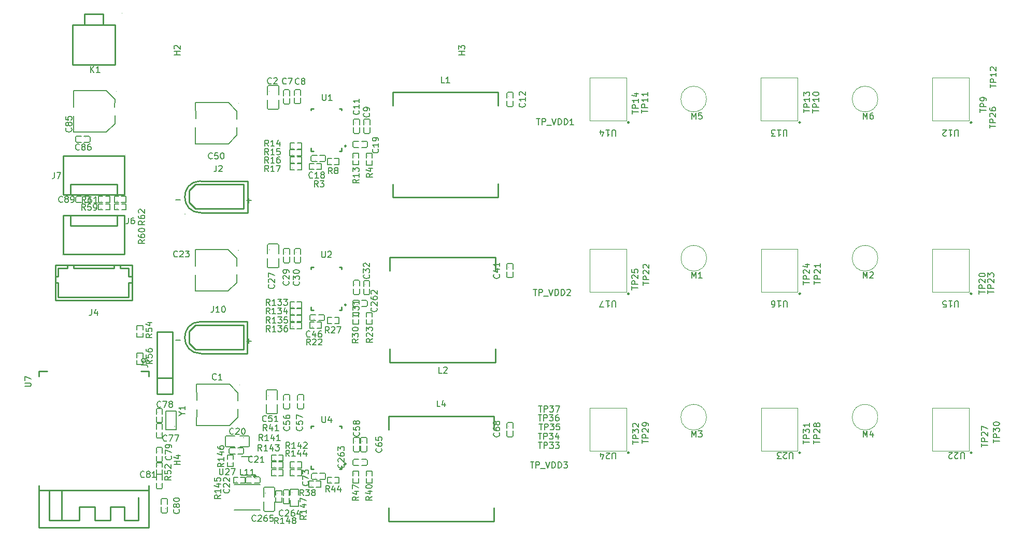
<source format=gbr>
%TF.GenerationSoftware,KiCad,Pcbnew,9.0.5*%
%TF.CreationDate,2025-10-28T20:55:24+05:00*%
%TF.ProjectId,LV08,4c563038-2e6b-4696-9361-645f70636258,rev?*%
%TF.SameCoordinates,Original*%
%TF.FileFunction,Legend,Top*%
%TF.FilePolarity,Positive*%
%FSLAX46Y46*%
G04 Gerber Fmt 4.6, Leading zero omitted, Abs format (unit mm)*
G04 Created by KiCad (PCBNEW 9.0.5) date 2025-10-28 20:55:24*
%MOMM*%
%LPD*%
G01*
G04 APERTURE LIST*
%ADD10C,0.150000*%
%ADD11C,0.152400*%
%ADD12C,0.059995*%
%ADD13C,0.050000*%
%ADD14C,0.227485*%
%ADD15C,0.254001*%
%ADD16C,0.119990*%
%ADD17C,0.300000*%
%ADD18C,0.120000*%
%ADD19C,0.203200*%
G04 APERTURE END LIST*
D10*
X84009580Y-109642857D02*
X84057200Y-109690476D01*
X84057200Y-109690476D02*
X84104819Y-109833333D01*
X84104819Y-109833333D02*
X84104819Y-109928571D01*
X84104819Y-109928571D02*
X84057200Y-110071428D01*
X84057200Y-110071428D02*
X83961961Y-110166666D01*
X83961961Y-110166666D02*
X83866723Y-110214285D01*
X83866723Y-110214285D02*
X83676247Y-110261904D01*
X83676247Y-110261904D02*
X83533390Y-110261904D01*
X83533390Y-110261904D02*
X83342914Y-110214285D01*
X83342914Y-110214285D02*
X83247676Y-110166666D01*
X83247676Y-110166666D02*
X83152438Y-110071428D01*
X83152438Y-110071428D02*
X83104819Y-109928571D01*
X83104819Y-109928571D02*
X83104819Y-109833333D01*
X83104819Y-109833333D02*
X83152438Y-109690476D01*
X83152438Y-109690476D02*
X83200057Y-109642857D01*
X83533390Y-109071428D02*
X83485771Y-109166666D01*
X83485771Y-109166666D02*
X83438152Y-109214285D01*
X83438152Y-109214285D02*
X83342914Y-109261904D01*
X83342914Y-109261904D02*
X83295295Y-109261904D01*
X83295295Y-109261904D02*
X83200057Y-109214285D01*
X83200057Y-109214285D02*
X83152438Y-109166666D01*
X83152438Y-109166666D02*
X83104819Y-109071428D01*
X83104819Y-109071428D02*
X83104819Y-108880952D01*
X83104819Y-108880952D02*
X83152438Y-108785714D01*
X83152438Y-108785714D02*
X83200057Y-108738095D01*
X83200057Y-108738095D02*
X83295295Y-108690476D01*
X83295295Y-108690476D02*
X83342914Y-108690476D01*
X83342914Y-108690476D02*
X83438152Y-108738095D01*
X83438152Y-108738095D02*
X83485771Y-108785714D01*
X83485771Y-108785714D02*
X83533390Y-108880952D01*
X83533390Y-108880952D02*
X83533390Y-109071428D01*
X83533390Y-109071428D02*
X83581009Y-109166666D01*
X83581009Y-109166666D02*
X83628628Y-109214285D01*
X83628628Y-109214285D02*
X83723866Y-109261904D01*
X83723866Y-109261904D02*
X83914342Y-109261904D01*
X83914342Y-109261904D02*
X84009580Y-109214285D01*
X84009580Y-109214285D02*
X84057200Y-109166666D01*
X84057200Y-109166666D02*
X84104819Y-109071428D01*
X84104819Y-109071428D02*
X84104819Y-108880952D01*
X84104819Y-108880952D02*
X84057200Y-108785714D01*
X84057200Y-108785714D02*
X84009580Y-108738095D01*
X84009580Y-108738095D02*
X83914342Y-108690476D01*
X83914342Y-108690476D02*
X83723866Y-108690476D01*
X83723866Y-108690476D02*
X83628628Y-108738095D01*
X83628628Y-108738095D02*
X83581009Y-108785714D01*
X83581009Y-108785714D02*
X83533390Y-108880952D01*
X83104819Y-108071428D02*
X83104819Y-107976190D01*
X83104819Y-107976190D02*
X83152438Y-107880952D01*
X83152438Y-107880952D02*
X83200057Y-107833333D01*
X83200057Y-107833333D02*
X83295295Y-107785714D01*
X83295295Y-107785714D02*
X83485771Y-107738095D01*
X83485771Y-107738095D02*
X83723866Y-107738095D01*
X83723866Y-107738095D02*
X83914342Y-107785714D01*
X83914342Y-107785714D02*
X84009580Y-107833333D01*
X84009580Y-107833333D02*
X84057200Y-107880952D01*
X84057200Y-107880952D02*
X84104819Y-107976190D01*
X84104819Y-107976190D02*
X84104819Y-108071428D01*
X84104819Y-108071428D02*
X84057200Y-108166666D01*
X84057200Y-108166666D02*
X84009580Y-108214285D01*
X84009580Y-108214285D02*
X83914342Y-108261904D01*
X83914342Y-108261904D02*
X83723866Y-108309523D01*
X83723866Y-108309523D02*
X83485771Y-108309523D01*
X83485771Y-108309523D02*
X83295295Y-108261904D01*
X83295295Y-108261904D02*
X83200057Y-108214285D01*
X83200057Y-108214285D02*
X83152438Y-108166666D01*
X83152438Y-108166666D02*
X83104819Y-108071428D01*
X101909580Y-72302687D02*
X101957200Y-72350306D01*
X101957200Y-72350306D02*
X102004819Y-72493163D01*
X102004819Y-72493163D02*
X102004819Y-72588401D01*
X102004819Y-72588401D02*
X101957200Y-72731258D01*
X101957200Y-72731258D02*
X101861961Y-72826496D01*
X101861961Y-72826496D02*
X101766723Y-72874115D01*
X101766723Y-72874115D02*
X101576247Y-72921734D01*
X101576247Y-72921734D02*
X101433390Y-72921734D01*
X101433390Y-72921734D02*
X101242914Y-72874115D01*
X101242914Y-72874115D02*
X101147676Y-72826496D01*
X101147676Y-72826496D02*
X101052438Y-72731258D01*
X101052438Y-72731258D02*
X101004819Y-72588401D01*
X101004819Y-72588401D02*
X101004819Y-72493163D01*
X101004819Y-72493163D02*
X101052438Y-72350306D01*
X101052438Y-72350306D02*
X101100057Y-72302687D01*
X101100057Y-71921734D02*
X101052438Y-71874115D01*
X101052438Y-71874115D02*
X101004819Y-71778877D01*
X101004819Y-71778877D02*
X101004819Y-71540782D01*
X101004819Y-71540782D02*
X101052438Y-71445544D01*
X101052438Y-71445544D02*
X101100057Y-71397925D01*
X101100057Y-71397925D02*
X101195295Y-71350306D01*
X101195295Y-71350306D02*
X101290533Y-71350306D01*
X101290533Y-71350306D02*
X101433390Y-71397925D01*
X101433390Y-71397925D02*
X102004819Y-71969353D01*
X102004819Y-71969353D02*
X102004819Y-71350306D01*
X102004819Y-70874115D02*
X102004819Y-70683639D01*
X102004819Y-70683639D02*
X101957200Y-70588401D01*
X101957200Y-70588401D02*
X101909580Y-70540782D01*
X101909580Y-70540782D02*
X101766723Y-70445544D01*
X101766723Y-70445544D02*
X101576247Y-70397925D01*
X101576247Y-70397925D02*
X101195295Y-70397925D01*
X101195295Y-70397925D02*
X101100057Y-70445544D01*
X101100057Y-70445544D02*
X101052438Y-70493163D01*
X101052438Y-70493163D02*
X101004819Y-70588401D01*
X101004819Y-70588401D02*
X101004819Y-70778877D01*
X101004819Y-70778877D02*
X101052438Y-70874115D01*
X101052438Y-70874115D02*
X101100057Y-70921734D01*
X101100057Y-70921734D02*
X101195295Y-70969353D01*
X101195295Y-70969353D02*
X101433390Y-70969353D01*
X101433390Y-70969353D02*
X101528628Y-70921734D01*
X101528628Y-70921734D02*
X101576247Y-70874115D01*
X101576247Y-70874115D02*
X101623866Y-70778877D01*
X101623866Y-70778877D02*
X101623866Y-70588401D01*
X101623866Y-70588401D02*
X101576247Y-70493163D01*
X101576247Y-70493163D02*
X101528628Y-70445544D01*
X101528628Y-70445544D02*
X101433390Y-70397925D01*
X155338094Y-76520180D02*
X155338094Y-75710657D01*
X155338094Y-75710657D02*
X155290475Y-75615419D01*
X155290475Y-75615419D02*
X155242856Y-75567800D01*
X155242856Y-75567800D02*
X155147618Y-75520180D01*
X155147618Y-75520180D02*
X154957142Y-75520180D01*
X154957142Y-75520180D02*
X154861904Y-75567800D01*
X154861904Y-75567800D02*
X154814285Y-75615419D01*
X154814285Y-75615419D02*
X154766666Y-75710657D01*
X154766666Y-75710657D02*
X154766666Y-76520180D01*
X153766666Y-75520180D02*
X154338094Y-75520180D01*
X154052380Y-75520180D02*
X154052380Y-76520180D01*
X154052380Y-76520180D02*
X154147618Y-76377323D01*
X154147618Y-76377323D02*
X154242856Y-76282085D01*
X154242856Y-76282085D02*
X154338094Y-76234466D01*
X153433332Y-76520180D02*
X152766666Y-76520180D01*
X152766666Y-76520180D02*
X153195237Y-75520180D01*
X89615226Y-76363322D02*
X89615226Y-77077607D01*
X89615226Y-77077607D02*
X89567607Y-77220464D01*
X89567607Y-77220464D02*
X89472369Y-77315703D01*
X89472369Y-77315703D02*
X89329512Y-77363322D01*
X89329512Y-77363322D02*
X89234274Y-77363322D01*
X90615226Y-77363322D02*
X90043798Y-77363322D01*
X90329512Y-77363322D02*
X90329512Y-76363322D01*
X90329512Y-76363322D02*
X90234274Y-76506179D01*
X90234274Y-76506179D02*
X90139036Y-76601417D01*
X90139036Y-76601417D02*
X90043798Y-76649036D01*
X91234274Y-76363322D02*
X91329512Y-76363322D01*
X91329512Y-76363322D02*
X91424750Y-76410941D01*
X91424750Y-76410941D02*
X91472369Y-76458560D01*
X91472369Y-76458560D02*
X91519988Y-76553798D01*
X91519988Y-76553798D02*
X91567607Y-76744274D01*
X91567607Y-76744274D02*
X91567607Y-76982369D01*
X91567607Y-76982369D02*
X91519988Y-77172845D01*
X91519988Y-77172845D02*
X91472369Y-77268083D01*
X91472369Y-77268083D02*
X91424750Y-77315703D01*
X91424750Y-77315703D02*
X91329512Y-77363322D01*
X91329512Y-77363322D02*
X91234274Y-77363322D01*
X91234274Y-77363322D02*
X91139036Y-77315703D01*
X91139036Y-77315703D02*
X91091417Y-77268083D01*
X91091417Y-77268083D02*
X91043798Y-77172845D01*
X91043798Y-77172845D02*
X90996179Y-76982369D01*
X90996179Y-76982369D02*
X90996179Y-76744274D01*
X90996179Y-76744274D02*
X91043798Y-76553798D01*
X91043798Y-76553798D02*
X91091417Y-76458560D01*
X91091417Y-76458560D02*
X91139036Y-76410941D01*
X91139036Y-76410941D02*
X91234274Y-76363322D01*
X83493290Y-81963370D02*
X84255195Y-81963370D01*
X95050313Y-82090370D02*
X95812218Y-82090370D01*
X95431265Y-82471323D02*
X95431265Y-81709418D01*
X159804819Y-72938094D02*
X159804819Y-72366666D01*
X160804819Y-72652380D02*
X159804819Y-72652380D01*
X160804819Y-72033332D02*
X159804819Y-72033332D01*
X159804819Y-72033332D02*
X159804819Y-71652380D01*
X159804819Y-71652380D02*
X159852438Y-71557142D01*
X159852438Y-71557142D02*
X159900057Y-71509523D01*
X159900057Y-71509523D02*
X159995295Y-71461904D01*
X159995295Y-71461904D02*
X160138152Y-71461904D01*
X160138152Y-71461904D02*
X160233390Y-71509523D01*
X160233390Y-71509523D02*
X160281009Y-71557142D01*
X160281009Y-71557142D02*
X160328628Y-71652380D01*
X160328628Y-71652380D02*
X160328628Y-72033332D01*
X159900057Y-71080951D02*
X159852438Y-71033332D01*
X159852438Y-71033332D02*
X159804819Y-70938094D01*
X159804819Y-70938094D02*
X159804819Y-70699999D01*
X159804819Y-70699999D02*
X159852438Y-70604761D01*
X159852438Y-70604761D02*
X159900057Y-70557142D01*
X159900057Y-70557142D02*
X159995295Y-70509523D01*
X159995295Y-70509523D02*
X160090533Y-70509523D01*
X160090533Y-70509523D02*
X160233390Y-70557142D01*
X160233390Y-70557142D02*
X160804819Y-71128570D01*
X160804819Y-71128570D02*
X160804819Y-70509523D01*
X159900057Y-70128570D02*
X159852438Y-70080951D01*
X159852438Y-70080951D02*
X159804819Y-69985713D01*
X159804819Y-69985713D02*
X159804819Y-69747618D01*
X159804819Y-69747618D02*
X159852438Y-69652380D01*
X159852438Y-69652380D02*
X159900057Y-69604761D01*
X159900057Y-69604761D02*
X159995295Y-69557142D01*
X159995295Y-69557142D02*
X160090533Y-69557142D01*
X160090533Y-69557142D02*
X160233390Y-69604761D01*
X160233390Y-69604761D02*
X160804819Y-70176189D01*
X160804819Y-70176189D02*
X160804819Y-69557142D01*
X90094035Y-53354819D02*
X90094035Y-54069104D01*
X90094035Y-54069104D02*
X90046416Y-54211961D01*
X90046416Y-54211961D02*
X89951178Y-54307200D01*
X89951178Y-54307200D02*
X89808321Y-54354819D01*
X89808321Y-54354819D02*
X89713083Y-54354819D01*
X90522607Y-53450057D02*
X90570226Y-53402438D01*
X90570226Y-53402438D02*
X90665464Y-53354819D01*
X90665464Y-53354819D02*
X90903559Y-53354819D01*
X90903559Y-53354819D02*
X90998797Y-53402438D01*
X90998797Y-53402438D02*
X91046416Y-53450057D01*
X91046416Y-53450057D02*
X91094035Y-53545295D01*
X91094035Y-53545295D02*
X91094035Y-53640533D01*
X91094035Y-53640533D02*
X91046416Y-53783390D01*
X91046416Y-53783390D02*
X90474988Y-54354819D01*
X90474988Y-54354819D02*
X91094035Y-54354819D01*
X95052932Y-59081867D02*
X95814837Y-59081867D01*
X95433884Y-59462820D02*
X95433884Y-58700915D01*
X83495909Y-58954867D02*
X84257814Y-58954867D01*
X99108333Y-39934580D02*
X99060714Y-39982200D01*
X99060714Y-39982200D02*
X98917857Y-40029819D01*
X98917857Y-40029819D02*
X98822619Y-40029819D01*
X98822619Y-40029819D02*
X98679762Y-39982200D01*
X98679762Y-39982200D02*
X98584524Y-39886961D01*
X98584524Y-39886961D02*
X98536905Y-39791723D01*
X98536905Y-39791723D02*
X98489286Y-39601247D01*
X98489286Y-39601247D02*
X98489286Y-39458390D01*
X98489286Y-39458390D02*
X98536905Y-39267914D01*
X98536905Y-39267914D02*
X98584524Y-39172676D01*
X98584524Y-39172676D02*
X98679762Y-39077438D01*
X98679762Y-39077438D02*
X98822619Y-39029819D01*
X98822619Y-39029819D02*
X98917857Y-39029819D01*
X98917857Y-39029819D02*
X99060714Y-39077438D01*
X99060714Y-39077438D02*
X99108333Y-39125057D01*
X99489286Y-39125057D02*
X99536905Y-39077438D01*
X99536905Y-39077438D02*
X99632143Y-39029819D01*
X99632143Y-39029819D02*
X99870238Y-39029819D01*
X99870238Y-39029819D02*
X99965476Y-39077438D01*
X99965476Y-39077438D02*
X100013095Y-39125057D01*
X100013095Y-39125057D02*
X100060714Y-39220295D01*
X100060714Y-39220295D02*
X100060714Y-39315533D01*
X100060714Y-39315533D02*
X100013095Y-39458390D01*
X100013095Y-39458390D02*
X99441667Y-40029819D01*
X99441667Y-40029819D02*
X100060714Y-40029819D01*
X84528628Y-93926190D02*
X85004819Y-93926190D01*
X84004819Y-94259523D02*
X84528628Y-93926190D01*
X84528628Y-93926190D02*
X84004819Y-93592857D01*
X85004819Y-92735714D02*
X85004819Y-93307142D01*
X85004819Y-93021428D02*
X84004819Y-93021428D01*
X84004819Y-93021428D02*
X84147676Y-93116666D01*
X84147676Y-93116666D02*
X84242914Y-93211904D01*
X84242914Y-93211904D02*
X84290533Y-93307142D01*
X113354819Y-107542857D02*
X112878628Y-107876190D01*
X113354819Y-108114285D02*
X112354819Y-108114285D01*
X112354819Y-108114285D02*
X112354819Y-107733333D01*
X112354819Y-107733333D02*
X112402438Y-107638095D01*
X112402438Y-107638095D02*
X112450057Y-107590476D01*
X112450057Y-107590476D02*
X112545295Y-107542857D01*
X112545295Y-107542857D02*
X112688152Y-107542857D01*
X112688152Y-107542857D02*
X112783390Y-107590476D01*
X112783390Y-107590476D02*
X112831009Y-107638095D01*
X112831009Y-107638095D02*
X112878628Y-107733333D01*
X112878628Y-107733333D02*
X112878628Y-108114285D01*
X112688152Y-106685714D02*
X113354819Y-106685714D01*
X112307200Y-106923809D02*
X113021485Y-107161904D01*
X113021485Y-107161904D02*
X113021485Y-106542857D01*
X112354819Y-106257142D02*
X112354819Y-105590476D01*
X112354819Y-105590476D02*
X113354819Y-106019047D01*
X66409580Y-47242857D02*
X66457200Y-47290476D01*
X66457200Y-47290476D02*
X66504819Y-47433333D01*
X66504819Y-47433333D02*
X66504819Y-47528571D01*
X66504819Y-47528571D02*
X66457200Y-47671428D01*
X66457200Y-47671428D02*
X66361961Y-47766666D01*
X66361961Y-47766666D02*
X66266723Y-47814285D01*
X66266723Y-47814285D02*
X66076247Y-47861904D01*
X66076247Y-47861904D02*
X65933390Y-47861904D01*
X65933390Y-47861904D02*
X65742914Y-47814285D01*
X65742914Y-47814285D02*
X65647676Y-47766666D01*
X65647676Y-47766666D02*
X65552438Y-47671428D01*
X65552438Y-47671428D02*
X65504819Y-47528571D01*
X65504819Y-47528571D02*
X65504819Y-47433333D01*
X65504819Y-47433333D02*
X65552438Y-47290476D01*
X65552438Y-47290476D02*
X65600057Y-47242857D01*
X65933390Y-46671428D02*
X65885771Y-46766666D01*
X65885771Y-46766666D02*
X65838152Y-46814285D01*
X65838152Y-46814285D02*
X65742914Y-46861904D01*
X65742914Y-46861904D02*
X65695295Y-46861904D01*
X65695295Y-46861904D02*
X65600057Y-46814285D01*
X65600057Y-46814285D02*
X65552438Y-46766666D01*
X65552438Y-46766666D02*
X65504819Y-46671428D01*
X65504819Y-46671428D02*
X65504819Y-46480952D01*
X65504819Y-46480952D02*
X65552438Y-46385714D01*
X65552438Y-46385714D02*
X65600057Y-46338095D01*
X65600057Y-46338095D02*
X65695295Y-46290476D01*
X65695295Y-46290476D02*
X65742914Y-46290476D01*
X65742914Y-46290476D02*
X65838152Y-46338095D01*
X65838152Y-46338095D02*
X65885771Y-46385714D01*
X65885771Y-46385714D02*
X65933390Y-46480952D01*
X65933390Y-46480952D02*
X65933390Y-46671428D01*
X65933390Y-46671428D02*
X65981009Y-46766666D01*
X65981009Y-46766666D02*
X66028628Y-46814285D01*
X66028628Y-46814285D02*
X66123866Y-46861904D01*
X66123866Y-46861904D02*
X66314342Y-46861904D01*
X66314342Y-46861904D02*
X66409580Y-46814285D01*
X66409580Y-46814285D02*
X66457200Y-46766666D01*
X66457200Y-46766666D02*
X66504819Y-46671428D01*
X66504819Y-46671428D02*
X66504819Y-46480952D01*
X66504819Y-46480952D02*
X66457200Y-46385714D01*
X66457200Y-46385714D02*
X66409580Y-46338095D01*
X66409580Y-46338095D02*
X66314342Y-46290476D01*
X66314342Y-46290476D02*
X66123866Y-46290476D01*
X66123866Y-46290476D02*
X66028628Y-46338095D01*
X66028628Y-46338095D02*
X65981009Y-46385714D01*
X65981009Y-46385714D02*
X65933390Y-46480952D01*
X65504819Y-45385714D02*
X65504819Y-45861904D01*
X65504819Y-45861904D02*
X65981009Y-45909523D01*
X65981009Y-45909523D02*
X65933390Y-45861904D01*
X65933390Y-45861904D02*
X65885771Y-45766666D01*
X65885771Y-45766666D02*
X65885771Y-45528571D01*
X65885771Y-45528571D02*
X65933390Y-45433333D01*
X65933390Y-45433333D02*
X65981009Y-45385714D01*
X65981009Y-45385714D02*
X66076247Y-45338095D01*
X66076247Y-45338095D02*
X66314342Y-45338095D01*
X66314342Y-45338095D02*
X66409580Y-45385714D01*
X66409580Y-45385714D02*
X66457200Y-45433333D01*
X66457200Y-45433333D02*
X66504819Y-45528571D01*
X66504819Y-45528571D02*
X66504819Y-45766666D01*
X66504819Y-45766666D02*
X66457200Y-45861904D01*
X66457200Y-45861904D02*
X66409580Y-45909523D01*
X158113557Y-98933992D02*
X158113557Y-98362564D01*
X159113557Y-98648278D02*
X158113557Y-98648278D01*
X159113557Y-98029230D02*
X158113557Y-98029230D01*
X158113557Y-98029230D02*
X158113557Y-97648278D01*
X158113557Y-97648278D02*
X158161176Y-97553040D01*
X158161176Y-97553040D02*
X158208795Y-97505421D01*
X158208795Y-97505421D02*
X158304033Y-97457802D01*
X158304033Y-97457802D02*
X158446890Y-97457802D01*
X158446890Y-97457802D02*
X158542128Y-97505421D01*
X158542128Y-97505421D02*
X158589747Y-97553040D01*
X158589747Y-97553040D02*
X158637366Y-97648278D01*
X158637366Y-97648278D02*
X158637366Y-98029230D01*
X158113557Y-97124468D02*
X158113557Y-96505421D01*
X158113557Y-96505421D02*
X158494509Y-96838754D01*
X158494509Y-96838754D02*
X158494509Y-96695897D01*
X158494509Y-96695897D02*
X158542128Y-96600659D01*
X158542128Y-96600659D02*
X158589747Y-96553040D01*
X158589747Y-96553040D02*
X158684985Y-96505421D01*
X158684985Y-96505421D02*
X158923080Y-96505421D01*
X158923080Y-96505421D02*
X159018318Y-96553040D01*
X159018318Y-96553040D02*
X159065938Y-96600659D01*
X159065938Y-96600659D02*
X159113557Y-96695897D01*
X159113557Y-96695897D02*
X159113557Y-96981611D01*
X159113557Y-96981611D02*
X159065938Y-97076849D01*
X159065938Y-97076849D02*
X159018318Y-97124468D01*
X158208795Y-96124468D02*
X158161176Y-96076849D01*
X158161176Y-96076849D02*
X158113557Y-95981611D01*
X158113557Y-95981611D02*
X158113557Y-95743516D01*
X158113557Y-95743516D02*
X158161176Y-95648278D01*
X158161176Y-95648278D02*
X158208795Y-95600659D01*
X158208795Y-95600659D02*
X158304033Y-95553040D01*
X158304033Y-95553040D02*
X158399271Y-95553040D01*
X158399271Y-95553040D02*
X158542128Y-95600659D01*
X158542128Y-95600659D02*
X159113557Y-96172087D01*
X159113557Y-96172087D02*
X159113557Y-95553040D01*
X117058183Y-99647772D02*
X117105803Y-99695391D01*
X117105803Y-99695391D02*
X117153422Y-99838248D01*
X117153422Y-99838248D02*
X117153422Y-99933486D01*
X117153422Y-99933486D02*
X117105803Y-100076343D01*
X117105803Y-100076343D02*
X117010564Y-100171581D01*
X117010564Y-100171581D02*
X116915326Y-100219200D01*
X116915326Y-100219200D02*
X116724850Y-100266819D01*
X116724850Y-100266819D02*
X116581993Y-100266819D01*
X116581993Y-100266819D02*
X116391517Y-100219200D01*
X116391517Y-100219200D02*
X116296279Y-100171581D01*
X116296279Y-100171581D02*
X116201041Y-100076343D01*
X116201041Y-100076343D02*
X116153422Y-99933486D01*
X116153422Y-99933486D02*
X116153422Y-99838248D01*
X116153422Y-99838248D02*
X116201041Y-99695391D01*
X116201041Y-99695391D02*
X116248660Y-99647772D01*
X116153422Y-98790629D02*
X116153422Y-98981105D01*
X116153422Y-98981105D02*
X116201041Y-99076343D01*
X116201041Y-99076343D02*
X116248660Y-99123962D01*
X116248660Y-99123962D02*
X116391517Y-99219200D01*
X116391517Y-99219200D02*
X116581993Y-99266819D01*
X116581993Y-99266819D02*
X116962945Y-99266819D01*
X116962945Y-99266819D02*
X117058183Y-99219200D01*
X117058183Y-99219200D02*
X117105803Y-99171581D01*
X117105803Y-99171581D02*
X117153422Y-99076343D01*
X117153422Y-99076343D02*
X117153422Y-98885867D01*
X117153422Y-98885867D02*
X117105803Y-98790629D01*
X117105803Y-98790629D02*
X117058183Y-98743010D01*
X117058183Y-98743010D02*
X116962945Y-98695391D01*
X116962945Y-98695391D02*
X116724850Y-98695391D01*
X116724850Y-98695391D02*
X116629612Y-98743010D01*
X116629612Y-98743010D02*
X116581993Y-98790629D01*
X116581993Y-98790629D02*
X116534374Y-98885867D01*
X116534374Y-98885867D02*
X116534374Y-99076343D01*
X116534374Y-99076343D02*
X116581993Y-99171581D01*
X116581993Y-99171581D02*
X116629612Y-99219200D01*
X116629612Y-99219200D02*
X116724850Y-99266819D01*
X116153422Y-97790629D02*
X116153422Y-98266819D01*
X116153422Y-98266819D02*
X116629612Y-98314438D01*
X116629612Y-98314438D02*
X116581993Y-98266819D01*
X116581993Y-98266819D02*
X116534374Y-98171581D01*
X116534374Y-98171581D02*
X116534374Y-97933486D01*
X116534374Y-97933486D02*
X116581993Y-97838248D01*
X116581993Y-97838248D02*
X116629612Y-97790629D01*
X116629612Y-97790629D02*
X116724850Y-97743010D01*
X116724850Y-97743010D02*
X116962945Y-97743010D01*
X116962945Y-97743010D02*
X117058183Y-97790629D01*
X117058183Y-97790629D02*
X117105803Y-97838248D01*
X117105803Y-97838248D02*
X117153422Y-97933486D01*
X117153422Y-97933486D02*
X117153422Y-98171581D01*
X117153422Y-98171581D02*
X117105803Y-98266819D01*
X117105803Y-98266819D02*
X117058183Y-98314438D01*
X68707142Y-60679819D02*
X68373809Y-60203628D01*
X68135714Y-60679819D02*
X68135714Y-59679819D01*
X68135714Y-59679819D02*
X68516666Y-59679819D01*
X68516666Y-59679819D02*
X68611904Y-59727438D01*
X68611904Y-59727438D02*
X68659523Y-59775057D01*
X68659523Y-59775057D02*
X68707142Y-59870295D01*
X68707142Y-59870295D02*
X68707142Y-60013152D01*
X68707142Y-60013152D02*
X68659523Y-60108390D01*
X68659523Y-60108390D02*
X68611904Y-60156009D01*
X68611904Y-60156009D02*
X68516666Y-60203628D01*
X68516666Y-60203628D02*
X68135714Y-60203628D01*
X69611904Y-59679819D02*
X69135714Y-59679819D01*
X69135714Y-59679819D02*
X69088095Y-60156009D01*
X69088095Y-60156009D02*
X69135714Y-60108390D01*
X69135714Y-60108390D02*
X69230952Y-60060771D01*
X69230952Y-60060771D02*
X69469047Y-60060771D01*
X69469047Y-60060771D02*
X69564285Y-60108390D01*
X69564285Y-60108390D02*
X69611904Y-60156009D01*
X69611904Y-60156009D02*
X69659523Y-60251247D01*
X69659523Y-60251247D02*
X69659523Y-60489342D01*
X69659523Y-60489342D02*
X69611904Y-60584580D01*
X69611904Y-60584580D02*
X69564285Y-60632200D01*
X69564285Y-60632200D02*
X69469047Y-60679819D01*
X69469047Y-60679819D02*
X69230952Y-60679819D01*
X69230952Y-60679819D02*
X69135714Y-60632200D01*
X69135714Y-60632200D02*
X69088095Y-60584580D01*
X70135714Y-60679819D02*
X70326190Y-60679819D01*
X70326190Y-60679819D02*
X70421428Y-60632200D01*
X70421428Y-60632200D02*
X70469047Y-60584580D01*
X70469047Y-60584580D02*
X70564285Y-60441723D01*
X70564285Y-60441723D02*
X70611904Y-60251247D01*
X70611904Y-60251247D02*
X70611904Y-59870295D01*
X70611904Y-59870295D02*
X70564285Y-59775057D01*
X70564285Y-59775057D02*
X70516666Y-59727438D01*
X70516666Y-59727438D02*
X70421428Y-59679819D01*
X70421428Y-59679819D02*
X70230952Y-59679819D01*
X70230952Y-59679819D02*
X70135714Y-59727438D01*
X70135714Y-59727438D02*
X70088095Y-59775057D01*
X70088095Y-59775057D02*
X70040476Y-59870295D01*
X70040476Y-59870295D02*
X70040476Y-60108390D01*
X70040476Y-60108390D02*
X70088095Y-60203628D01*
X70088095Y-60203628D02*
X70135714Y-60251247D01*
X70135714Y-60251247D02*
X70230952Y-60298866D01*
X70230952Y-60298866D02*
X70421428Y-60298866D01*
X70421428Y-60298866D02*
X70516666Y-60251247D01*
X70516666Y-60251247D02*
X70564285Y-60203628D01*
X70564285Y-60203628D02*
X70611904Y-60108390D01*
X107338095Y-67404819D02*
X107338095Y-68214342D01*
X107338095Y-68214342D02*
X107385714Y-68309580D01*
X107385714Y-68309580D02*
X107433333Y-68357200D01*
X107433333Y-68357200D02*
X107528571Y-68404819D01*
X107528571Y-68404819D02*
X107719047Y-68404819D01*
X107719047Y-68404819D02*
X107814285Y-68357200D01*
X107814285Y-68357200D02*
X107861904Y-68309580D01*
X107861904Y-68309580D02*
X107909523Y-68214342D01*
X107909523Y-68214342D02*
X107909523Y-67404819D01*
X108338095Y-67500057D02*
X108385714Y-67452438D01*
X108385714Y-67452438D02*
X108480952Y-67404819D01*
X108480952Y-67404819D02*
X108719047Y-67404819D01*
X108719047Y-67404819D02*
X108814285Y-67452438D01*
X108814285Y-67452438D02*
X108861904Y-67500057D01*
X108861904Y-67500057D02*
X108909523Y-67595295D01*
X108909523Y-67595295D02*
X108909523Y-67690533D01*
X108909523Y-67690533D02*
X108861904Y-67833390D01*
X108861904Y-67833390D02*
X108290476Y-68404819D01*
X108290476Y-68404819D02*
X108909523Y-68404819D01*
X82704819Y-104192857D02*
X82228628Y-104526190D01*
X82704819Y-104764285D02*
X81704819Y-104764285D01*
X81704819Y-104764285D02*
X81704819Y-104383333D01*
X81704819Y-104383333D02*
X81752438Y-104288095D01*
X81752438Y-104288095D02*
X81800057Y-104240476D01*
X81800057Y-104240476D02*
X81895295Y-104192857D01*
X81895295Y-104192857D02*
X82038152Y-104192857D01*
X82038152Y-104192857D02*
X82133390Y-104240476D01*
X82133390Y-104240476D02*
X82181009Y-104288095D01*
X82181009Y-104288095D02*
X82228628Y-104383333D01*
X82228628Y-104383333D02*
X82228628Y-104764285D01*
X81704819Y-103288095D02*
X81704819Y-103764285D01*
X81704819Y-103764285D02*
X82181009Y-103811904D01*
X82181009Y-103811904D02*
X82133390Y-103764285D01*
X82133390Y-103764285D02*
X82085771Y-103669047D01*
X82085771Y-103669047D02*
X82085771Y-103430952D01*
X82085771Y-103430952D02*
X82133390Y-103335714D01*
X82133390Y-103335714D02*
X82181009Y-103288095D01*
X82181009Y-103288095D02*
X82276247Y-103240476D01*
X82276247Y-103240476D02*
X82514342Y-103240476D01*
X82514342Y-103240476D02*
X82609580Y-103288095D01*
X82609580Y-103288095D02*
X82657200Y-103335714D01*
X82657200Y-103335714D02*
X82704819Y-103430952D01*
X82704819Y-103430952D02*
X82704819Y-103669047D01*
X82704819Y-103669047D02*
X82657200Y-103764285D01*
X82657200Y-103764285D02*
X82609580Y-103811904D01*
X81800057Y-102859523D02*
X81752438Y-102811904D01*
X81752438Y-102811904D02*
X81704819Y-102716666D01*
X81704819Y-102716666D02*
X81704819Y-102478571D01*
X81704819Y-102478571D02*
X81752438Y-102383333D01*
X81752438Y-102383333D02*
X81800057Y-102335714D01*
X81800057Y-102335714D02*
X81895295Y-102288095D01*
X81895295Y-102288095D02*
X81990533Y-102288095D01*
X81990533Y-102288095D02*
X82133390Y-102335714D01*
X82133390Y-102335714D02*
X82704819Y-102907142D01*
X82704819Y-102907142D02*
X82704819Y-102288095D01*
X96555952Y-111459580D02*
X96508333Y-111507200D01*
X96508333Y-111507200D02*
X96365476Y-111554819D01*
X96365476Y-111554819D02*
X96270238Y-111554819D01*
X96270238Y-111554819D02*
X96127381Y-111507200D01*
X96127381Y-111507200D02*
X96032143Y-111411961D01*
X96032143Y-111411961D02*
X95984524Y-111316723D01*
X95984524Y-111316723D02*
X95936905Y-111126247D01*
X95936905Y-111126247D02*
X95936905Y-110983390D01*
X95936905Y-110983390D02*
X95984524Y-110792914D01*
X95984524Y-110792914D02*
X96032143Y-110697676D01*
X96032143Y-110697676D02*
X96127381Y-110602438D01*
X96127381Y-110602438D02*
X96270238Y-110554819D01*
X96270238Y-110554819D02*
X96365476Y-110554819D01*
X96365476Y-110554819D02*
X96508333Y-110602438D01*
X96508333Y-110602438D02*
X96555952Y-110650057D01*
X96936905Y-110650057D02*
X96984524Y-110602438D01*
X96984524Y-110602438D02*
X97079762Y-110554819D01*
X97079762Y-110554819D02*
X97317857Y-110554819D01*
X97317857Y-110554819D02*
X97413095Y-110602438D01*
X97413095Y-110602438D02*
X97460714Y-110650057D01*
X97460714Y-110650057D02*
X97508333Y-110745295D01*
X97508333Y-110745295D02*
X97508333Y-110840533D01*
X97508333Y-110840533D02*
X97460714Y-110983390D01*
X97460714Y-110983390D02*
X96889286Y-111554819D01*
X96889286Y-111554819D02*
X97508333Y-111554819D01*
X98365476Y-110554819D02*
X98175000Y-110554819D01*
X98175000Y-110554819D02*
X98079762Y-110602438D01*
X98079762Y-110602438D02*
X98032143Y-110650057D01*
X98032143Y-110650057D02*
X97936905Y-110792914D01*
X97936905Y-110792914D02*
X97889286Y-110983390D01*
X97889286Y-110983390D02*
X97889286Y-111364342D01*
X97889286Y-111364342D02*
X97936905Y-111459580D01*
X97936905Y-111459580D02*
X97984524Y-111507200D01*
X97984524Y-111507200D02*
X98079762Y-111554819D01*
X98079762Y-111554819D02*
X98270238Y-111554819D01*
X98270238Y-111554819D02*
X98365476Y-111507200D01*
X98365476Y-111507200D02*
X98413095Y-111459580D01*
X98413095Y-111459580D02*
X98460714Y-111364342D01*
X98460714Y-111364342D02*
X98460714Y-111126247D01*
X98460714Y-111126247D02*
X98413095Y-111031009D01*
X98413095Y-111031009D02*
X98365476Y-110983390D01*
X98365476Y-110983390D02*
X98270238Y-110935771D01*
X98270238Y-110935771D02*
X98079762Y-110935771D01*
X98079762Y-110935771D02*
X97984524Y-110983390D01*
X97984524Y-110983390D02*
X97936905Y-111031009D01*
X97936905Y-111031009D02*
X97889286Y-111126247D01*
X99365476Y-110554819D02*
X98889286Y-110554819D01*
X98889286Y-110554819D02*
X98841667Y-111031009D01*
X98841667Y-111031009D02*
X98889286Y-110983390D01*
X98889286Y-110983390D02*
X98984524Y-110935771D01*
X98984524Y-110935771D02*
X99222619Y-110935771D01*
X99222619Y-110935771D02*
X99317857Y-110983390D01*
X99317857Y-110983390D02*
X99365476Y-111031009D01*
X99365476Y-111031009D02*
X99413095Y-111126247D01*
X99413095Y-111126247D02*
X99413095Y-111364342D01*
X99413095Y-111364342D02*
X99365476Y-111459580D01*
X99365476Y-111459580D02*
X99317857Y-111507200D01*
X99317857Y-111507200D02*
X99222619Y-111554819D01*
X99222619Y-111554819D02*
X98984524Y-111554819D01*
X98984524Y-111554819D02*
X98889286Y-111507200D01*
X98889286Y-111507200D02*
X98841667Y-111459580D01*
X214704819Y-74363094D02*
X214704819Y-73791666D01*
X215704819Y-74077380D02*
X214704819Y-74077380D01*
X215704819Y-73458332D02*
X214704819Y-73458332D01*
X214704819Y-73458332D02*
X214704819Y-73077380D01*
X214704819Y-73077380D02*
X214752438Y-72982142D01*
X214752438Y-72982142D02*
X214800057Y-72934523D01*
X214800057Y-72934523D02*
X214895295Y-72886904D01*
X214895295Y-72886904D02*
X215038152Y-72886904D01*
X215038152Y-72886904D02*
X215133390Y-72934523D01*
X215133390Y-72934523D02*
X215181009Y-72982142D01*
X215181009Y-72982142D02*
X215228628Y-73077380D01*
X215228628Y-73077380D02*
X215228628Y-73458332D01*
X214800057Y-72505951D02*
X214752438Y-72458332D01*
X214752438Y-72458332D02*
X214704819Y-72363094D01*
X214704819Y-72363094D02*
X214704819Y-72124999D01*
X214704819Y-72124999D02*
X214752438Y-72029761D01*
X214752438Y-72029761D02*
X214800057Y-71982142D01*
X214800057Y-71982142D02*
X214895295Y-71934523D01*
X214895295Y-71934523D02*
X214990533Y-71934523D01*
X214990533Y-71934523D02*
X215133390Y-71982142D01*
X215133390Y-71982142D02*
X215704819Y-72553570D01*
X215704819Y-72553570D02*
X215704819Y-71934523D01*
X214704819Y-71315475D02*
X214704819Y-71220237D01*
X214704819Y-71220237D02*
X214752438Y-71124999D01*
X214752438Y-71124999D02*
X214800057Y-71077380D01*
X214800057Y-71077380D02*
X214895295Y-71029761D01*
X214895295Y-71029761D02*
X215085771Y-70982142D01*
X215085771Y-70982142D02*
X215323866Y-70982142D01*
X215323866Y-70982142D02*
X215514342Y-71029761D01*
X215514342Y-71029761D02*
X215609580Y-71077380D01*
X215609580Y-71077380D02*
X215657200Y-71124999D01*
X215657200Y-71124999D02*
X215704819Y-71220237D01*
X215704819Y-71220237D02*
X215704819Y-71315475D01*
X215704819Y-71315475D02*
X215657200Y-71410713D01*
X215657200Y-71410713D02*
X215609580Y-71458332D01*
X215609580Y-71458332D02*
X215514342Y-71505951D01*
X215514342Y-71505951D02*
X215323866Y-71553570D01*
X215323866Y-71553570D02*
X215085771Y-71553570D01*
X215085771Y-71553570D02*
X214895295Y-71505951D01*
X214895295Y-71505951D02*
X214800057Y-71458332D01*
X214800057Y-71458332D02*
X214752438Y-71410713D01*
X214752438Y-71410713D02*
X214704819Y-71315475D01*
X136309580Y-71192857D02*
X136357200Y-71240476D01*
X136357200Y-71240476D02*
X136404819Y-71383333D01*
X136404819Y-71383333D02*
X136404819Y-71478571D01*
X136404819Y-71478571D02*
X136357200Y-71621428D01*
X136357200Y-71621428D02*
X136261961Y-71716666D01*
X136261961Y-71716666D02*
X136166723Y-71764285D01*
X136166723Y-71764285D02*
X135976247Y-71811904D01*
X135976247Y-71811904D02*
X135833390Y-71811904D01*
X135833390Y-71811904D02*
X135642914Y-71764285D01*
X135642914Y-71764285D02*
X135547676Y-71716666D01*
X135547676Y-71716666D02*
X135452438Y-71621428D01*
X135452438Y-71621428D02*
X135404819Y-71478571D01*
X135404819Y-71478571D02*
X135404819Y-71383333D01*
X135404819Y-71383333D02*
X135452438Y-71240476D01*
X135452438Y-71240476D02*
X135500057Y-71192857D01*
X135738152Y-70335714D02*
X136404819Y-70335714D01*
X135357200Y-70573809D02*
X136071485Y-70811904D01*
X136071485Y-70811904D02*
X136071485Y-70192857D01*
X136404819Y-69288095D02*
X136404819Y-69859523D01*
X136404819Y-69573809D02*
X135404819Y-69573809D01*
X135404819Y-69573809D02*
X135547676Y-69669047D01*
X135547676Y-69669047D02*
X135642914Y-69764285D01*
X135642914Y-69764285D02*
X135690533Y-69859523D01*
X115629819Y-54691666D02*
X115153628Y-55024999D01*
X115629819Y-55263094D02*
X114629819Y-55263094D01*
X114629819Y-55263094D02*
X114629819Y-54882142D01*
X114629819Y-54882142D02*
X114677438Y-54786904D01*
X114677438Y-54786904D02*
X114725057Y-54739285D01*
X114725057Y-54739285D02*
X114820295Y-54691666D01*
X114820295Y-54691666D02*
X114963152Y-54691666D01*
X114963152Y-54691666D02*
X115058390Y-54739285D01*
X115058390Y-54739285D02*
X115106009Y-54786904D01*
X115106009Y-54786904D02*
X115153628Y-54882142D01*
X115153628Y-54882142D02*
X115153628Y-55263094D01*
X114963152Y-53834523D02*
X115629819Y-53834523D01*
X114582200Y-54072618D02*
X115296485Y-54310713D01*
X115296485Y-54310713D02*
X115296485Y-53691666D01*
X77884816Y-85958333D02*
X78599101Y-85958333D01*
X78599101Y-85958333D02*
X78741958Y-86005952D01*
X78741958Y-86005952D02*
X78837197Y-86101190D01*
X78837197Y-86101190D02*
X78884816Y-86244047D01*
X78884816Y-86244047D02*
X78884816Y-86339285D01*
X78884816Y-85434523D02*
X78884816Y-85244047D01*
X78884816Y-85244047D02*
X78837197Y-85148809D01*
X78837197Y-85148809D02*
X78789577Y-85101190D01*
X78789577Y-85101190D02*
X78646720Y-85005952D01*
X78646720Y-85005952D02*
X78456244Y-84958333D01*
X78456244Y-84958333D02*
X78075292Y-84958333D01*
X78075292Y-84958333D02*
X77980054Y-85005952D01*
X77980054Y-85005952D02*
X77932435Y-85053571D01*
X77932435Y-85053571D02*
X77884816Y-85148809D01*
X77884816Y-85148809D02*
X77884816Y-85339285D01*
X77884816Y-85339285D02*
X77932435Y-85434523D01*
X77932435Y-85434523D02*
X77980054Y-85482142D01*
X77980054Y-85482142D02*
X78075292Y-85529761D01*
X78075292Y-85529761D02*
X78313387Y-85529761D01*
X78313387Y-85529761D02*
X78408625Y-85482142D01*
X78408625Y-85482142D02*
X78456244Y-85434523D01*
X78456244Y-85434523D02*
X78503863Y-85339285D01*
X78503863Y-85339285D02*
X78503863Y-85148809D01*
X78503863Y-85148809D02*
X78456244Y-85053571D01*
X78456244Y-85053571D02*
X78408625Y-85005952D01*
X78408625Y-85005952D02*
X78313387Y-84958333D01*
X79629819Y-85192857D02*
X79153628Y-85526190D01*
X79629819Y-85764285D02*
X78629819Y-85764285D01*
X78629819Y-85764285D02*
X78629819Y-85383333D01*
X78629819Y-85383333D02*
X78677438Y-85288095D01*
X78677438Y-85288095D02*
X78725057Y-85240476D01*
X78725057Y-85240476D02*
X78820295Y-85192857D01*
X78820295Y-85192857D02*
X78963152Y-85192857D01*
X78963152Y-85192857D02*
X79058390Y-85240476D01*
X79058390Y-85240476D02*
X79106009Y-85288095D01*
X79106009Y-85288095D02*
X79153628Y-85383333D01*
X79153628Y-85383333D02*
X79153628Y-85764285D01*
X78629819Y-84288095D02*
X78629819Y-84764285D01*
X78629819Y-84764285D02*
X79106009Y-84811904D01*
X79106009Y-84811904D02*
X79058390Y-84764285D01*
X79058390Y-84764285D02*
X79010771Y-84669047D01*
X79010771Y-84669047D02*
X79010771Y-84430952D01*
X79010771Y-84430952D02*
X79058390Y-84335714D01*
X79058390Y-84335714D02*
X79106009Y-84288095D01*
X79106009Y-84288095D02*
X79201247Y-84240476D01*
X79201247Y-84240476D02*
X79439342Y-84240476D01*
X79439342Y-84240476D02*
X79534580Y-84288095D01*
X79534580Y-84288095D02*
X79582200Y-84335714D01*
X79582200Y-84335714D02*
X79629819Y-84430952D01*
X79629819Y-84430952D02*
X79629819Y-84669047D01*
X79629819Y-84669047D02*
X79582200Y-84764285D01*
X79582200Y-84764285D02*
X79534580Y-84811904D01*
X78629819Y-83383333D02*
X78629819Y-83573809D01*
X78629819Y-83573809D02*
X78677438Y-83669047D01*
X78677438Y-83669047D02*
X78725057Y-83716666D01*
X78725057Y-83716666D02*
X78867914Y-83811904D01*
X78867914Y-83811904D02*
X79058390Y-83859523D01*
X79058390Y-83859523D02*
X79439342Y-83859523D01*
X79439342Y-83859523D02*
X79534580Y-83811904D01*
X79534580Y-83811904D02*
X79582200Y-83764285D01*
X79582200Y-83764285D02*
X79629819Y-83669047D01*
X79629819Y-83669047D02*
X79629819Y-83478571D01*
X79629819Y-83478571D02*
X79582200Y-83383333D01*
X79582200Y-83383333D02*
X79534580Y-83335714D01*
X79534580Y-83335714D02*
X79439342Y-83288095D01*
X79439342Y-83288095D02*
X79201247Y-83288095D01*
X79201247Y-83288095D02*
X79106009Y-83335714D01*
X79106009Y-83335714D02*
X79058390Y-83383333D01*
X79058390Y-83383333D02*
X79010771Y-83478571D01*
X79010771Y-83478571D02*
X79010771Y-83669047D01*
X79010771Y-83669047D02*
X79058390Y-83764285D01*
X79058390Y-83764285D02*
X79106009Y-83811904D01*
X79106009Y-83811904D02*
X79201247Y-83859523D01*
X97530952Y-100004819D02*
X97197619Y-99528628D01*
X96959524Y-100004819D02*
X96959524Y-99004819D01*
X96959524Y-99004819D02*
X97340476Y-99004819D01*
X97340476Y-99004819D02*
X97435714Y-99052438D01*
X97435714Y-99052438D02*
X97483333Y-99100057D01*
X97483333Y-99100057D02*
X97530952Y-99195295D01*
X97530952Y-99195295D02*
X97530952Y-99338152D01*
X97530952Y-99338152D02*
X97483333Y-99433390D01*
X97483333Y-99433390D02*
X97435714Y-99481009D01*
X97435714Y-99481009D02*
X97340476Y-99528628D01*
X97340476Y-99528628D02*
X96959524Y-99528628D01*
X98483333Y-100004819D02*
X97911905Y-100004819D01*
X98197619Y-100004819D02*
X98197619Y-99004819D01*
X98197619Y-99004819D02*
X98102381Y-99147676D01*
X98102381Y-99147676D02*
X98007143Y-99242914D01*
X98007143Y-99242914D02*
X97911905Y-99290533D01*
X99340476Y-99338152D02*
X99340476Y-100004819D01*
X99102381Y-98957200D02*
X98864286Y-99671485D01*
X98864286Y-99671485D02*
X99483333Y-99671485D01*
X99769048Y-99004819D02*
X100388095Y-99004819D01*
X100388095Y-99004819D02*
X100054762Y-99385771D01*
X100054762Y-99385771D02*
X100197619Y-99385771D01*
X100197619Y-99385771D02*
X100292857Y-99433390D01*
X100292857Y-99433390D02*
X100340476Y-99481009D01*
X100340476Y-99481009D02*
X100388095Y-99576247D01*
X100388095Y-99576247D02*
X100388095Y-99814342D01*
X100388095Y-99814342D02*
X100340476Y-99909580D01*
X100340476Y-99909580D02*
X100292857Y-99957200D01*
X100292857Y-99957200D02*
X100197619Y-100004819D01*
X100197619Y-100004819D02*
X99911905Y-100004819D01*
X99911905Y-100004819D02*
X99816667Y-99957200D01*
X99816667Y-99957200D02*
X99769048Y-99909580D01*
X155333624Y-48541943D02*
X155333624Y-47732420D01*
X155333624Y-47732420D02*
X155286005Y-47637182D01*
X155286005Y-47637182D02*
X155238386Y-47589563D01*
X155238386Y-47589563D02*
X155143148Y-47541943D01*
X155143148Y-47541943D02*
X154952672Y-47541943D01*
X154952672Y-47541943D02*
X154857434Y-47589563D01*
X154857434Y-47589563D02*
X154809815Y-47637182D01*
X154809815Y-47637182D02*
X154762196Y-47732420D01*
X154762196Y-47732420D02*
X154762196Y-48541943D01*
X153762196Y-47541943D02*
X154333624Y-47541943D01*
X154047910Y-47541943D02*
X154047910Y-48541943D01*
X154047910Y-48541943D02*
X154143148Y-48399086D01*
X154143148Y-48399086D02*
X154238386Y-48303848D01*
X154238386Y-48303848D02*
X154333624Y-48256229D01*
X152905053Y-48208610D02*
X152905053Y-47541943D01*
X153143148Y-48589563D02*
X153381243Y-47875277D01*
X153381243Y-47875277D02*
X152762196Y-47875277D01*
X159712814Y-98792396D02*
X159712814Y-98220968D01*
X160712814Y-98506682D02*
X159712814Y-98506682D01*
X160712814Y-97887634D02*
X159712814Y-97887634D01*
X159712814Y-97887634D02*
X159712814Y-97506682D01*
X159712814Y-97506682D02*
X159760433Y-97411444D01*
X159760433Y-97411444D02*
X159808052Y-97363825D01*
X159808052Y-97363825D02*
X159903290Y-97316206D01*
X159903290Y-97316206D02*
X160046147Y-97316206D01*
X160046147Y-97316206D02*
X160141385Y-97363825D01*
X160141385Y-97363825D02*
X160189004Y-97411444D01*
X160189004Y-97411444D02*
X160236623Y-97506682D01*
X160236623Y-97506682D02*
X160236623Y-97887634D01*
X159808052Y-96935253D02*
X159760433Y-96887634D01*
X159760433Y-96887634D02*
X159712814Y-96792396D01*
X159712814Y-96792396D02*
X159712814Y-96554301D01*
X159712814Y-96554301D02*
X159760433Y-96459063D01*
X159760433Y-96459063D02*
X159808052Y-96411444D01*
X159808052Y-96411444D02*
X159903290Y-96363825D01*
X159903290Y-96363825D02*
X159998528Y-96363825D01*
X159998528Y-96363825D02*
X160141385Y-96411444D01*
X160141385Y-96411444D02*
X160712814Y-96982872D01*
X160712814Y-96982872D02*
X160712814Y-96363825D01*
X160712814Y-95887634D02*
X160712814Y-95697158D01*
X160712814Y-95697158D02*
X160665195Y-95601920D01*
X160665195Y-95601920D02*
X160617575Y-95554301D01*
X160617575Y-95554301D02*
X160474718Y-95459063D01*
X160474718Y-95459063D02*
X160284242Y-95411444D01*
X160284242Y-95411444D02*
X159903290Y-95411444D01*
X159903290Y-95411444D02*
X159808052Y-95459063D01*
X159808052Y-95459063D02*
X159760433Y-95506682D01*
X159760433Y-95506682D02*
X159712814Y-95601920D01*
X159712814Y-95601920D02*
X159712814Y-95792396D01*
X159712814Y-95792396D02*
X159760433Y-95887634D01*
X159760433Y-95887634D02*
X159808052Y-95935253D01*
X159808052Y-95935253D02*
X159903290Y-95982872D01*
X159903290Y-95982872D02*
X160141385Y-95982872D01*
X160141385Y-95982872D02*
X160236623Y-95935253D01*
X160236623Y-95935253D02*
X160284242Y-95887634D01*
X160284242Y-95887634D02*
X160331861Y-95792396D01*
X160331861Y-95792396D02*
X160331861Y-95601920D01*
X160331861Y-95601920D02*
X160284242Y-95506682D01*
X160284242Y-95506682D02*
X160236623Y-95459063D01*
X160236623Y-95459063D02*
X160141385Y-95411444D01*
X90636905Y-102929819D02*
X90636905Y-103739342D01*
X90636905Y-103739342D02*
X90684524Y-103834580D01*
X90684524Y-103834580D02*
X90732143Y-103882200D01*
X90732143Y-103882200D02*
X90827381Y-103929819D01*
X90827381Y-103929819D02*
X91017857Y-103929819D01*
X91017857Y-103929819D02*
X91113095Y-103882200D01*
X91113095Y-103882200D02*
X91160714Y-103834580D01*
X91160714Y-103834580D02*
X91208333Y-103739342D01*
X91208333Y-103739342D02*
X91208333Y-102929819D01*
X91636905Y-103025057D02*
X91684524Y-102977438D01*
X91684524Y-102977438D02*
X91779762Y-102929819D01*
X91779762Y-102929819D02*
X92017857Y-102929819D01*
X92017857Y-102929819D02*
X92113095Y-102977438D01*
X92113095Y-102977438D02*
X92160714Y-103025057D01*
X92160714Y-103025057D02*
X92208333Y-103120295D01*
X92208333Y-103120295D02*
X92208333Y-103215533D01*
X92208333Y-103215533D02*
X92160714Y-103358390D01*
X92160714Y-103358390D02*
X91589286Y-103929819D01*
X91589286Y-103929819D02*
X92208333Y-103929819D01*
X92541667Y-102929819D02*
X93208333Y-102929819D01*
X93208333Y-102929819D02*
X92779762Y-103929819D01*
X98887831Y-80535769D02*
X98554498Y-80059578D01*
X98316403Y-80535769D02*
X98316403Y-79535769D01*
X98316403Y-79535769D02*
X98697355Y-79535769D01*
X98697355Y-79535769D02*
X98792593Y-79583388D01*
X98792593Y-79583388D02*
X98840212Y-79631007D01*
X98840212Y-79631007D02*
X98887831Y-79726245D01*
X98887831Y-79726245D02*
X98887831Y-79869102D01*
X98887831Y-79869102D02*
X98840212Y-79964340D01*
X98840212Y-79964340D02*
X98792593Y-80011959D01*
X98792593Y-80011959D02*
X98697355Y-80059578D01*
X98697355Y-80059578D02*
X98316403Y-80059578D01*
X99840212Y-80535769D02*
X99268784Y-80535769D01*
X99554498Y-80535769D02*
X99554498Y-79535769D01*
X99554498Y-79535769D02*
X99459260Y-79678626D01*
X99459260Y-79678626D02*
X99364022Y-79773864D01*
X99364022Y-79773864D02*
X99268784Y-79821483D01*
X100173546Y-79535769D02*
X100792593Y-79535769D01*
X100792593Y-79535769D02*
X100459260Y-79916721D01*
X100459260Y-79916721D02*
X100602117Y-79916721D01*
X100602117Y-79916721D02*
X100697355Y-79964340D01*
X100697355Y-79964340D02*
X100744974Y-80011959D01*
X100744974Y-80011959D02*
X100792593Y-80107197D01*
X100792593Y-80107197D02*
X100792593Y-80345292D01*
X100792593Y-80345292D02*
X100744974Y-80440530D01*
X100744974Y-80440530D02*
X100697355Y-80488150D01*
X100697355Y-80488150D02*
X100602117Y-80535769D01*
X100602117Y-80535769D02*
X100316403Y-80535769D01*
X100316403Y-80535769D02*
X100221165Y-80488150D01*
X100221165Y-80488150D02*
X100173546Y-80440530D01*
X101649736Y-79535769D02*
X101459260Y-79535769D01*
X101459260Y-79535769D02*
X101364022Y-79583388D01*
X101364022Y-79583388D02*
X101316403Y-79631007D01*
X101316403Y-79631007D02*
X101221165Y-79773864D01*
X101221165Y-79773864D02*
X101173546Y-79964340D01*
X101173546Y-79964340D02*
X101173546Y-80345292D01*
X101173546Y-80345292D02*
X101221165Y-80440530D01*
X101221165Y-80440530D02*
X101268784Y-80488150D01*
X101268784Y-80488150D02*
X101364022Y-80535769D01*
X101364022Y-80535769D02*
X101554498Y-80535769D01*
X101554498Y-80535769D02*
X101649736Y-80488150D01*
X101649736Y-80488150D02*
X101697355Y-80440530D01*
X101697355Y-80440530D02*
X101744974Y-80345292D01*
X101744974Y-80345292D02*
X101744974Y-80107197D01*
X101744974Y-80107197D02*
X101697355Y-80011959D01*
X101697355Y-80011959D02*
X101649736Y-79964340D01*
X101649736Y-79964340D02*
X101554498Y-79916721D01*
X101554498Y-79916721D02*
X101364022Y-79916721D01*
X101364022Y-79916721D02*
X101268784Y-79964340D01*
X101268784Y-79964340D02*
X101221165Y-80011959D01*
X101221165Y-80011959D02*
X101173546Y-80107197D01*
X186056628Y-44713547D02*
X186056628Y-44142119D01*
X187056628Y-44427833D02*
X186056628Y-44427833D01*
X187056628Y-43808785D02*
X186056628Y-43808785D01*
X186056628Y-43808785D02*
X186056628Y-43427833D01*
X186056628Y-43427833D02*
X186104247Y-43332595D01*
X186104247Y-43332595D02*
X186151866Y-43284976D01*
X186151866Y-43284976D02*
X186247104Y-43237357D01*
X186247104Y-43237357D02*
X186389961Y-43237357D01*
X186389961Y-43237357D02*
X186485199Y-43284976D01*
X186485199Y-43284976D02*
X186532818Y-43332595D01*
X186532818Y-43332595D02*
X186580437Y-43427833D01*
X186580437Y-43427833D02*
X186580437Y-43808785D01*
X187056628Y-42284976D02*
X187056628Y-42856404D01*
X187056628Y-42570690D02*
X186056628Y-42570690D01*
X186056628Y-42570690D02*
X186199485Y-42665928D01*
X186199485Y-42665928D02*
X186294723Y-42761166D01*
X186294723Y-42761166D02*
X186342342Y-42856404D01*
X186056628Y-41951642D02*
X186056628Y-41332595D01*
X186056628Y-41332595D02*
X186437580Y-41665928D01*
X186437580Y-41665928D02*
X186437580Y-41523071D01*
X186437580Y-41523071D02*
X186485199Y-41427833D01*
X186485199Y-41427833D02*
X186532818Y-41380214D01*
X186532818Y-41380214D02*
X186628056Y-41332595D01*
X186628056Y-41332595D02*
X186866151Y-41332595D01*
X186866151Y-41332595D02*
X186961389Y-41380214D01*
X186961389Y-41380214D02*
X187009009Y-41427833D01*
X187009009Y-41427833D02*
X187056628Y-41523071D01*
X187056628Y-41523071D02*
X187056628Y-41808785D01*
X187056628Y-41808785D02*
X187009009Y-41904023D01*
X187009009Y-41904023D02*
X186961389Y-41951642D01*
X98848171Y-77637632D02*
X98514838Y-77161441D01*
X98276743Y-77637632D02*
X98276743Y-76637632D01*
X98276743Y-76637632D02*
X98657695Y-76637632D01*
X98657695Y-76637632D02*
X98752933Y-76685251D01*
X98752933Y-76685251D02*
X98800552Y-76732870D01*
X98800552Y-76732870D02*
X98848171Y-76828108D01*
X98848171Y-76828108D02*
X98848171Y-76970965D01*
X98848171Y-76970965D02*
X98800552Y-77066203D01*
X98800552Y-77066203D02*
X98752933Y-77113822D01*
X98752933Y-77113822D02*
X98657695Y-77161441D01*
X98657695Y-77161441D02*
X98276743Y-77161441D01*
X99800552Y-77637632D02*
X99229124Y-77637632D01*
X99514838Y-77637632D02*
X99514838Y-76637632D01*
X99514838Y-76637632D02*
X99419600Y-76780489D01*
X99419600Y-76780489D02*
X99324362Y-76875727D01*
X99324362Y-76875727D02*
X99229124Y-76923346D01*
X100133886Y-76637632D02*
X100752933Y-76637632D01*
X100752933Y-76637632D02*
X100419600Y-77018584D01*
X100419600Y-77018584D02*
X100562457Y-77018584D01*
X100562457Y-77018584D02*
X100657695Y-77066203D01*
X100657695Y-77066203D02*
X100705314Y-77113822D01*
X100705314Y-77113822D02*
X100752933Y-77209060D01*
X100752933Y-77209060D02*
X100752933Y-77447155D01*
X100752933Y-77447155D02*
X100705314Y-77542393D01*
X100705314Y-77542393D02*
X100657695Y-77590013D01*
X100657695Y-77590013D02*
X100562457Y-77637632D01*
X100562457Y-77637632D02*
X100276743Y-77637632D01*
X100276743Y-77637632D02*
X100181505Y-77590013D01*
X100181505Y-77590013D02*
X100133886Y-77542393D01*
X101610076Y-76970965D02*
X101610076Y-77637632D01*
X101371981Y-76590013D02*
X101133886Y-77304298D01*
X101133886Y-77304298D02*
X101752933Y-77304298D01*
X106733333Y-56854819D02*
X106400000Y-56378628D01*
X106161905Y-56854819D02*
X106161905Y-55854819D01*
X106161905Y-55854819D02*
X106542857Y-55854819D01*
X106542857Y-55854819D02*
X106638095Y-55902438D01*
X106638095Y-55902438D02*
X106685714Y-55950057D01*
X106685714Y-55950057D02*
X106733333Y-56045295D01*
X106733333Y-56045295D02*
X106733333Y-56188152D01*
X106733333Y-56188152D02*
X106685714Y-56283390D01*
X106685714Y-56283390D02*
X106638095Y-56331009D01*
X106638095Y-56331009D02*
X106542857Y-56378628D01*
X106542857Y-56378628D02*
X106161905Y-56378628D01*
X107066667Y-55854819D02*
X107685714Y-55854819D01*
X107685714Y-55854819D02*
X107352381Y-56235771D01*
X107352381Y-56235771D02*
X107495238Y-56235771D01*
X107495238Y-56235771D02*
X107590476Y-56283390D01*
X107590476Y-56283390D02*
X107638095Y-56331009D01*
X107638095Y-56331009D02*
X107685714Y-56426247D01*
X107685714Y-56426247D02*
X107685714Y-56664342D01*
X107685714Y-56664342D02*
X107638095Y-56759580D01*
X107638095Y-56759580D02*
X107590476Y-56807200D01*
X107590476Y-56807200D02*
X107495238Y-56854819D01*
X107495238Y-56854819D02*
X107209524Y-56854819D01*
X107209524Y-56854819D02*
X107114286Y-56807200D01*
X107114286Y-56807200D02*
X107066667Y-56759580D01*
X92184580Y-106317857D02*
X92232200Y-106365476D01*
X92232200Y-106365476D02*
X92279819Y-106508333D01*
X92279819Y-106508333D02*
X92279819Y-106603571D01*
X92279819Y-106603571D02*
X92232200Y-106746428D01*
X92232200Y-106746428D02*
X92136961Y-106841666D01*
X92136961Y-106841666D02*
X92041723Y-106889285D01*
X92041723Y-106889285D02*
X91851247Y-106936904D01*
X91851247Y-106936904D02*
X91708390Y-106936904D01*
X91708390Y-106936904D02*
X91517914Y-106889285D01*
X91517914Y-106889285D02*
X91422676Y-106841666D01*
X91422676Y-106841666D02*
X91327438Y-106746428D01*
X91327438Y-106746428D02*
X91279819Y-106603571D01*
X91279819Y-106603571D02*
X91279819Y-106508333D01*
X91279819Y-106508333D02*
X91327438Y-106365476D01*
X91327438Y-106365476D02*
X91375057Y-106317857D01*
X91375057Y-105936904D02*
X91327438Y-105889285D01*
X91327438Y-105889285D02*
X91279819Y-105794047D01*
X91279819Y-105794047D02*
X91279819Y-105555952D01*
X91279819Y-105555952D02*
X91327438Y-105460714D01*
X91327438Y-105460714D02*
X91375057Y-105413095D01*
X91375057Y-105413095D02*
X91470295Y-105365476D01*
X91470295Y-105365476D02*
X91565533Y-105365476D01*
X91565533Y-105365476D02*
X91708390Y-105413095D01*
X91708390Y-105413095D02*
X92279819Y-105984523D01*
X92279819Y-105984523D02*
X92279819Y-105365476D01*
X91375057Y-104984523D02*
X91327438Y-104936904D01*
X91327438Y-104936904D02*
X91279819Y-104841666D01*
X91279819Y-104841666D02*
X91279819Y-104603571D01*
X91279819Y-104603571D02*
X91327438Y-104508333D01*
X91327438Y-104508333D02*
X91375057Y-104460714D01*
X91375057Y-104460714D02*
X91470295Y-104413095D01*
X91470295Y-104413095D02*
X91565533Y-104413095D01*
X91565533Y-104413095D02*
X91708390Y-104460714D01*
X91708390Y-104460714D02*
X92279819Y-105032142D01*
X92279819Y-105032142D02*
X92279819Y-104413095D01*
X184312450Y-101274960D02*
X184312450Y-100465437D01*
X184312450Y-100465437D02*
X184264831Y-100370199D01*
X184264831Y-100370199D02*
X184217212Y-100322580D01*
X184217212Y-100322580D02*
X184121974Y-100274960D01*
X184121974Y-100274960D02*
X183931498Y-100274960D01*
X183931498Y-100274960D02*
X183836260Y-100322580D01*
X183836260Y-100322580D02*
X183788641Y-100370199D01*
X183788641Y-100370199D02*
X183741022Y-100465437D01*
X183741022Y-100465437D02*
X183741022Y-101274960D01*
X183312450Y-101179722D02*
X183264831Y-101227341D01*
X183264831Y-101227341D02*
X183169593Y-101274960D01*
X183169593Y-101274960D02*
X182931498Y-101274960D01*
X182931498Y-101274960D02*
X182836260Y-101227341D01*
X182836260Y-101227341D02*
X182788641Y-101179722D01*
X182788641Y-101179722D02*
X182741022Y-101084484D01*
X182741022Y-101084484D02*
X182741022Y-100989246D01*
X182741022Y-100989246D02*
X182788641Y-100846389D01*
X182788641Y-100846389D02*
X183360069Y-100274960D01*
X183360069Y-100274960D02*
X182741022Y-100274960D01*
X182407688Y-101274960D02*
X181788641Y-101274960D01*
X181788641Y-101274960D02*
X182121974Y-100894008D01*
X182121974Y-100894008D02*
X181979117Y-100894008D01*
X181979117Y-100894008D02*
X181883879Y-100846389D01*
X181883879Y-100846389D02*
X181836260Y-100798770D01*
X181836260Y-100798770D02*
X181788641Y-100703532D01*
X181788641Y-100703532D02*
X181788641Y-100465437D01*
X181788641Y-100465437D02*
X181836260Y-100370199D01*
X181836260Y-100370199D02*
X181883879Y-100322580D01*
X181883879Y-100322580D02*
X181979117Y-100274960D01*
X181979117Y-100274960D02*
X182264831Y-100274960D01*
X182264831Y-100274960D02*
X182360069Y-100322580D01*
X182360069Y-100322580D02*
X182407688Y-100370199D01*
X110903741Y-102215329D02*
X110951361Y-102262948D01*
X110951361Y-102262948D02*
X110998980Y-102405805D01*
X110998980Y-102405805D02*
X110998980Y-102501043D01*
X110998980Y-102501043D02*
X110951361Y-102643900D01*
X110951361Y-102643900D02*
X110856122Y-102739138D01*
X110856122Y-102739138D02*
X110760884Y-102786757D01*
X110760884Y-102786757D02*
X110570408Y-102834376D01*
X110570408Y-102834376D02*
X110427551Y-102834376D01*
X110427551Y-102834376D02*
X110237075Y-102786757D01*
X110237075Y-102786757D02*
X110141837Y-102739138D01*
X110141837Y-102739138D02*
X110046599Y-102643900D01*
X110046599Y-102643900D02*
X109998980Y-102501043D01*
X109998980Y-102501043D02*
X109998980Y-102405805D01*
X109998980Y-102405805D02*
X110046599Y-102262948D01*
X110046599Y-102262948D02*
X110094218Y-102215329D01*
X110094218Y-101834376D02*
X110046599Y-101786757D01*
X110046599Y-101786757D02*
X109998980Y-101691519D01*
X109998980Y-101691519D02*
X109998980Y-101453424D01*
X109998980Y-101453424D02*
X110046599Y-101358186D01*
X110046599Y-101358186D02*
X110094218Y-101310567D01*
X110094218Y-101310567D02*
X110189456Y-101262948D01*
X110189456Y-101262948D02*
X110284694Y-101262948D01*
X110284694Y-101262948D02*
X110427551Y-101310567D01*
X110427551Y-101310567D02*
X110998980Y-101881995D01*
X110998980Y-101881995D02*
X110998980Y-101262948D01*
X109998980Y-100405805D02*
X109998980Y-100596281D01*
X109998980Y-100596281D02*
X110046599Y-100691519D01*
X110046599Y-100691519D02*
X110094218Y-100739138D01*
X110094218Y-100739138D02*
X110237075Y-100834376D01*
X110237075Y-100834376D02*
X110427551Y-100881995D01*
X110427551Y-100881995D02*
X110808503Y-100881995D01*
X110808503Y-100881995D02*
X110903741Y-100834376D01*
X110903741Y-100834376D02*
X110951361Y-100786757D01*
X110951361Y-100786757D02*
X110998980Y-100691519D01*
X110998980Y-100691519D02*
X110998980Y-100501043D01*
X110998980Y-100501043D02*
X110951361Y-100405805D01*
X110951361Y-100405805D02*
X110903741Y-100358186D01*
X110903741Y-100358186D02*
X110808503Y-100310567D01*
X110808503Y-100310567D02*
X110570408Y-100310567D01*
X110570408Y-100310567D02*
X110475170Y-100358186D01*
X110475170Y-100358186D02*
X110427551Y-100405805D01*
X110427551Y-100405805D02*
X110379932Y-100501043D01*
X110379932Y-100501043D02*
X110379932Y-100691519D01*
X110379932Y-100691519D02*
X110427551Y-100786757D01*
X110427551Y-100786757D02*
X110475170Y-100834376D01*
X110475170Y-100834376D02*
X110570408Y-100881995D01*
X109998980Y-99977233D02*
X109998980Y-99358186D01*
X109998980Y-99358186D02*
X110379932Y-99691519D01*
X110379932Y-99691519D02*
X110379932Y-99548662D01*
X110379932Y-99548662D02*
X110427551Y-99453424D01*
X110427551Y-99453424D02*
X110475170Y-99405805D01*
X110475170Y-99405805D02*
X110570408Y-99358186D01*
X110570408Y-99358186D02*
X110808503Y-99358186D01*
X110808503Y-99358186D02*
X110903741Y-99405805D01*
X110903741Y-99405805D02*
X110951361Y-99453424D01*
X110951361Y-99453424D02*
X110998980Y-99548662D01*
X110998980Y-99548662D02*
X110998980Y-99834376D01*
X110998980Y-99834376D02*
X110951361Y-99929614D01*
X110951361Y-99929614D02*
X110903741Y-99977233D01*
X115059580Y-71217857D02*
X115107200Y-71265476D01*
X115107200Y-71265476D02*
X115154819Y-71408333D01*
X115154819Y-71408333D02*
X115154819Y-71503571D01*
X115154819Y-71503571D02*
X115107200Y-71646428D01*
X115107200Y-71646428D02*
X115011961Y-71741666D01*
X115011961Y-71741666D02*
X114916723Y-71789285D01*
X114916723Y-71789285D02*
X114726247Y-71836904D01*
X114726247Y-71836904D02*
X114583390Y-71836904D01*
X114583390Y-71836904D02*
X114392914Y-71789285D01*
X114392914Y-71789285D02*
X114297676Y-71741666D01*
X114297676Y-71741666D02*
X114202438Y-71646428D01*
X114202438Y-71646428D02*
X114154819Y-71503571D01*
X114154819Y-71503571D02*
X114154819Y-71408333D01*
X114154819Y-71408333D02*
X114202438Y-71265476D01*
X114202438Y-71265476D02*
X114250057Y-71217857D01*
X114154819Y-70884523D02*
X114154819Y-70265476D01*
X114154819Y-70265476D02*
X114535771Y-70598809D01*
X114535771Y-70598809D02*
X114535771Y-70455952D01*
X114535771Y-70455952D02*
X114583390Y-70360714D01*
X114583390Y-70360714D02*
X114631009Y-70313095D01*
X114631009Y-70313095D02*
X114726247Y-70265476D01*
X114726247Y-70265476D02*
X114964342Y-70265476D01*
X114964342Y-70265476D02*
X115059580Y-70313095D01*
X115059580Y-70313095D02*
X115107200Y-70360714D01*
X115107200Y-70360714D02*
X115154819Y-70455952D01*
X115154819Y-70455952D02*
X115154819Y-70741666D01*
X115154819Y-70741666D02*
X115107200Y-70836904D01*
X115107200Y-70836904D02*
X115059580Y-70884523D01*
X114250057Y-69884523D02*
X114202438Y-69836904D01*
X114202438Y-69836904D02*
X114154819Y-69741666D01*
X114154819Y-69741666D02*
X114154819Y-69503571D01*
X114154819Y-69503571D02*
X114202438Y-69408333D01*
X114202438Y-69408333D02*
X114250057Y-69360714D01*
X114250057Y-69360714D02*
X114345295Y-69313095D01*
X114345295Y-69313095D02*
X114440533Y-69313095D01*
X114440533Y-69313095D02*
X114583390Y-69360714D01*
X114583390Y-69360714D02*
X115154819Y-69932142D01*
X115154819Y-69932142D02*
X115154819Y-69313095D01*
X115059580Y-44816666D02*
X115107200Y-44864285D01*
X115107200Y-44864285D02*
X115154819Y-45007142D01*
X115154819Y-45007142D02*
X115154819Y-45102380D01*
X115154819Y-45102380D02*
X115107200Y-45245237D01*
X115107200Y-45245237D02*
X115011961Y-45340475D01*
X115011961Y-45340475D02*
X114916723Y-45388094D01*
X114916723Y-45388094D02*
X114726247Y-45435713D01*
X114726247Y-45435713D02*
X114583390Y-45435713D01*
X114583390Y-45435713D02*
X114392914Y-45388094D01*
X114392914Y-45388094D02*
X114297676Y-45340475D01*
X114297676Y-45340475D02*
X114202438Y-45245237D01*
X114202438Y-45245237D02*
X114154819Y-45102380D01*
X114154819Y-45102380D02*
X114154819Y-45007142D01*
X114154819Y-45007142D02*
X114202438Y-44864285D01*
X114202438Y-44864285D02*
X114250057Y-44816666D01*
X115154819Y-44340475D02*
X115154819Y-44149999D01*
X115154819Y-44149999D02*
X115107200Y-44054761D01*
X115107200Y-44054761D02*
X115059580Y-44007142D01*
X115059580Y-44007142D02*
X114916723Y-43911904D01*
X114916723Y-43911904D02*
X114726247Y-43864285D01*
X114726247Y-43864285D02*
X114345295Y-43864285D01*
X114345295Y-43864285D02*
X114250057Y-43911904D01*
X114250057Y-43911904D02*
X114202438Y-43959523D01*
X114202438Y-43959523D02*
X114154819Y-44054761D01*
X114154819Y-44054761D02*
X114154819Y-44245237D01*
X114154819Y-44245237D02*
X114202438Y-44340475D01*
X114202438Y-44340475D02*
X114250057Y-44388094D01*
X114250057Y-44388094D02*
X114345295Y-44435713D01*
X114345295Y-44435713D02*
X114583390Y-44435713D01*
X114583390Y-44435713D02*
X114678628Y-44388094D01*
X114678628Y-44388094D02*
X114726247Y-44340475D01*
X114726247Y-44340475D02*
X114773866Y-44245237D01*
X114773866Y-44245237D02*
X114773866Y-44054761D01*
X114773866Y-44054761D02*
X114726247Y-43959523D01*
X114726247Y-43959523D02*
X114678628Y-43911904D01*
X114678628Y-43911904D02*
X114583390Y-43864285D01*
X195790476Y-97779819D02*
X195790476Y-96779819D01*
X195790476Y-96779819D02*
X196123809Y-97494104D01*
X196123809Y-97494104D02*
X196457142Y-96779819D01*
X196457142Y-96779819D02*
X196457142Y-97779819D01*
X197361904Y-97113152D02*
X197361904Y-97779819D01*
X197123809Y-96732200D02*
X196885714Y-97446485D01*
X196885714Y-97446485D02*
X197504761Y-97446485D01*
X186011517Y-98886426D02*
X186011517Y-98314998D01*
X187011517Y-98600712D02*
X186011517Y-98600712D01*
X187011517Y-97981664D02*
X186011517Y-97981664D01*
X186011517Y-97981664D02*
X186011517Y-97600712D01*
X186011517Y-97600712D02*
X186059136Y-97505474D01*
X186059136Y-97505474D02*
X186106755Y-97457855D01*
X186106755Y-97457855D02*
X186201993Y-97410236D01*
X186201993Y-97410236D02*
X186344850Y-97410236D01*
X186344850Y-97410236D02*
X186440088Y-97457855D01*
X186440088Y-97457855D02*
X186487707Y-97505474D01*
X186487707Y-97505474D02*
X186535326Y-97600712D01*
X186535326Y-97600712D02*
X186535326Y-97981664D01*
X186011517Y-97076902D02*
X186011517Y-96457855D01*
X186011517Y-96457855D02*
X186392469Y-96791188D01*
X186392469Y-96791188D02*
X186392469Y-96648331D01*
X186392469Y-96648331D02*
X186440088Y-96553093D01*
X186440088Y-96553093D02*
X186487707Y-96505474D01*
X186487707Y-96505474D02*
X186582945Y-96457855D01*
X186582945Y-96457855D02*
X186821040Y-96457855D01*
X186821040Y-96457855D02*
X186916278Y-96505474D01*
X186916278Y-96505474D02*
X186963898Y-96553093D01*
X186963898Y-96553093D02*
X187011517Y-96648331D01*
X187011517Y-96648331D02*
X187011517Y-96934045D01*
X187011517Y-96934045D02*
X186963898Y-97029283D01*
X186963898Y-97029283D02*
X186916278Y-97076902D01*
X187011517Y-95505474D02*
X187011517Y-96076902D01*
X187011517Y-95791188D02*
X186011517Y-95791188D01*
X186011517Y-95791188D02*
X186154374Y-95886426D01*
X186154374Y-95886426D02*
X186249612Y-95981664D01*
X186249612Y-95981664D02*
X186297231Y-96076902D01*
X140484580Y-43192857D02*
X140532200Y-43240476D01*
X140532200Y-43240476D02*
X140579819Y-43383333D01*
X140579819Y-43383333D02*
X140579819Y-43478571D01*
X140579819Y-43478571D02*
X140532200Y-43621428D01*
X140532200Y-43621428D02*
X140436961Y-43716666D01*
X140436961Y-43716666D02*
X140341723Y-43764285D01*
X140341723Y-43764285D02*
X140151247Y-43811904D01*
X140151247Y-43811904D02*
X140008390Y-43811904D01*
X140008390Y-43811904D02*
X139817914Y-43764285D01*
X139817914Y-43764285D02*
X139722676Y-43716666D01*
X139722676Y-43716666D02*
X139627438Y-43621428D01*
X139627438Y-43621428D02*
X139579819Y-43478571D01*
X139579819Y-43478571D02*
X139579819Y-43383333D01*
X139579819Y-43383333D02*
X139627438Y-43240476D01*
X139627438Y-43240476D02*
X139675057Y-43192857D01*
X140579819Y-42240476D02*
X140579819Y-42811904D01*
X140579819Y-42526190D02*
X139579819Y-42526190D01*
X139579819Y-42526190D02*
X139722676Y-42621428D01*
X139722676Y-42621428D02*
X139817914Y-42716666D01*
X139817914Y-42716666D02*
X139865533Y-42811904D01*
X139675057Y-41859523D02*
X139627438Y-41811904D01*
X139627438Y-41811904D02*
X139579819Y-41716666D01*
X139579819Y-41716666D02*
X139579819Y-41478571D01*
X139579819Y-41478571D02*
X139627438Y-41383333D01*
X139627438Y-41383333D02*
X139675057Y-41335714D01*
X139675057Y-41335714D02*
X139770295Y-41288095D01*
X139770295Y-41288095D02*
X139865533Y-41288095D01*
X139865533Y-41288095D02*
X140008390Y-41335714D01*
X140008390Y-41335714D02*
X140579819Y-41907142D01*
X140579819Y-41907142D02*
X140579819Y-41288095D01*
X211338094Y-48545180D02*
X211338094Y-47735657D01*
X211338094Y-47735657D02*
X211290475Y-47640419D01*
X211290475Y-47640419D02*
X211242856Y-47592800D01*
X211242856Y-47592800D02*
X211147618Y-47545180D01*
X211147618Y-47545180D02*
X210957142Y-47545180D01*
X210957142Y-47545180D02*
X210861904Y-47592800D01*
X210861904Y-47592800D02*
X210814285Y-47640419D01*
X210814285Y-47640419D02*
X210766666Y-47735657D01*
X210766666Y-47735657D02*
X210766666Y-48545180D01*
X209766666Y-47545180D02*
X210338094Y-47545180D01*
X210052380Y-47545180D02*
X210052380Y-48545180D01*
X210052380Y-48545180D02*
X210147618Y-48402323D01*
X210147618Y-48402323D02*
X210242856Y-48307085D01*
X210242856Y-48307085D02*
X210338094Y-48259466D01*
X209385713Y-48449942D02*
X209338094Y-48497561D01*
X209338094Y-48497561D02*
X209242856Y-48545180D01*
X209242856Y-48545180D02*
X209004761Y-48545180D01*
X209004761Y-48545180D02*
X208909523Y-48497561D01*
X208909523Y-48497561D02*
X208861904Y-48449942D01*
X208861904Y-48449942D02*
X208814285Y-48354704D01*
X208814285Y-48354704D02*
X208814285Y-48259466D01*
X208814285Y-48259466D02*
X208861904Y-48116609D01*
X208861904Y-48116609D02*
X209433332Y-47545180D01*
X209433332Y-47545180D02*
X208814285Y-47545180D01*
X101005952Y-110609580D02*
X100958333Y-110657200D01*
X100958333Y-110657200D02*
X100815476Y-110704819D01*
X100815476Y-110704819D02*
X100720238Y-110704819D01*
X100720238Y-110704819D02*
X100577381Y-110657200D01*
X100577381Y-110657200D02*
X100482143Y-110561961D01*
X100482143Y-110561961D02*
X100434524Y-110466723D01*
X100434524Y-110466723D02*
X100386905Y-110276247D01*
X100386905Y-110276247D02*
X100386905Y-110133390D01*
X100386905Y-110133390D02*
X100434524Y-109942914D01*
X100434524Y-109942914D02*
X100482143Y-109847676D01*
X100482143Y-109847676D02*
X100577381Y-109752438D01*
X100577381Y-109752438D02*
X100720238Y-109704819D01*
X100720238Y-109704819D02*
X100815476Y-109704819D01*
X100815476Y-109704819D02*
X100958333Y-109752438D01*
X100958333Y-109752438D02*
X101005952Y-109800057D01*
X101386905Y-109800057D02*
X101434524Y-109752438D01*
X101434524Y-109752438D02*
X101529762Y-109704819D01*
X101529762Y-109704819D02*
X101767857Y-109704819D01*
X101767857Y-109704819D02*
X101863095Y-109752438D01*
X101863095Y-109752438D02*
X101910714Y-109800057D01*
X101910714Y-109800057D02*
X101958333Y-109895295D01*
X101958333Y-109895295D02*
X101958333Y-109990533D01*
X101958333Y-109990533D02*
X101910714Y-110133390D01*
X101910714Y-110133390D02*
X101339286Y-110704819D01*
X101339286Y-110704819D02*
X101958333Y-110704819D01*
X102815476Y-109704819D02*
X102625000Y-109704819D01*
X102625000Y-109704819D02*
X102529762Y-109752438D01*
X102529762Y-109752438D02*
X102482143Y-109800057D01*
X102482143Y-109800057D02*
X102386905Y-109942914D01*
X102386905Y-109942914D02*
X102339286Y-110133390D01*
X102339286Y-110133390D02*
X102339286Y-110514342D01*
X102339286Y-110514342D02*
X102386905Y-110609580D01*
X102386905Y-110609580D02*
X102434524Y-110657200D01*
X102434524Y-110657200D02*
X102529762Y-110704819D01*
X102529762Y-110704819D02*
X102720238Y-110704819D01*
X102720238Y-110704819D02*
X102815476Y-110657200D01*
X102815476Y-110657200D02*
X102863095Y-110609580D01*
X102863095Y-110609580D02*
X102910714Y-110514342D01*
X102910714Y-110514342D02*
X102910714Y-110276247D01*
X102910714Y-110276247D02*
X102863095Y-110181009D01*
X102863095Y-110181009D02*
X102815476Y-110133390D01*
X102815476Y-110133390D02*
X102720238Y-110085771D01*
X102720238Y-110085771D02*
X102529762Y-110085771D01*
X102529762Y-110085771D02*
X102434524Y-110133390D01*
X102434524Y-110133390D02*
X102386905Y-110181009D01*
X102386905Y-110181009D02*
X102339286Y-110276247D01*
X103767857Y-110038152D02*
X103767857Y-110704819D01*
X103529762Y-109657200D02*
X103291667Y-110371485D01*
X103291667Y-110371485D02*
X103910714Y-110371485D01*
X216447876Y-47238094D02*
X216447876Y-46666666D01*
X217447876Y-46952380D02*
X216447876Y-46952380D01*
X217447876Y-46333332D02*
X216447876Y-46333332D01*
X216447876Y-46333332D02*
X216447876Y-45952380D01*
X216447876Y-45952380D02*
X216495495Y-45857142D01*
X216495495Y-45857142D02*
X216543114Y-45809523D01*
X216543114Y-45809523D02*
X216638352Y-45761904D01*
X216638352Y-45761904D02*
X216781209Y-45761904D01*
X216781209Y-45761904D02*
X216876447Y-45809523D01*
X216876447Y-45809523D02*
X216924066Y-45857142D01*
X216924066Y-45857142D02*
X216971685Y-45952380D01*
X216971685Y-45952380D02*
X216971685Y-46333332D01*
X216543114Y-45380951D02*
X216495495Y-45333332D01*
X216495495Y-45333332D02*
X216447876Y-45238094D01*
X216447876Y-45238094D02*
X216447876Y-44999999D01*
X216447876Y-44999999D02*
X216495495Y-44904761D01*
X216495495Y-44904761D02*
X216543114Y-44857142D01*
X216543114Y-44857142D02*
X216638352Y-44809523D01*
X216638352Y-44809523D02*
X216733590Y-44809523D01*
X216733590Y-44809523D02*
X216876447Y-44857142D01*
X216876447Y-44857142D02*
X217447876Y-45428570D01*
X217447876Y-45428570D02*
X217447876Y-44809523D01*
X216447876Y-43952380D02*
X216447876Y-44142856D01*
X216447876Y-44142856D02*
X216495495Y-44238094D01*
X216495495Y-44238094D02*
X216543114Y-44285713D01*
X216543114Y-44285713D02*
X216685971Y-44380951D01*
X216685971Y-44380951D02*
X216876447Y-44428570D01*
X216876447Y-44428570D02*
X217257399Y-44428570D01*
X217257399Y-44428570D02*
X217352637Y-44380951D01*
X217352637Y-44380951D02*
X217400257Y-44333332D01*
X217400257Y-44333332D02*
X217447876Y-44238094D01*
X217447876Y-44238094D02*
X217447876Y-44047618D01*
X217447876Y-44047618D02*
X217400257Y-43952380D01*
X217400257Y-43952380D02*
X217352637Y-43904761D01*
X217352637Y-43904761D02*
X217257399Y-43857142D01*
X217257399Y-43857142D02*
X217019304Y-43857142D01*
X217019304Y-43857142D02*
X216924066Y-43904761D01*
X216924066Y-43904761D02*
X216876447Y-43952380D01*
X216876447Y-43952380D02*
X216828828Y-44047618D01*
X216828828Y-44047618D02*
X216828828Y-44238094D01*
X216828828Y-44238094D02*
X216876447Y-44333332D01*
X216876447Y-44333332D02*
X216924066Y-44380951D01*
X216924066Y-44380951D02*
X217019304Y-44428570D01*
X78404819Y-62442857D02*
X77928628Y-62776190D01*
X78404819Y-63014285D02*
X77404819Y-63014285D01*
X77404819Y-63014285D02*
X77404819Y-62633333D01*
X77404819Y-62633333D02*
X77452438Y-62538095D01*
X77452438Y-62538095D02*
X77500057Y-62490476D01*
X77500057Y-62490476D02*
X77595295Y-62442857D01*
X77595295Y-62442857D02*
X77738152Y-62442857D01*
X77738152Y-62442857D02*
X77833390Y-62490476D01*
X77833390Y-62490476D02*
X77881009Y-62538095D01*
X77881009Y-62538095D02*
X77928628Y-62633333D01*
X77928628Y-62633333D02*
X77928628Y-63014285D01*
X77404819Y-61585714D02*
X77404819Y-61776190D01*
X77404819Y-61776190D02*
X77452438Y-61871428D01*
X77452438Y-61871428D02*
X77500057Y-61919047D01*
X77500057Y-61919047D02*
X77642914Y-62014285D01*
X77642914Y-62014285D02*
X77833390Y-62061904D01*
X77833390Y-62061904D02*
X78214342Y-62061904D01*
X78214342Y-62061904D02*
X78309580Y-62014285D01*
X78309580Y-62014285D02*
X78357200Y-61966666D01*
X78357200Y-61966666D02*
X78404819Y-61871428D01*
X78404819Y-61871428D02*
X78404819Y-61680952D01*
X78404819Y-61680952D02*
X78357200Y-61585714D01*
X78357200Y-61585714D02*
X78309580Y-61538095D01*
X78309580Y-61538095D02*
X78214342Y-61490476D01*
X78214342Y-61490476D02*
X77976247Y-61490476D01*
X77976247Y-61490476D02*
X77881009Y-61538095D01*
X77881009Y-61538095D02*
X77833390Y-61585714D01*
X77833390Y-61585714D02*
X77785771Y-61680952D01*
X77785771Y-61680952D02*
X77785771Y-61871428D01*
X77785771Y-61871428D02*
X77833390Y-61966666D01*
X77833390Y-61966666D02*
X77881009Y-62014285D01*
X77881009Y-62014285D02*
X77976247Y-62061904D01*
X77500057Y-61109523D02*
X77452438Y-61061904D01*
X77452438Y-61061904D02*
X77404819Y-60966666D01*
X77404819Y-60966666D02*
X77404819Y-60728571D01*
X77404819Y-60728571D02*
X77452438Y-60633333D01*
X77452438Y-60633333D02*
X77500057Y-60585714D01*
X77500057Y-60585714D02*
X77595295Y-60538095D01*
X77595295Y-60538095D02*
X77690533Y-60538095D01*
X77690533Y-60538095D02*
X77833390Y-60585714D01*
X77833390Y-60585714D02*
X78404819Y-61157142D01*
X78404819Y-61157142D02*
X78404819Y-60538095D01*
X67732142Y-50759580D02*
X67684523Y-50807200D01*
X67684523Y-50807200D02*
X67541666Y-50854819D01*
X67541666Y-50854819D02*
X67446428Y-50854819D01*
X67446428Y-50854819D02*
X67303571Y-50807200D01*
X67303571Y-50807200D02*
X67208333Y-50711961D01*
X67208333Y-50711961D02*
X67160714Y-50616723D01*
X67160714Y-50616723D02*
X67113095Y-50426247D01*
X67113095Y-50426247D02*
X67113095Y-50283390D01*
X67113095Y-50283390D02*
X67160714Y-50092914D01*
X67160714Y-50092914D02*
X67208333Y-49997676D01*
X67208333Y-49997676D02*
X67303571Y-49902438D01*
X67303571Y-49902438D02*
X67446428Y-49854819D01*
X67446428Y-49854819D02*
X67541666Y-49854819D01*
X67541666Y-49854819D02*
X67684523Y-49902438D01*
X67684523Y-49902438D02*
X67732142Y-49950057D01*
X68303571Y-50283390D02*
X68208333Y-50235771D01*
X68208333Y-50235771D02*
X68160714Y-50188152D01*
X68160714Y-50188152D02*
X68113095Y-50092914D01*
X68113095Y-50092914D02*
X68113095Y-50045295D01*
X68113095Y-50045295D02*
X68160714Y-49950057D01*
X68160714Y-49950057D02*
X68208333Y-49902438D01*
X68208333Y-49902438D02*
X68303571Y-49854819D01*
X68303571Y-49854819D02*
X68494047Y-49854819D01*
X68494047Y-49854819D02*
X68589285Y-49902438D01*
X68589285Y-49902438D02*
X68636904Y-49950057D01*
X68636904Y-49950057D02*
X68684523Y-50045295D01*
X68684523Y-50045295D02*
X68684523Y-50092914D01*
X68684523Y-50092914D02*
X68636904Y-50188152D01*
X68636904Y-50188152D02*
X68589285Y-50235771D01*
X68589285Y-50235771D02*
X68494047Y-50283390D01*
X68494047Y-50283390D02*
X68303571Y-50283390D01*
X68303571Y-50283390D02*
X68208333Y-50331009D01*
X68208333Y-50331009D02*
X68160714Y-50378628D01*
X68160714Y-50378628D02*
X68113095Y-50473866D01*
X68113095Y-50473866D02*
X68113095Y-50664342D01*
X68113095Y-50664342D02*
X68160714Y-50759580D01*
X68160714Y-50759580D02*
X68208333Y-50807200D01*
X68208333Y-50807200D02*
X68303571Y-50854819D01*
X68303571Y-50854819D02*
X68494047Y-50854819D01*
X68494047Y-50854819D02*
X68589285Y-50807200D01*
X68589285Y-50807200D02*
X68636904Y-50759580D01*
X68636904Y-50759580D02*
X68684523Y-50664342D01*
X68684523Y-50664342D02*
X68684523Y-50473866D01*
X68684523Y-50473866D02*
X68636904Y-50378628D01*
X68636904Y-50378628D02*
X68589285Y-50331009D01*
X68589285Y-50331009D02*
X68494047Y-50283390D01*
X69541666Y-49854819D02*
X69351190Y-49854819D01*
X69351190Y-49854819D02*
X69255952Y-49902438D01*
X69255952Y-49902438D02*
X69208333Y-49950057D01*
X69208333Y-49950057D02*
X69113095Y-50092914D01*
X69113095Y-50092914D02*
X69065476Y-50283390D01*
X69065476Y-50283390D02*
X69065476Y-50664342D01*
X69065476Y-50664342D02*
X69113095Y-50759580D01*
X69113095Y-50759580D02*
X69160714Y-50807200D01*
X69160714Y-50807200D02*
X69255952Y-50854819D01*
X69255952Y-50854819D02*
X69446428Y-50854819D01*
X69446428Y-50854819D02*
X69541666Y-50807200D01*
X69541666Y-50807200D02*
X69589285Y-50759580D01*
X69589285Y-50759580D02*
X69636904Y-50664342D01*
X69636904Y-50664342D02*
X69636904Y-50426247D01*
X69636904Y-50426247D02*
X69589285Y-50331009D01*
X69589285Y-50331009D02*
X69541666Y-50283390D01*
X69541666Y-50283390D02*
X69446428Y-50235771D01*
X69446428Y-50235771D02*
X69255952Y-50235771D01*
X69255952Y-50235771D02*
X69160714Y-50283390D01*
X69160714Y-50283390D02*
X69113095Y-50331009D01*
X69113095Y-50331009D02*
X69065476Y-50426247D01*
X58829819Y-89486904D02*
X59639342Y-89486904D01*
X59639342Y-89486904D02*
X59734580Y-89439285D01*
X59734580Y-89439285D02*
X59782200Y-89391666D01*
X59782200Y-89391666D02*
X59829819Y-89296428D01*
X59829819Y-89296428D02*
X59829819Y-89105952D01*
X59829819Y-89105952D02*
X59782200Y-89010714D01*
X59782200Y-89010714D02*
X59734580Y-88963095D01*
X59734580Y-88963095D02*
X59639342Y-88915476D01*
X59639342Y-88915476D02*
X58829819Y-88915476D01*
X58829819Y-88534523D02*
X58829819Y-87867857D01*
X58829819Y-87867857D02*
X59829819Y-88296428D01*
X108582142Y-106729819D02*
X108248809Y-106253628D01*
X108010714Y-106729819D02*
X108010714Y-105729819D01*
X108010714Y-105729819D02*
X108391666Y-105729819D01*
X108391666Y-105729819D02*
X108486904Y-105777438D01*
X108486904Y-105777438D02*
X108534523Y-105825057D01*
X108534523Y-105825057D02*
X108582142Y-105920295D01*
X108582142Y-105920295D02*
X108582142Y-106063152D01*
X108582142Y-106063152D02*
X108534523Y-106158390D01*
X108534523Y-106158390D02*
X108486904Y-106206009D01*
X108486904Y-106206009D02*
X108391666Y-106253628D01*
X108391666Y-106253628D02*
X108010714Y-106253628D01*
X109439285Y-106063152D02*
X109439285Y-106729819D01*
X109201190Y-105682200D02*
X108963095Y-106396485D01*
X108963095Y-106396485D02*
X109582142Y-106396485D01*
X110391666Y-106063152D02*
X110391666Y-106729819D01*
X110153571Y-105682200D02*
X109915476Y-106396485D01*
X109915476Y-106396485D02*
X110534523Y-106396485D01*
X127378317Y-39854768D02*
X126902127Y-39854768D01*
X126902127Y-39854768D02*
X126902127Y-38854768D01*
X128235460Y-39854768D02*
X127664032Y-39854768D01*
X127949746Y-39854768D02*
X127949746Y-38854768D01*
X127949746Y-38854768D02*
X127854508Y-38997625D01*
X127854508Y-38997625D02*
X127759270Y-39092863D01*
X127759270Y-39092863D02*
X127664032Y-39140482D01*
X98639959Y-50204819D02*
X98306626Y-49728628D01*
X98068531Y-50204819D02*
X98068531Y-49204819D01*
X98068531Y-49204819D02*
X98449483Y-49204819D01*
X98449483Y-49204819D02*
X98544721Y-49252438D01*
X98544721Y-49252438D02*
X98592340Y-49300057D01*
X98592340Y-49300057D02*
X98639959Y-49395295D01*
X98639959Y-49395295D02*
X98639959Y-49538152D01*
X98639959Y-49538152D02*
X98592340Y-49633390D01*
X98592340Y-49633390D02*
X98544721Y-49681009D01*
X98544721Y-49681009D02*
X98449483Y-49728628D01*
X98449483Y-49728628D02*
X98068531Y-49728628D01*
X99592340Y-50204819D02*
X99020912Y-50204819D01*
X99306626Y-50204819D02*
X99306626Y-49204819D01*
X99306626Y-49204819D02*
X99211388Y-49347676D01*
X99211388Y-49347676D02*
X99116150Y-49442914D01*
X99116150Y-49442914D02*
X99020912Y-49490533D01*
X100449483Y-49538152D02*
X100449483Y-50204819D01*
X100211388Y-49157200D02*
X99973293Y-49871485D01*
X99973293Y-49871485D02*
X100592340Y-49871485D01*
X82709580Y-100892857D02*
X82757200Y-100940476D01*
X82757200Y-100940476D02*
X82804819Y-101083333D01*
X82804819Y-101083333D02*
X82804819Y-101178571D01*
X82804819Y-101178571D02*
X82757200Y-101321428D01*
X82757200Y-101321428D02*
X82661961Y-101416666D01*
X82661961Y-101416666D02*
X82566723Y-101464285D01*
X82566723Y-101464285D02*
X82376247Y-101511904D01*
X82376247Y-101511904D02*
X82233390Y-101511904D01*
X82233390Y-101511904D02*
X82042914Y-101464285D01*
X82042914Y-101464285D02*
X81947676Y-101416666D01*
X81947676Y-101416666D02*
X81852438Y-101321428D01*
X81852438Y-101321428D02*
X81804819Y-101178571D01*
X81804819Y-101178571D02*
X81804819Y-101083333D01*
X81804819Y-101083333D02*
X81852438Y-100940476D01*
X81852438Y-100940476D02*
X81900057Y-100892857D01*
X81804819Y-100559523D02*
X81804819Y-99892857D01*
X81804819Y-99892857D02*
X82804819Y-100321428D01*
X82804819Y-99464285D02*
X82804819Y-99273809D01*
X82804819Y-99273809D02*
X82757200Y-99178571D01*
X82757200Y-99178571D02*
X82709580Y-99130952D01*
X82709580Y-99130952D02*
X82566723Y-99035714D01*
X82566723Y-99035714D02*
X82376247Y-98988095D01*
X82376247Y-98988095D02*
X81995295Y-98988095D01*
X81995295Y-98988095D02*
X81900057Y-99035714D01*
X81900057Y-99035714D02*
X81852438Y-99083333D01*
X81852438Y-99083333D02*
X81804819Y-99178571D01*
X81804819Y-99178571D02*
X81804819Y-99369047D01*
X81804819Y-99369047D02*
X81852438Y-99464285D01*
X81852438Y-99464285D02*
X81900057Y-99511904D01*
X81900057Y-99511904D02*
X81995295Y-99559523D01*
X81995295Y-99559523D02*
X82233390Y-99559523D01*
X82233390Y-99559523D02*
X82328628Y-99511904D01*
X82328628Y-99511904D02*
X82376247Y-99464285D01*
X82376247Y-99464285D02*
X82423866Y-99369047D01*
X82423866Y-99369047D02*
X82423866Y-99178571D01*
X82423866Y-99178571D02*
X82376247Y-99083333D01*
X82376247Y-99083333D02*
X82328628Y-99035714D01*
X82328628Y-99035714D02*
X82233390Y-98988095D01*
X141928571Y-73606819D02*
X142499999Y-73606819D01*
X142214285Y-74606819D02*
X142214285Y-73606819D01*
X142833333Y-74606819D02*
X142833333Y-73606819D01*
X142833333Y-73606819D02*
X143214285Y-73606819D01*
X143214285Y-73606819D02*
X143309523Y-73654438D01*
X143309523Y-73654438D02*
X143357142Y-73702057D01*
X143357142Y-73702057D02*
X143404761Y-73797295D01*
X143404761Y-73797295D02*
X143404761Y-73940152D01*
X143404761Y-73940152D02*
X143357142Y-74035390D01*
X143357142Y-74035390D02*
X143309523Y-74083009D01*
X143309523Y-74083009D02*
X143214285Y-74130628D01*
X143214285Y-74130628D02*
X142833333Y-74130628D01*
X143595238Y-74702057D02*
X144357142Y-74702057D01*
X144452381Y-73606819D02*
X144785714Y-74606819D01*
X144785714Y-74606819D02*
X145119047Y-73606819D01*
X145452381Y-74606819D02*
X145452381Y-73606819D01*
X145452381Y-73606819D02*
X145690476Y-73606819D01*
X145690476Y-73606819D02*
X145833333Y-73654438D01*
X145833333Y-73654438D02*
X145928571Y-73749676D01*
X145928571Y-73749676D02*
X145976190Y-73844914D01*
X145976190Y-73844914D02*
X146023809Y-74035390D01*
X146023809Y-74035390D02*
X146023809Y-74178247D01*
X146023809Y-74178247D02*
X145976190Y-74368723D01*
X145976190Y-74368723D02*
X145928571Y-74463961D01*
X145928571Y-74463961D02*
X145833333Y-74559200D01*
X145833333Y-74559200D02*
X145690476Y-74606819D01*
X145690476Y-74606819D02*
X145452381Y-74606819D01*
X146452381Y-74606819D02*
X146452381Y-73606819D01*
X146452381Y-73606819D02*
X146690476Y-73606819D01*
X146690476Y-73606819D02*
X146833333Y-73654438D01*
X146833333Y-73654438D02*
X146928571Y-73749676D01*
X146928571Y-73749676D02*
X146976190Y-73844914D01*
X146976190Y-73844914D02*
X147023809Y-74035390D01*
X147023809Y-74035390D02*
X147023809Y-74178247D01*
X147023809Y-74178247D02*
X146976190Y-74368723D01*
X146976190Y-74368723D02*
X146928571Y-74463961D01*
X146928571Y-74463961D02*
X146833333Y-74559200D01*
X146833333Y-74559200D02*
X146690476Y-74606819D01*
X146690476Y-74606819D02*
X146452381Y-74606819D01*
X147404762Y-73702057D02*
X147452381Y-73654438D01*
X147452381Y-73654438D02*
X147547619Y-73606819D01*
X147547619Y-73606819D02*
X147785714Y-73606819D01*
X147785714Y-73606819D02*
X147880952Y-73654438D01*
X147880952Y-73654438D02*
X147928571Y-73702057D01*
X147928571Y-73702057D02*
X147976190Y-73797295D01*
X147976190Y-73797295D02*
X147976190Y-73892533D01*
X147976190Y-73892533D02*
X147928571Y-74035390D01*
X147928571Y-74035390D02*
X147357143Y-74606819D01*
X147357143Y-74606819D02*
X147976190Y-74606819D01*
X95997312Y-101809580D02*
X95949693Y-101857200D01*
X95949693Y-101857200D02*
X95806836Y-101904819D01*
X95806836Y-101904819D02*
X95711598Y-101904819D01*
X95711598Y-101904819D02*
X95568741Y-101857200D01*
X95568741Y-101857200D02*
X95473503Y-101761961D01*
X95473503Y-101761961D02*
X95425884Y-101666723D01*
X95425884Y-101666723D02*
X95378265Y-101476247D01*
X95378265Y-101476247D02*
X95378265Y-101333390D01*
X95378265Y-101333390D02*
X95425884Y-101142914D01*
X95425884Y-101142914D02*
X95473503Y-101047676D01*
X95473503Y-101047676D02*
X95568741Y-100952438D01*
X95568741Y-100952438D02*
X95711598Y-100904819D01*
X95711598Y-100904819D02*
X95806836Y-100904819D01*
X95806836Y-100904819D02*
X95949693Y-100952438D01*
X95949693Y-100952438D02*
X95997312Y-101000057D01*
X96378265Y-101000057D02*
X96425884Y-100952438D01*
X96425884Y-100952438D02*
X96521122Y-100904819D01*
X96521122Y-100904819D02*
X96759217Y-100904819D01*
X96759217Y-100904819D02*
X96854455Y-100952438D01*
X96854455Y-100952438D02*
X96902074Y-101000057D01*
X96902074Y-101000057D02*
X96949693Y-101095295D01*
X96949693Y-101095295D02*
X96949693Y-101190533D01*
X96949693Y-101190533D02*
X96902074Y-101333390D01*
X96902074Y-101333390D02*
X96330646Y-101904819D01*
X96330646Y-101904819D02*
X96949693Y-101904819D01*
X97902074Y-101904819D02*
X97330646Y-101904819D01*
X97616360Y-101904819D02*
X97616360Y-100904819D01*
X97616360Y-100904819D02*
X97521122Y-101047676D01*
X97521122Y-101047676D02*
X97425884Y-101142914D01*
X97425884Y-101142914D02*
X97330646Y-101190533D01*
X136311820Y-97104543D02*
X136359440Y-97152162D01*
X136359440Y-97152162D02*
X136407059Y-97295019D01*
X136407059Y-97295019D02*
X136407059Y-97390257D01*
X136407059Y-97390257D02*
X136359440Y-97533114D01*
X136359440Y-97533114D02*
X136264201Y-97628352D01*
X136264201Y-97628352D02*
X136168963Y-97675971D01*
X136168963Y-97675971D02*
X135978487Y-97723590D01*
X135978487Y-97723590D02*
X135835630Y-97723590D01*
X135835630Y-97723590D02*
X135645154Y-97675971D01*
X135645154Y-97675971D02*
X135549916Y-97628352D01*
X135549916Y-97628352D02*
X135454678Y-97533114D01*
X135454678Y-97533114D02*
X135407059Y-97390257D01*
X135407059Y-97390257D02*
X135407059Y-97295019D01*
X135407059Y-97295019D02*
X135454678Y-97152162D01*
X135454678Y-97152162D02*
X135502297Y-97104543D01*
X135407059Y-96247400D02*
X135407059Y-96437876D01*
X135407059Y-96437876D02*
X135454678Y-96533114D01*
X135454678Y-96533114D02*
X135502297Y-96580733D01*
X135502297Y-96580733D02*
X135645154Y-96675971D01*
X135645154Y-96675971D02*
X135835630Y-96723590D01*
X135835630Y-96723590D02*
X136216582Y-96723590D01*
X136216582Y-96723590D02*
X136311820Y-96675971D01*
X136311820Y-96675971D02*
X136359440Y-96628352D01*
X136359440Y-96628352D02*
X136407059Y-96533114D01*
X136407059Y-96533114D02*
X136407059Y-96342638D01*
X136407059Y-96342638D02*
X136359440Y-96247400D01*
X136359440Y-96247400D02*
X136311820Y-96199781D01*
X136311820Y-96199781D02*
X136216582Y-96152162D01*
X136216582Y-96152162D02*
X135978487Y-96152162D01*
X135978487Y-96152162D02*
X135883249Y-96199781D01*
X135883249Y-96199781D02*
X135835630Y-96247400D01*
X135835630Y-96247400D02*
X135788011Y-96342638D01*
X135788011Y-96342638D02*
X135788011Y-96533114D01*
X135788011Y-96533114D02*
X135835630Y-96628352D01*
X135835630Y-96628352D02*
X135883249Y-96675971D01*
X135883249Y-96675971D02*
X135978487Y-96723590D01*
X135835630Y-95580733D02*
X135788011Y-95675971D01*
X135788011Y-95675971D02*
X135740392Y-95723590D01*
X135740392Y-95723590D02*
X135645154Y-95771209D01*
X135645154Y-95771209D02*
X135597535Y-95771209D01*
X135597535Y-95771209D02*
X135502297Y-95723590D01*
X135502297Y-95723590D02*
X135454678Y-95675971D01*
X135454678Y-95675971D02*
X135407059Y-95580733D01*
X135407059Y-95580733D02*
X135407059Y-95390257D01*
X135407059Y-95390257D02*
X135454678Y-95295019D01*
X135454678Y-95295019D02*
X135502297Y-95247400D01*
X135502297Y-95247400D02*
X135597535Y-95199781D01*
X135597535Y-95199781D02*
X135645154Y-95199781D01*
X135645154Y-95199781D02*
X135740392Y-95247400D01*
X135740392Y-95247400D02*
X135788011Y-95295019D01*
X135788011Y-95295019D02*
X135835630Y-95390257D01*
X135835630Y-95390257D02*
X135835630Y-95580733D01*
X135835630Y-95580733D02*
X135883249Y-95675971D01*
X135883249Y-95675971D02*
X135930868Y-95723590D01*
X135930868Y-95723590D02*
X136026106Y-95771209D01*
X136026106Y-95771209D02*
X136216582Y-95771209D01*
X136216582Y-95771209D02*
X136311820Y-95723590D01*
X136311820Y-95723590D02*
X136359440Y-95675971D01*
X136359440Y-95675971D02*
X136407059Y-95580733D01*
X136407059Y-95580733D02*
X136407059Y-95390257D01*
X136407059Y-95390257D02*
X136359440Y-95295019D01*
X136359440Y-95295019D02*
X136311820Y-95247400D01*
X136311820Y-95247400D02*
X136216582Y-95199781D01*
X136216582Y-95199781D02*
X136026106Y-95199781D01*
X136026106Y-95199781D02*
X135930868Y-95247400D01*
X135930868Y-95247400D02*
X135883249Y-95295019D01*
X135883249Y-95295019D02*
X135835630Y-95390257D01*
X98382142Y-96729819D02*
X98048809Y-96253628D01*
X97810714Y-96729819D02*
X97810714Y-95729819D01*
X97810714Y-95729819D02*
X98191666Y-95729819D01*
X98191666Y-95729819D02*
X98286904Y-95777438D01*
X98286904Y-95777438D02*
X98334523Y-95825057D01*
X98334523Y-95825057D02*
X98382142Y-95920295D01*
X98382142Y-95920295D02*
X98382142Y-96063152D01*
X98382142Y-96063152D02*
X98334523Y-96158390D01*
X98334523Y-96158390D02*
X98286904Y-96206009D01*
X98286904Y-96206009D02*
X98191666Y-96253628D01*
X98191666Y-96253628D02*
X97810714Y-96253628D01*
X99239285Y-96063152D02*
X99239285Y-96729819D01*
X99001190Y-95682200D02*
X98763095Y-96396485D01*
X98763095Y-96396485D02*
X99382142Y-96396485D01*
X100286904Y-96729819D02*
X99715476Y-96729819D01*
X100001190Y-96729819D02*
X100001190Y-95729819D01*
X100001190Y-95729819D02*
X99905952Y-95872676D01*
X99905952Y-95872676D02*
X99810714Y-95967914D01*
X99810714Y-95967914D02*
X99715476Y-96015533D01*
X101533333Y-39959580D02*
X101485714Y-40007200D01*
X101485714Y-40007200D02*
X101342857Y-40054819D01*
X101342857Y-40054819D02*
X101247619Y-40054819D01*
X101247619Y-40054819D02*
X101104762Y-40007200D01*
X101104762Y-40007200D02*
X101009524Y-39911961D01*
X101009524Y-39911961D02*
X100961905Y-39816723D01*
X100961905Y-39816723D02*
X100914286Y-39626247D01*
X100914286Y-39626247D02*
X100914286Y-39483390D01*
X100914286Y-39483390D02*
X100961905Y-39292914D01*
X100961905Y-39292914D02*
X101009524Y-39197676D01*
X101009524Y-39197676D02*
X101104762Y-39102438D01*
X101104762Y-39102438D02*
X101247619Y-39054819D01*
X101247619Y-39054819D02*
X101342857Y-39054819D01*
X101342857Y-39054819D02*
X101485714Y-39102438D01*
X101485714Y-39102438D02*
X101533333Y-39150057D01*
X101866667Y-39054819D02*
X102533333Y-39054819D01*
X102533333Y-39054819D02*
X102104762Y-40054819D01*
X105457142Y-82729819D02*
X105123809Y-82253628D01*
X104885714Y-82729819D02*
X104885714Y-81729819D01*
X104885714Y-81729819D02*
X105266666Y-81729819D01*
X105266666Y-81729819D02*
X105361904Y-81777438D01*
X105361904Y-81777438D02*
X105409523Y-81825057D01*
X105409523Y-81825057D02*
X105457142Y-81920295D01*
X105457142Y-81920295D02*
X105457142Y-82063152D01*
X105457142Y-82063152D02*
X105409523Y-82158390D01*
X105409523Y-82158390D02*
X105361904Y-82206009D01*
X105361904Y-82206009D02*
X105266666Y-82253628D01*
X105266666Y-82253628D02*
X104885714Y-82253628D01*
X105838095Y-81825057D02*
X105885714Y-81777438D01*
X105885714Y-81777438D02*
X105980952Y-81729819D01*
X105980952Y-81729819D02*
X106219047Y-81729819D01*
X106219047Y-81729819D02*
X106314285Y-81777438D01*
X106314285Y-81777438D02*
X106361904Y-81825057D01*
X106361904Y-81825057D02*
X106409523Y-81920295D01*
X106409523Y-81920295D02*
X106409523Y-82015533D01*
X106409523Y-82015533D02*
X106361904Y-82158390D01*
X106361904Y-82158390D02*
X105790476Y-82729819D01*
X105790476Y-82729819D02*
X106409523Y-82729819D01*
X106790476Y-81825057D02*
X106838095Y-81777438D01*
X106838095Y-81777438D02*
X106933333Y-81729819D01*
X106933333Y-81729819D02*
X107171428Y-81729819D01*
X107171428Y-81729819D02*
X107266666Y-81777438D01*
X107266666Y-81777438D02*
X107314285Y-81825057D01*
X107314285Y-81825057D02*
X107361904Y-81920295D01*
X107361904Y-81920295D02*
X107361904Y-82015533D01*
X107361904Y-82015533D02*
X107314285Y-82158390D01*
X107314285Y-82158390D02*
X106742857Y-82729819D01*
X106742857Y-82729819D02*
X107361904Y-82729819D01*
X81057142Y-92834580D02*
X81009523Y-92882200D01*
X81009523Y-92882200D02*
X80866666Y-92929819D01*
X80866666Y-92929819D02*
X80771428Y-92929819D01*
X80771428Y-92929819D02*
X80628571Y-92882200D01*
X80628571Y-92882200D02*
X80533333Y-92786961D01*
X80533333Y-92786961D02*
X80485714Y-92691723D01*
X80485714Y-92691723D02*
X80438095Y-92501247D01*
X80438095Y-92501247D02*
X80438095Y-92358390D01*
X80438095Y-92358390D02*
X80485714Y-92167914D01*
X80485714Y-92167914D02*
X80533333Y-92072676D01*
X80533333Y-92072676D02*
X80628571Y-91977438D01*
X80628571Y-91977438D02*
X80771428Y-91929819D01*
X80771428Y-91929819D02*
X80866666Y-91929819D01*
X80866666Y-91929819D02*
X81009523Y-91977438D01*
X81009523Y-91977438D02*
X81057142Y-92025057D01*
X81390476Y-91929819D02*
X82057142Y-91929819D01*
X82057142Y-91929819D02*
X81628571Y-92929819D01*
X82580952Y-92358390D02*
X82485714Y-92310771D01*
X82485714Y-92310771D02*
X82438095Y-92263152D01*
X82438095Y-92263152D02*
X82390476Y-92167914D01*
X82390476Y-92167914D02*
X82390476Y-92120295D01*
X82390476Y-92120295D02*
X82438095Y-92025057D01*
X82438095Y-92025057D02*
X82485714Y-91977438D01*
X82485714Y-91977438D02*
X82580952Y-91929819D01*
X82580952Y-91929819D02*
X82771428Y-91929819D01*
X82771428Y-91929819D02*
X82866666Y-91977438D01*
X82866666Y-91977438D02*
X82914285Y-92025057D01*
X82914285Y-92025057D02*
X82961904Y-92120295D01*
X82961904Y-92120295D02*
X82961904Y-92167914D01*
X82961904Y-92167914D02*
X82914285Y-92263152D01*
X82914285Y-92263152D02*
X82866666Y-92310771D01*
X82866666Y-92310771D02*
X82771428Y-92358390D01*
X82771428Y-92358390D02*
X82580952Y-92358390D01*
X82580952Y-92358390D02*
X82485714Y-92406009D01*
X82485714Y-92406009D02*
X82438095Y-92453628D01*
X82438095Y-92453628D02*
X82390476Y-92548866D01*
X82390476Y-92548866D02*
X82390476Y-92739342D01*
X82390476Y-92739342D02*
X82438095Y-92834580D01*
X82438095Y-92834580D02*
X82485714Y-92882200D01*
X82485714Y-92882200D02*
X82580952Y-92929819D01*
X82580952Y-92929819D02*
X82771428Y-92929819D01*
X82771428Y-92929819D02*
X82866666Y-92882200D01*
X82866666Y-92882200D02*
X82914285Y-92834580D01*
X82914285Y-92834580D02*
X82961904Y-92739342D01*
X82961904Y-92739342D02*
X82961904Y-92548866D01*
X82961904Y-92548866D02*
X82914285Y-92453628D01*
X82914285Y-92453628D02*
X82866666Y-92406009D01*
X82866666Y-92406009D02*
X82771428Y-92358390D01*
X75741666Y-61904819D02*
X75741666Y-62619104D01*
X75741666Y-62619104D02*
X75694047Y-62761961D01*
X75694047Y-62761961D02*
X75598809Y-62857200D01*
X75598809Y-62857200D02*
X75455952Y-62904819D01*
X75455952Y-62904819D02*
X75360714Y-62904819D01*
X76646428Y-61904819D02*
X76455952Y-61904819D01*
X76455952Y-61904819D02*
X76360714Y-61952438D01*
X76360714Y-61952438D02*
X76313095Y-62000057D01*
X76313095Y-62000057D02*
X76217857Y-62142914D01*
X76217857Y-62142914D02*
X76170238Y-62333390D01*
X76170238Y-62333390D02*
X76170238Y-62714342D01*
X76170238Y-62714342D02*
X76217857Y-62809580D01*
X76217857Y-62809580D02*
X76265476Y-62857200D01*
X76265476Y-62857200D02*
X76360714Y-62904819D01*
X76360714Y-62904819D02*
X76551190Y-62904819D01*
X76551190Y-62904819D02*
X76646428Y-62857200D01*
X76646428Y-62857200D02*
X76694047Y-62809580D01*
X76694047Y-62809580D02*
X76741666Y-62714342D01*
X76741666Y-62714342D02*
X76741666Y-62476247D01*
X76741666Y-62476247D02*
X76694047Y-62381009D01*
X76694047Y-62381009D02*
X76646428Y-62333390D01*
X76646428Y-62333390D02*
X76551190Y-62285771D01*
X76551190Y-62285771D02*
X76360714Y-62285771D01*
X76360714Y-62285771D02*
X76265476Y-62333390D01*
X76265476Y-62333390D02*
X76217857Y-62381009D01*
X76217857Y-62381009D02*
X76170238Y-62476247D01*
X69751661Y-76879819D02*
X69751661Y-77594104D01*
X69751661Y-77594104D02*
X69704042Y-77736961D01*
X69704042Y-77736961D02*
X69608804Y-77832200D01*
X69608804Y-77832200D02*
X69465947Y-77879819D01*
X69465947Y-77879819D02*
X69370709Y-77879819D01*
X70656423Y-77213152D02*
X70656423Y-77879819D01*
X70418328Y-76832200D02*
X70180233Y-77546485D01*
X70180233Y-77546485D02*
X70799280Y-77546485D01*
X116509580Y-50692857D02*
X116557200Y-50740476D01*
X116557200Y-50740476D02*
X116604819Y-50883333D01*
X116604819Y-50883333D02*
X116604819Y-50978571D01*
X116604819Y-50978571D02*
X116557200Y-51121428D01*
X116557200Y-51121428D02*
X116461961Y-51216666D01*
X116461961Y-51216666D02*
X116366723Y-51264285D01*
X116366723Y-51264285D02*
X116176247Y-51311904D01*
X116176247Y-51311904D02*
X116033390Y-51311904D01*
X116033390Y-51311904D02*
X115842914Y-51264285D01*
X115842914Y-51264285D02*
X115747676Y-51216666D01*
X115747676Y-51216666D02*
X115652438Y-51121428D01*
X115652438Y-51121428D02*
X115604819Y-50978571D01*
X115604819Y-50978571D02*
X115604819Y-50883333D01*
X115604819Y-50883333D02*
X115652438Y-50740476D01*
X115652438Y-50740476D02*
X115700057Y-50692857D01*
X116604819Y-49740476D02*
X116604819Y-50311904D01*
X116604819Y-50026190D02*
X115604819Y-50026190D01*
X115604819Y-50026190D02*
X115747676Y-50121428D01*
X115747676Y-50121428D02*
X115842914Y-50216666D01*
X115842914Y-50216666D02*
X115890533Y-50311904D01*
X116604819Y-49264285D02*
X116604819Y-49073809D01*
X116604819Y-49073809D02*
X116557200Y-48978571D01*
X116557200Y-48978571D02*
X116509580Y-48930952D01*
X116509580Y-48930952D02*
X116366723Y-48835714D01*
X116366723Y-48835714D02*
X116176247Y-48788095D01*
X116176247Y-48788095D02*
X115795295Y-48788095D01*
X115795295Y-48788095D02*
X115700057Y-48835714D01*
X115700057Y-48835714D02*
X115652438Y-48883333D01*
X115652438Y-48883333D02*
X115604819Y-48978571D01*
X115604819Y-48978571D02*
X115604819Y-49169047D01*
X115604819Y-49169047D02*
X115652438Y-49264285D01*
X115652438Y-49264285D02*
X115700057Y-49311904D01*
X115700057Y-49311904D02*
X115795295Y-49359523D01*
X115795295Y-49359523D02*
X116033390Y-49359523D01*
X116033390Y-49359523D02*
X116128628Y-49311904D01*
X116128628Y-49311904D02*
X116176247Y-49264285D01*
X116176247Y-49264285D02*
X116223866Y-49169047D01*
X116223866Y-49169047D02*
X116223866Y-48978571D01*
X116223866Y-48978571D02*
X116176247Y-48883333D01*
X116176247Y-48883333D02*
X116128628Y-48835714D01*
X116128628Y-48835714D02*
X116033390Y-48788095D01*
X195790476Y-45754819D02*
X195790476Y-44754819D01*
X195790476Y-44754819D02*
X196123809Y-45469104D01*
X196123809Y-45469104D02*
X196457142Y-44754819D01*
X196457142Y-44754819D02*
X196457142Y-45754819D01*
X197361904Y-44754819D02*
X197171428Y-44754819D01*
X197171428Y-44754819D02*
X197076190Y-44802438D01*
X197076190Y-44802438D02*
X197028571Y-44850057D01*
X197028571Y-44850057D02*
X196933333Y-44992914D01*
X196933333Y-44992914D02*
X196885714Y-45183390D01*
X196885714Y-45183390D02*
X196885714Y-45564342D01*
X196885714Y-45564342D02*
X196933333Y-45659580D01*
X196933333Y-45659580D02*
X196980952Y-45707200D01*
X196980952Y-45707200D02*
X197076190Y-45754819D01*
X197076190Y-45754819D02*
X197266666Y-45754819D01*
X197266666Y-45754819D02*
X197361904Y-45707200D01*
X197361904Y-45707200D02*
X197409523Y-45659580D01*
X197409523Y-45659580D02*
X197457142Y-45564342D01*
X197457142Y-45564342D02*
X197457142Y-45326247D01*
X197457142Y-45326247D02*
X197409523Y-45231009D01*
X197409523Y-45231009D02*
X197361904Y-45183390D01*
X197361904Y-45183390D02*
X197266666Y-45135771D01*
X197266666Y-45135771D02*
X197076190Y-45135771D01*
X197076190Y-45135771D02*
X196980952Y-45183390D01*
X196980952Y-45183390D02*
X196933333Y-45231009D01*
X196933333Y-45231009D02*
X196885714Y-45326247D01*
X142428571Y-45706819D02*
X142999999Y-45706819D01*
X142714285Y-46706819D02*
X142714285Y-45706819D01*
X143333333Y-46706819D02*
X143333333Y-45706819D01*
X143333333Y-45706819D02*
X143714285Y-45706819D01*
X143714285Y-45706819D02*
X143809523Y-45754438D01*
X143809523Y-45754438D02*
X143857142Y-45802057D01*
X143857142Y-45802057D02*
X143904761Y-45897295D01*
X143904761Y-45897295D02*
X143904761Y-46040152D01*
X143904761Y-46040152D02*
X143857142Y-46135390D01*
X143857142Y-46135390D02*
X143809523Y-46183009D01*
X143809523Y-46183009D02*
X143714285Y-46230628D01*
X143714285Y-46230628D02*
X143333333Y-46230628D01*
X144095238Y-46802057D02*
X144857142Y-46802057D01*
X144952381Y-45706819D02*
X145285714Y-46706819D01*
X145285714Y-46706819D02*
X145619047Y-45706819D01*
X145952381Y-46706819D02*
X145952381Y-45706819D01*
X145952381Y-45706819D02*
X146190476Y-45706819D01*
X146190476Y-45706819D02*
X146333333Y-45754438D01*
X146333333Y-45754438D02*
X146428571Y-45849676D01*
X146428571Y-45849676D02*
X146476190Y-45944914D01*
X146476190Y-45944914D02*
X146523809Y-46135390D01*
X146523809Y-46135390D02*
X146523809Y-46278247D01*
X146523809Y-46278247D02*
X146476190Y-46468723D01*
X146476190Y-46468723D02*
X146428571Y-46563961D01*
X146428571Y-46563961D02*
X146333333Y-46659200D01*
X146333333Y-46659200D02*
X146190476Y-46706819D01*
X146190476Y-46706819D02*
X145952381Y-46706819D01*
X146952381Y-46706819D02*
X146952381Y-45706819D01*
X146952381Y-45706819D02*
X147190476Y-45706819D01*
X147190476Y-45706819D02*
X147333333Y-45754438D01*
X147333333Y-45754438D02*
X147428571Y-45849676D01*
X147428571Y-45849676D02*
X147476190Y-45944914D01*
X147476190Y-45944914D02*
X147523809Y-46135390D01*
X147523809Y-46135390D02*
X147523809Y-46278247D01*
X147523809Y-46278247D02*
X147476190Y-46468723D01*
X147476190Y-46468723D02*
X147428571Y-46563961D01*
X147428571Y-46563961D02*
X147333333Y-46659200D01*
X147333333Y-46659200D02*
X147190476Y-46706819D01*
X147190476Y-46706819D02*
X146952381Y-46706819D01*
X148476190Y-46706819D02*
X147904762Y-46706819D01*
X148190476Y-46706819D02*
X148190476Y-45706819D01*
X148190476Y-45706819D02*
X148095238Y-45849676D01*
X148095238Y-45849676D02*
X148000000Y-45944914D01*
X148000000Y-45944914D02*
X147904762Y-45992533D01*
X84204819Y-102286904D02*
X83204819Y-102286904D01*
X83681009Y-102286904D02*
X83681009Y-101715476D01*
X84204819Y-101715476D02*
X83204819Y-101715476D01*
X83538152Y-100810714D02*
X84204819Y-100810714D01*
X83157200Y-101048809D02*
X83871485Y-101286904D01*
X83871485Y-101286904D02*
X83871485Y-100667857D01*
X103590448Y-72345572D02*
X103638068Y-72393191D01*
X103638068Y-72393191D02*
X103685687Y-72536048D01*
X103685687Y-72536048D02*
X103685687Y-72631286D01*
X103685687Y-72631286D02*
X103638068Y-72774143D01*
X103638068Y-72774143D02*
X103542829Y-72869381D01*
X103542829Y-72869381D02*
X103447591Y-72917000D01*
X103447591Y-72917000D02*
X103257115Y-72964619D01*
X103257115Y-72964619D02*
X103114258Y-72964619D01*
X103114258Y-72964619D02*
X102923782Y-72917000D01*
X102923782Y-72917000D02*
X102828544Y-72869381D01*
X102828544Y-72869381D02*
X102733306Y-72774143D01*
X102733306Y-72774143D02*
X102685687Y-72631286D01*
X102685687Y-72631286D02*
X102685687Y-72536048D01*
X102685687Y-72536048D02*
X102733306Y-72393191D01*
X102733306Y-72393191D02*
X102780925Y-72345572D01*
X102685687Y-72012238D02*
X102685687Y-71393191D01*
X102685687Y-71393191D02*
X103066639Y-71726524D01*
X103066639Y-71726524D02*
X103066639Y-71583667D01*
X103066639Y-71583667D02*
X103114258Y-71488429D01*
X103114258Y-71488429D02*
X103161877Y-71440810D01*
X103161877Y-71440810D02*
X103257115Y-71393191D01*
X103257115Y-71393191D02*
X103495210Y-71393191D01*
X103495210Y-71393191D02*
X103590448Y-71440810D01*
X103590448Y-71440810D02*
X103638068Y-71488429D01*
X103638068Y-71488429D02*
X103685687Y-71583667D01*
X103685687Y-71583667D02*
X103685687Y-71869381D01*
X103685687Y-71869381D02*
X103638068Y-71964619D01*
X103638068Y-71964619D02*
X103590448Y-72012238D01*
X102685687Y-70774143D02*
X102685687Y-70678905D01*
X102685687Y-70678905D02*
X102733306Y-70583667D01*
X102733306Y-70583667D02*
X102780925Y-70536048D01*
X102780925Y-70536048D02*
X102876163Y-70488429D01*
X102876163Y-70488429D02*
X103066639Y-70440810D01*
X103066639Y-70440810D02*
X103304734Y-70440810D01*
X103304734Y-70440810D02*
X103495210Y-70488429D01*
X103495210Y-70488429D02*
X103590448Y-70536048D01*
X103590448Y-70536048D02*
X103638068Y-70583667D01*
X103638068Y-70583667D02*
X103685687Y-70678905D01*
X103685687Y-70678905D02*
X103685687Y-70774143D01*
X103685687Y-70774143D02*
X103638068Y-70869381D01*
X103638068Y-70869381D02*
X103590448Y-70917000D01*
X103590448Y-70917000D02*
X103495210Y-70964619D01*
X103495210Y-70964619D02*
X103304734Y-71012238D01*
X103304734Y-71012238D02*
X103066639Y-71012238D01*
X103066639Y-71012238D02*
X102876163Y-70964619D01*
X102876163Y-70964619D02*
X102780925Y-70917000D01*
X102780925Y-70917000D02*
X102733306Y-70869381D01*
X102733306Y-70869381D02*
X102685687Y-70774143D01*
X183338094Y-76520180D02*
X183338094Y-75710657D01*
X183338094Y-75710657D02*
X183290475Y-75615419D01*
X183290475Y-75615419D02*
X183242856Y-75567800D01*
X183242856Y-75567800D02*
X183147618Y-75520180D01*
X183147618Y-75520180D02*
X182957142Y-75520180D01*
X182957142Y-75520180D02*
X182861904Y-75567800D01*
X182861904Y-75567800D02*
X182814285Y-75615419D01*
X182814285Y-75615419D02*
X182766666Y-75710657D01*
X182766666Y-75710657D02*
X182766666Y-76520180D01*
X181766666Y-75520180D02*
X182338094Y-75520180D01*
X182052380Y-75520180D02*
X182052380Y-76520180D01*
X182052380Y-76520180D02*
X182147618Y-76377323D01*
X182147618Y-76377323D02*
X182242856Y-76282085D01*
X182242856Y-76282085D02*
X182338094Y-76234466D01*
X180909523Y-76520180D02*
X181099999Y-76520180D01*
X181099999Y-76520180D02*
X181195237Y-76472561D01*
X181195237Y-76472561D02*
X181242856Y-76424942D01*
X181242856Y-76424942D02*
X181338094Y-76282085D01*
X181338094Y-76282085D02*
X181385713Y-76091609D01*
X181385713Y-76091609D02*
X181385713Y-75710657D01*
X181385713Y-75710657D02*
X181338094Y-75615419D01*
X181338094Y-75615419D02*
X181290475Y-75567800D01*
X181290475Y-75567800D02*
X181195237Y-75520180D01*
X181195237Y-75520180D02*
X181004761Y-75520180D01*
X181004761Y-75520180D02*
X180909523Y-75567800D01*
X180909523Y-75567800D02*
X180861904Y-75615419D01*
X180861904Y-75615419D02*
X180814285Y-75710657D01*
X180814285Y-75710657D02*
X180814285Y-75948752D01*
X180814285Y-75948752D02*
X180861904Y-76043990D01*
X180861904Y-76043990D02*
X180909523Y-76091609D01*
X180909523Y-76091609D02*
X181004761Y-76139228D01*
X181004761Y-76139228D02*
X181195237Y-76139228D01*
X181195237Y-76139228D02*
X181290475Y-76091609D01*
X181290475Y-76091609D02*
X181338094Y-76043990D01*
X181338094Y-76043990D02*
X181385713Y-75948752D01*
X97680952Y-98354819D02*
X97347619Y-97878628D01*
X97109524Y-98354819D02*
X97109524Y-97354819D01*
X97109524Y-97354819D02*
X97490476Y-97354819D01*
X97490476Y-97354819D02*
X97585714Y-97402438D01*
X97585714Y-97402438D02*
X97633333Y-97450057D01*
X97633333Y-97450057D02*
X97680952Y-97545295D01*
X97680952Y-97545295D02*
X97680952Y-97688152D01*
X97680952Y-97688152D02*
X97633333Y-97783390D01*
X97633333Y-97783390D02*
X97585714Y-97831009D01*
X97585714Y-97831009D02*
X97490476Y-97878628D01*
X97490476Y-97878628D02*
X97109524Y-97878628D01*
X98633333Y-98354819D02*
X98061905Y-98354819D01*
X98347619Y-98354819D02*
X98347619Y-97354819D01*
X98347619Y-97354819D02*
X98252381Y-97497676D01*
X98252381Y-97497676D02*
X98157143Y-97592914D01*
X98157143Y-97592914D02*
X98061905Y-97640533D01*
X99490476Y-97688152D02*
X99490476Y-98354819D01*
X99252381Y-97307200D02*
X99014286Y-98021485D01*
X99014286Y-98021485D02*
X99633333Y-98021485D01*
X100538095Y-98354819D02*
X99966667Y-98354819D01*
X100252381Y-98354819D02*
X100252381Y-97354819D01*
X100252381Y-97354819D02*
X100157143Y-97497676D01*
X100157143Y-97497676D02*
X100061905Y-97592914D01*
X100061905Y-97592914D02*
X99966667Y-97640533D01*
X187721346Y-98888852D02*
X187721346Y-98317424D01*
X188721346Y-98603138D02*
X187721346Y-98603138D01*
X188721346Y-97984090D02*
X187721346Y-97984090D01*
X187721346Y-97984090D02*
X187721346Y-97603138D01*
X187721346Y-97603138D02*
X187768965Y-97507900D01*
X187768965Y-97507900D02*
X187816584Y-97460281D01*
X187816584Y-97460281D02*
X187911822Y-97412662D01*
X187911822Y-97412662D02*
X188054679Y-97412662D01*
X188054679Y-97412662D02*
X188149917Y-97460281D01*
X188149917Y-97460281D02*
X188197536Y-97507900D01*
X188197536Y-97507900D02*
X188245155Y-97603138D01*
X188245155Y-97603138D02*
X188245155Y-97984090D01*
X187816584Y-97031709D02*
X187768965Y-96984090D01*
X187768965Y-96984090D02*
X187721346Y-96888852D01*
X187721346Y-96888852D02*
X187721346Y-96650757D01*
X187721346Y-96650757D02*
X187768965Y-96555519D01*
X187768965Y-96555519D02*
X187816584Y-96507900D01*
X187816584Y-96507900D02*
X187911822Y-96460281D01*
X187911822Y-96460281D02*
X188007060Y-96460281D01*
X188007060Y-96460281D02*
X188149917Y-96507900D01*
X188149917Y-96507900D02*
X188721346Y-97079328D01*
X188721346Y-97079328D02*
X188721346Y-96460281D01*
X188149917Y-95888852D02*
X188102298Y-95984090D01*
X188102298Y-95984090D02*
X188054679Y-96031709D01*
X188054679Y-96031709D02*
X187959441Y-96079328D01*
X187959441Y-96079328D02*
X187911822Y-96079328D01*
X187911822Y-96079328D02*
X187816584Y-96031709D01*
X187816584Y-96031709D02*
X187768965Y-95984090D01*
X187768965Y-95984090D02*
X187721346Y-95888852D01*
X187721346Y-95888852D02*
X187721346Y-95698376D01*
X187721346Y-95698376D02*
X187768965Y-95603138D01*
X187768965Y-95603138D02*
X187816584Y-95555519D01*
X187816584Y-95555519D02*
X187911822Y-95507900D01*
X187911822Y-95507900D02*
X187959441Y-95507900D01*
X187959441Y-95507900D02*
X188054679Y-95555519D01*
X188054679Y-95555519D02*
X188102298Y-95603138D01*
X188102298Y-95603138D02*
X188149917Y-95698376D01*
X188149917Y-95698376D02*
X188149917Y-95888852D01*
X188149917Y-95888852D02*
X188197536Y-95984090D01*
X188197536Y-95984090D02*
X188245155Y-96031709D01*
X188245155Y-96031709D02*
X188340393Y-96079328D01*
X188340393Y-96079328D02*
X188530869Y-96079328D01*
X188530869Y-96079328D02*
X188626107Y-96031709D01*
X188626107Y-96031709D02*
X188673727Y-95984090D01*
X188673727Y-95984090D02*
X188721346Y-95888852D01*
X188721346Y-95888852D02*
X188721346Y-95698376D01*
X188721346Y-95698376D02*
X188673727Y-95603138D01*
X188673727Y-95603138D02*
X188626107Y-95555519D01*
X188626107Y-95555519D02*
X188530869Y-95507900D01*
X188530869Y-95507900D02*
X188340393Y-95507900D01*
X188340393Y-95507900D02*
X188245155Y-95555519D01*
X188245155Y-95555519D02*
X188197536Y-95603138D01*
X188197536Y-95603138D02*
X188149917Y-95698376D01*
X98639959Y-51604819D02*
X98306626Y-51128628D01*
X98068531Y-51604819D02*
X98068531Y-50604819D01*
X98068531Y-50604819D02*
X98449483Y-50604819D01*
X98449483Y-50604819D02*
X98544721Y-50652438D01*
X98544721Y-50652438D02*
X98592340Y-50700057D01*
X98592340Y-50700057D02*
X98639959Y-50795295D01*
X98639959Y-50795295D02*
X98639959Y-50938152D01*
X98639959Y-50938152D02*
X98592340Y-51033390D01*
X98592340Y-51033390D02*
X98544721Y-51081009D01*
X98544721Y-51081009D02*
X98449483Y-51128628D01*
X98449483Y-51128628D02*
X98068531Y-51128628D01*
X99592340Y-51604819D02*
X99020912Y-51604819D01*
X99306626Y-51604819D02*
X99306626Y-50604819D01*
X99306626Y-50604819D02*
X99211388Y-50747676D01*
X99211388Y-50747676D02*
X99116150Y-50842914D01*
X99116150Y-50842914D02*
X99020912Y-50890533D01*
X100497102Y-50604819D02*
X100020912Y-50604819D01*
X100020912Y-50604819D02*
X99973293Y-51081009D01*
X99973293Y-51081009D02*
X100020912Y-51033390D01*
X100020912Y-51033390D02*
X100116150Y-50985771D01*
X100116150Y-50985771D02*
X100354245Y-50985771D01*
X100354245Y-50985771D02*
X100449483Y-51033390D01*
X100449483Y-51033390D02*
X100497102Y-51081009D01*
X100497102Y-51081009D02*
X100544721Y-51176247D01*
X100544721Y-51176247D02*
X100544721Y-51414342D01*
X100544721Y-51414342D02*
X100497102Y-51509580D01*
X100497102Y-51509580D02*
X100449483Y-51557200D01*
X100449483Y-51557200D02*
X100354245Y-51604819D01*
X100354245Y-51604819D02*
X100116150Y-51604819D01*
X100116150Y-51604819D02*
X100020912Y-51557200D01*
X100020912Y-51557200D02*
X99973293Y-51509580D01*
X167790476Y-97779819D02*
X167790476Y-96779819D01*
X167790476Y-96779819D02*
X168123809Y-97494104D01*
X168123809Y-97494104D02*
X168457142Y-96779819D01*
X168457142Y-96779819D02*
X168457142Y-97779819D01*
X168838095Y-96779819D02*
X169457142Y-96779819D01*
X169457142Y-96779819D02*
X169123809Y-97160771D01*
X169123809Y-97160771D02*
X169266666Y-97160771D01*
X169266666Y-97160771D02*
X169361904Y-97208390D01*
X169361904Y-97208390D02*
X169409523Y-97256009D01*
X169409523Y-97256009D02*
X169457142Y-97351247D01*
X169457142Y-97351247D02*
X169457142Y-97589342D01*
X169457142Y-97589342D02*
X169409523Y-97684580D01*
X169409523Y-97684580D02*
X169361904Y-97732200D01*
X169361904Y-97732200D02*
X169266666Y-97779819D01*
X169266666Y-97779819D02*
X168980952Y-97779819D01*
X168980952Y-97779819D02*
X168885714Y-97732200D01*
X168885714Y-97732200D02*
X168838095Y-97684580D01*
X63667030Y-54491480D02*
X63667030Y-55205765D01*
X63667030Y-55205765D02*
X63619411Y-55348622D01*
X63619411Y-55348622D02*
X63524173Y-55443861D01*
X63524173Y-55443861D02*
X63381316Y-55491480D01*
X63381316Y-55491480D02*
X63286078Y-55491480D01*
X64047983Y-54491480D02*
X64714649Y-54491480D01*
X64714649Y-54491480D02*
X64286078Y-55491480D01*
X92907142Y-97234580D02*
X92859523Y-97282200D01*
X92859523Y-97282200D02*
X92716666Y-97329819D01*
X92716666Y-97329819D02*
X92621428Y-97329819D01*
X92621428Y-97329819D02*
X92478571Y-97282200D01*
X92478571Y-97282200D02*
X92383333Y-97186961D01*
X92383333Y-97186961D02*
X92335714Y-97091723D01*
X92335714Y-97091723D02*
X92288095Y-96901247D01*
X92288095Y-96901247D02*
X92288095Y-96758390D01*
X92288095Y-96758390D02*
X92335714Y-96567914D01*
X92335714Y-96567914D02*
X92383333Y-96472676D01*
X92383333Y-96472676D02*
X92478571Y-96377438D01*
X92478571Y-96377438D02*
X92621428Y-96329819D01*
X92621428Y-96329819D02*
X92716666Y-96329819D01*
X92716666Y-96329819D02*
X92859523Y-96377438D01*
X92859523Y-96377438D02*
X92907142Y-96425057D01*
X93288095Y-96425057D02*
X93335714Y-96377438D01*
X93335714Y-96377438D02*
X93430952Y-96329819D01*
X93430952Y-96329819D02*
X93669047Y-96329819D01*
X93669047Y-96329819D02*
X93764285Y-96377438D01*
X93764285Y-96377438D02*
X93811904Y-96425057D01*
X93811904Y-96425057D02*
X93859523Y-96520295D01*
X93859523Y-96520295D02*
X93859523Y-96615533D01*
X93859523Y-96615533D02*
X93811904Y-96758390D01*
X93811904Y-96758390D02*
X93240476Y-97329819D01*
X93240476Y-97329819D02*
X93859523Y-97329819D01*
X94478571Y-96329819D02*
X94573809Y-96329819D01*
X94573809Y-96329819D02*
X94669047Y-96377438D01*
X94669047Y-96377438D02*
X94716666Y-96425057D01*
X94716666Y-96425057D02*
X94764285Y-96520295D01*
X94764285Y-96520295D02*
X94811904Y-96710771D01*
X94811904Y-96710771D02*
X94811904Y-96948866D01*
X94811904Y-96948866D02*
X94764285Y-97139342D01*
X94764285Y-97139342D02*
X94716666Y-97234580D01*
X94716666Y-97234580D02*
X94669047Y-97282200D01*
X94669047Y-97282200D02*
X94573809Y-97329819D01*
X94573809Y-97329819D02*
X94478571Y-97329819D01*
X94478571Y-97329819D02*
X94383333Y-97282200D01*
X94383333Y-97282200D02*
X94335714Y-97234580D01*
X94335714Y-97234580D02*
X94288095Y-97139342D01*
X94288095Y-97139342D02*
X94240476Y-96948866D01*
X94240476Y-96948866D02*
X94240476Y-96710771D01*
X94240476Y-96710771D02*
X94288095Y-96520295D01*
X94288095Y-96520295D02*
X94335714Y-96425057D01*
X94335714Y-96425057D02*
X94383333Y-96377438D01*
X94383333Y-96377438D02*
X94478571Y-96329819D01*
X105084580Y-105072857D02*
X105132200Y-105120476D01*
X105132200Y-105120476D02*
X105179819Y-105263333D01*
X105179819Y-105263333D02*
X105179819Y-105358571D01*
X105179819Y-105358571D02*
X105132200Y-105501428D01*
X105132200Y-105501428D02*
X105036961Y-105596666D01*
X105036961Y-105596666D02*
X104941723Y-105644285D01*
X104941723Y-105644285D02*
X104751247Y-105691904D01*
X104751247Y-105691904D02*
X104608390Y-105691904D01*
X104608390Y-105691904D02*
X104417914Y-105644285D01*
X104417914Y-105644285D02*
X104322676Y-105596666D01*
X104322676Y-105596666D02*
X104227438Y-105501428D01*
X104227438Y-105501428D02*
X104179819Y-105358571D01*
X104179819Y-105358571D02*
X104179819Y-105263333D01*
X104179819Y-105263333D02*
X104227438Y-105120476D01*
X104227438Y-105120476D02*
X104275057Y-105072857D01*
X104179819Y-104739523D02*
X104179819Y-104072857D01*
X104179819Y-104072857D02*
X105179819Y-104501428D01*
X104179819Y-103787142D02*
X104179819Y-103168095D01*
X104179819Y-103168095D02*
X104560771Y-103501428D01*
X104560771Y-103501428D02*
X104560771Y-103358571D01*
X104560771Y-103358571D02*
X104608390Y-103263333D01*
X104608390Y-103263333D02*
X104656009Y-103215714D01*
X104656009Y-103215714D02*
X104751247Y-103168095D01*
X104751247Y-103168095D02*
X104989342Y-103168095D01*
X104989342Y-103168095D02*
X105084580Y-103215714D01*
X105084580Y-103215714D02*
X105132200Y-103263333D01*
X105132200Y-103263333D02*
X105179819Y-103358571D01*
X105179819Y-103358571D02*
X105179819Y-103644285D01*
X105179819Y-103644285D02*
X105132200Y-103739523D01*
X105132200Y-103739523D02*
X105084580Y-103787142D01*
X103633333Y-40009580D02*
X103585714Y-40057200D01*
X103585714Y-40057200D02*
X103442857Y-40104819D01*
X103442857Y-40104819D02*
X103347619Y-40104819D01*
X103347619Y-40104819D02*
X103204762Y-40057200D01*
X103204762Y-40057200D02*
X103109524Y-39961961D01*
X103109524Y-39961961D02*
X103061905Y-39866723D01*
X103061905Y-39866723D02*
X103014286Y-39676247D01*
X103014286Y-39676247D02*
X103014286Y-39533390D01*
X103014286Y-39533390D02*
X103061905Y-39342914D01*
X103061905Y-39342914D02*
X103109524Y-39247676D01*
X103109524Y-39247676D02*
X103204762Y-39152438D01*
X103204762Y-39152438D02*
X103347619Y-39104819D01*
X103347619Y-39104819D02*
X103442857Y-39104819D01*
X103442857Y-39104819D02*
X103585714Y-39152438D01*
X103585714Y-39152438D02*
X103633333Y-39200057D01*
X104204762Y-39533390D02*
X104109524Y-39485771D01*
X104109524Y-39485771D02*
X104061905Y-39438152D01*
X104061905Y-39438152D02*
X104014286Y-39342914D01*
X104014286Y-39342914D02*
X104014286Y-39295295D01*
X104014286Y-39295295D02*
X104061905Y-39200057D01*
X104061905Y-39200057D02*
X104109524Y-39152438D01*
X104109524Y-39152438D02*
X104204762Y-39104819D01*
X104204762Y-39104819D02*
X104395238Y-39104819D01*
X104395238Y-39104819D02*
X104490476Y-39152438D01*
X104490476Y-39152438D02*
X104538095Y-39200057D01*
X104538095Y-39200057D02*
X104585714Y-39295295D01*
X104585714Y-39295295D02*
X104585714Y-39342914D01*
X104585714Y-39342914D02*
X104538095Y-39438152D01*
X104538095Y-39438152D02*
X104490476Y-39485771D01*
X104490476Y-39485771D02*
X104395238Y-39533390D01*
X104395238Y-39533390D02*
X104204762Y-39533390D01*
X104204762Y-39533390D02*
X104109524Y-39581009D01*
X104109524Y-39581009D02*
X104061905Y-39628628D01*
X104061905Y-39628628D02*
X104014286Y-39723866D01*
X104014286Y-39723866D02*
X104014286Y-39914342D01*
X104014286Y-39914342D02*
X104061905Y-40009580D01*
X104061905Y-40009580D02*
X104109524Y-40057200D01*
X104109524Y-40057200D02*
X104204762Y-40104819D01*
X104204762Y-40104819D02*
X104395238Y-40104819D01*
X104395238Y-40104819D02*
X104490476Y-40057200D01*
X104490476Y-40057200D02*
X104538095Y-40009580D01*
X104538095Y-40009580D02*
X104585714Y-39914342D01*
X104585714Y-39914342D02*
X104585714Y-39723866D01*
X104585714Y-39723866D02*
X104538095Y-39628628D01*
X104538095Y-39628628D02*
X104490476Y-39581009D01*
X104490476Y-39581009D02*
X104395238Y-39533390D01*
X142711905Y-97129819D02*
X143283333Y-97129819D01*
X142997619Y-98129819D02*
X142997619Y-97129819D01*
X143616667Y-98129819D02*
X143616667Y-97129819D01*
X143616667Y-97129819D02*
X143997619Y-97129819D01*
X143997619Y-97129819D02*
X144092857Y-97177438D01*
X144092857Y-97177438D02*
X144140476Y-97225057D01*
X144140476Y-97225057D02*
X144188095Y-97320295D01*
X144188095Y-97320295D02*
X144188095Y-97463152D01*
X144188095Y-97463152D02*
X144140476Y-97558390D01*
X144140476Y-97558390D02*
X144092857Y-97606009D01*
X144092857Y-97606009D02*
X143997619Y-97653628D01*
X143997619Y-97653628D02*
X143616667Y-97653628D01*
X144521429Y-97129819D02*
X145140476Y-97129819D01*
X145140476Y-97129819D02*
X144807143Y-97510771D01*
X144807143Y-97510771D02*
X144950000Y-97510771D01*
X144950000Y-97510771D02*
X145045238Y-97558390D01*
X145045238Y-97558390D02*
X145092857Y-97606009D01*
X145092857Y-97606009D02*
X145140476Y-97701247D01*
X145140476Y-97701247D02*
X145140476Y-97939342D01*
X145140476Y-97939342D02*
X145092857Y-98034580D01*
X145092857Y-98034580D02*
X145045238Y-98082200D01*
X145045238Y-98082200D02*
X144950000Y-98129819D01*
X144950000Y-98129819D02*
X144664286Y-98129819D01*
X144664286Y-98129819D02*
X144569048Y-98082200D01*
X144569048Y-98082200D02*
X144521429Y-98034580D01*
X145997619Y-97463152D02*
X145997619Y-98129819D01*
X145759524Y-97082200D02*
X145521429Y-97796485D01*
X145521429Y-97796485D02*
X146140476Y-97796485D01*
X186004819Y-72838094D02*
X186004819Y-72266666D01*
X187004819Y-72552380D02*
X186004819Y-72552380D01*
X187004819Y-71933332D02*
X186004819Y-71933332D01*
X186004819Y-71933332D02*
X186004819Y-71552380D01*
X186004819Y-71552380D02*
X186052438Y-71457142D01*
X186052438Y-71457142D02*
X186100057Y-71409523D01*
X186100057Y-71409523D02*
X186195295Y-71361904D01*
X186195295Y-71361904D02*
X186338152Y-71361904D01*
X186338152Y-71361904D02*
X186433390Y-71409523D01*
X186433390Y-71409523D02*
X186481009Y-71457142D01*
X186481009Y-71457142D02*
X186528628Y-71552380D01*
X186528628Y-71552380D02*
X186528628Y-71933332D01*
X186100057Y-70980951D02*
X186052438Y-70933332D01*
X186052438Y-70933332D02*
X186004819Y-70838094D01*
X186004819Y-70838094D02*
X186004819Y-70599999D01*
X186004819Y-70599999D02*
X186052438Y-70504761D01*
X186052438Y-70504761D02*
X186100057Y-70457142D01*
X186100057Y-70457142D02*
X186195295Y-70409523D01*
X186195295Y-70409523D02*
X186290533Y-70409523D01*
X186290533Y-70409523D02*
X186433390Y-70457142D01*
X186433390Y-70457142D02*
X187004819Y-71028570D01*
X187004819Y-71028570D02*
X187004819Y-70409523D01*
X186338152Y-69552380D02*
X187004819Y-69552380D01*
X185957200Y-69790475D02*
X186671485Y-70028570D01*
X186671485Y-70028570D02*
X186671485Y-69409523D01*
X83757142Y-68234580D02*
X83709523Y-68282200D01*
X83709523Y-68282200D02*
X83566666Y-68329819D01*
X83566666Y-68329819D02*
X83471428Y-68329819D01*
X83471428Y-68329819D02*
X83328571Y-68282200D01*
X83328571Y-68282200D02*
X83233333Y-68186961D01*
X83233333Y-68186961D02*
X83185714Y-68091723D01*
X83185714Y-68091723D02*
X83138095Y-67901247D01*
X83138095Y-67901247D02*
X83138095Y-67758390D01*
X83138095Y-67758390D02*
X83185714Y-67567914D01*
X83185714Y-67567914D02*
X83233333Y-67472676D01*
X83233333Y-67472676D02*
X83328571Y-67377438D01*
X83328571Y-67377438D02*
X83471428Y-67329819D01*
X83471428Y-67329819D02*
X83566666Y-67329819D01*
X83566666Y-67329819D02*
X83709523Y-67377438D01*
X83709523Y-67377438D02*
X83757142Y-67425057D01*
X84138095Y-67425057D02*
X84185714Y-67377438D01*
X84185714Y-67377438D02*
X84280952Y-67329819D01*
X84280952Y-67329819D02*
X84519047Y-67329819D01*
X84519047Y-67329819D02*
X84614285Y-67377438D01*
X84614285Y-67377438D02*
X84661904Y-67425057D01*
X84661904Y-67425057D02*
X84709523Y-67520295D01*
X84709523Y-67520295D02*
X84709523Y-67615533D01*
X84709523Y-67615533D02*
X84661904Y-67758390D01*
X84661904Y-67758390D02*
X84090476Y-68329819D01*
X84090476Y-68329819D02*
X84709523Y-68329819D01*
X85042857Y-67329819D02*
X85661904Y-67329819D01*
X85661904Y-67329819D02*
X85328571Y-67710771D01*
X85328571Y-67710771D02*
X85471428Y-67710771D01*
X85471428Y-67710771D02*
X85566666Y-67758390D01*
X85566666Y-67758390D02*
X85614285Y-67806009D01*
X85614285Y-67806009D02*
X85661904Y-67901247D01*
X85661904Y-67901247D02*
X85661904Y-68139342D01*
X85661904Y-68139342D02*
X85614285Y-68234580D01*
X85614285Y-68234580D02*
X85566666Y-68282200D01*
X85566666Y-68282200D02*
X85471428Y-68329819D01*
X85471428Y-68329819D02*
X85185714Y-68329819D01*
X85185714Y-68329819D02*
X85090476Y-68282200D01*
X85090476Y-68282200D02*
X85042857Y-68234580D01*
X157991634Y-73692599D02*
X157991634Y-73121171D01*
X158991634Y-73406885D02*
X157991634Y-73406885D01*
X158991634Y-72787837D02*
X157991634Y-72787837D01*
X157991634Y-72787837D02*
X157991634Y-72406885D01*
X157991634Y-72406885D02*
X158039253Y-72311647D01*
X158039253Y-72311647D02*
X158086872Y-72264028D01*
X158086872Y-72264028D02*
X158182110Y-72216409D01*
X158182110Y-72216409D02*
X158324967Y-72216409D01*
X158324967Y-72216409D02*
X158420205Y-72264028D01*
X158420205Y-72264028D02*
X158467824Y-72311647D01*
X158467824Y-72311647D02*
X158515443Y-72406885D01*
X158515443Y-72406885D02*
X158515443Y-72787837D01*
X158086872Y-71835456D02*
X158039253Y-71787837D01*
X158039253Y-71787837D02*
X157991634Y-71692599D01*
X157991634Y-71692599D02*
X157991634Y-71454504D01*
X157991634Y-71454504D02*
X158039253Y-71359266D01*
X158039253Y-71359266D02*
X158086872Y-71311647D01*
X158086872Y-71311647D02*
X158182110Y-71264028D01*
X158182110Y-71264028D02*
X158277348Y-71264028D01*
X158277348Y-71264028D02*
X158420205Y-71311647D01*
X158420205Y-71311647D02*
X158991634Y-71883075D01*
X158991634Y-71883075D02*
X158991634Y-71264028D01*
X157991634Y-70359266D02*
X157991634Y-70835456D01*
X157991634Y-70835456D02*
X158467824Y-70883075D01*
X158467824Y-70883075D02*
X158420205Y-70835456D01*
X158420205Y-70835456D02*
X158372586Y-70740218D01*
X158372586Y-70740218D02*
X158372586Y-70502123D01*
X158372586Y-70502123D02*
X158420205Y-70406885D01*
X158420205Y-70406885D02*
X158467824Y-70359266D01*
X158467824Y-70359266D02*
X158563062Y-70311647D01*
X158563062Y-70311647D02*
X158801157Y-70311647D01*
X158801157Y-70311647D02*
X158896395Y-70359266D01*
X158896395Y-70359266D02*
X158944015Y-70406885D01*
X158944015Y-70406885D02*
X158991634Y-70502123D01*
X158991634Y-70502123D02*
X158991634Y-70740218D01*
X158991634Y-70740218D02*
X158944015Y-70835456D01*
X158944015Y-70835456D02*
X158896395Y-70883075D01*
X116284580Y-76644047D02*
X116332200Y-76691666D01*
X116332200Y-76691666D02*
X116379819Y-76834523D01*
X116379819Y-76834523D02*
X116379819Y-76929761D01*
X116379819Y-76929761D02*
X116332200Y-77072618D01*
X116332200Y-77072618D02*
X116236961Y-77167856D01*
X116236961Y-77167856D02*
X116141723Y-77215475D01*
X116141723Y-77215475D02*
X115951247Y-77263094D01*
X115951247Y-77263094D02*
X115808390Y-77263094D01*
X115808390Y-77263094D02*
X115617914Y-77215475D01*
X115617914Y-77215475D02*
X115522676Y-77167856D01*
X115522676Y-77167856D02*
X115427438Y-77072618D01*
X115427438Y-77072618D02*
X115379819Y-76929761D01*
X115379819Y-76929761D02*
X115379819Y-76834523D01*
X115379819Y-76834523D02*
X115427438Y-76691666D01*
X115427438Y-76691666D02*
X115475057Y-76644047D01*
X115475057Y-76263094D02*
X115427438Y-76215475D01*
X115427438Y-76215475D02*
X115379819Y-76120237D01*
X115379819Y-76120237D02*
X115379819Y-75882142D01*
X115379819Y-75882142D02*
X115427438Y-75786904D01*
X115427438Y-75786904D02*
X115475057Y-75739285D01*
X115475057Y-75739285D02*
X115570295Y-75691666D01*
X115570295Y-75691666D02*
X115665533Y-75691666D01*
X115665533Y-75691666D02*
X115808390Y-75739285D01*
X115808390Y-75739285D02*
X116379819Y-76310713D01*
X116379819Y-76310713D02*
X116379819Y-75691666D01*
X115379819Y-74834523D02*
X115379819Y-75024999D01*
X115379819Y-75024999D02*
X115427438Y-75120237D01*
X115427438Y-75120237D02*
X115475057Y-75167856D01*
X115475057Y-75167856D02*
X115617914Y-75263094D01*
X115617914Y-75263094D02*
X115808390Y-75310713D01*
X115808390Y-75310713D02*
X116189342Y-75310713D01*
X116189342Y-75310713D02*
X116284580Y-75263094D01*
X116284580Y-75263094D02*
X116332200Y-75215475D01*
X116332200Y-75215475D02*
X116379819Y-75120237D01*
X116379819Y-75120237D02*
X116379819Y-74929761D01*
X116379819Y-74929761D02*
X116332200Y-74834523D01*
X116332200Y-74834523D02*
X116284580Y-74786904D01*
X116284580Y-74786904D02*
X116189342Y-74739285D01*
X116189342Y-74739285D02*
X115951247Y-74739285D01*
X115951247Y-74739285D02*
X115856009Y-74786904D01*
X115856009Y-74786904D02*
X115808390Y-74834523D01*
X115808390Y-74834523D02*
X115760771Y-74929761D01*
X115760771Y-74929761D02*
X115760771Y-75120237D01*
X115760771Y-75120237D02*
X115808390Y-75215475D01*
X115808390Y-75215475D02*
X115856009Y-75263094D01*
X115856009Y-75263094D02*
X115951247Y-75310713D01*
X115475057Y-74358332D02*
X115427438Y-74310713D01*
X115427438Y-74310713D02*
X115379819Y-74215475D01*
X115379819Y-74215475D02*
X115379819Y-73977380D01*
X115379819Y-73977380D02*
X115427438Y-73882142D01*
X115427438Y-73882142D02*
X115475057Y-73834523D01*
X115475057Y-73834523D02*
X115570295Y-73786904D01*
X115570295Y-73786904D02*
X115665533Y-73786904D01*
X115665533Y-73786904D02*
X115808390Y-73834523D01*
X115808390Y-73834523D02*
X116379819Y-74405951D01*
X116379819Y-74405951D02*
X116379819Y-73786904D01*
X98639959Y-52954819D02*
X98306626Y-52478628D01*
X98068531Y-52954819D02*
X98068531Y-51954819D01*
X98068531Y-51954819D02*
X98449483Y-51954819D01*
X98449483Y-51954819D02*
X98544721Y-52002438D01*
X98544721Y-52002438D02*
X98592340Y-52050057D01*
X98592340Y-52050057D02*
X98639959Y-52145295D01*
X98639959Y-52145295D02*
X98639959Y-52288152D01*
X98639959Y-52288152D02*
X98592340Y-52383390D01*
X98592340Y-52383390D02*
X98544721Y-52431009D01*
X98544721Y-52431009D02*
X98449483Y-52478628D01*
X98449483Y-52478628D02*
X98068531Y-52478628D01*
X99592340Y-52954819D02*
X99020912Y-52954819D01*
X99306626Y-52954819D02*
X99306626Y-51954819D01*
X99306626Y-51954819D02*
X99211388Y-52097676D01*
X99211388Y-52097676D02*
X99116150Y-52192914D01*
X99116150Y-52192914D02*
X99020912Y-52240533D01*
X100449483Y-51954819D02*
X100259007Y-51954819D01*
X100259007Y-51954819D02*
X100163769Y-52002438D01*
X100163769Y-52002438D02*
X100116150Y-52050057D01*
X100116150Y-52050057D02*
X100020912Y-52192914D01*
X100020912Y-52192914D02*
X99973293Y-52383390D01*
X99973293Y-52383390D02*
X99973293Y-52764342D01*
X99973293Y-52764342D02*
X100020912Y-52859580D01*
X100020912Y-52859580D02*
X100068531Y-52907200D01*
X100068531Y-52907200D02*
X100163769Y-52954819D01*
X100163769Y-52954819D02*
X100354245Y-52954819D01*
X100354245Y-52954819D02*
X100449483Y-52907200D01*
X100449483Y-52907200D02*
X100497102Y-52859580D01*
X100497102Y-52859580D02*
X100544721Y-52764342D01*
X100544721Y-52764342D02*
X100544721Y-52526247D01*
X100544721Y-52526247D02*
X100497102Y-52431009D01*
X100497102Y-52431009D02*
X100449483Y-52383390D01*
X100449483Y-52383390D02*
X100354245Y-52335771D01*
X100354245Y-52335771D02*
X100163769Y-52335771D01*
X100163769Y-52335771D02*
X100068531Y-52383390D01*
X100068531Y-52383390D02*
X100020912Y-52431009D01*
X100020912Y-52431009D02*
X99973293Y-52526247D01*
X79604819Y-80892857D02*
X79128628Y-81226190D01*
X79604819Y-81464285D02*
X78604819Y-81464285D01*
X78604819Y-81464285D02*
X78604819Y-81083333D01*
X78604819Y-81083333D02*
X78652438Y-80988095D01*
X78652438Y-80988095D02*
X78700057Y-80940476D01*
X78700057Y-80940476D02*
X78795295Y-80892857D01*
X78795295Y-80892857D02*
X78938152Y-80892857D01*
X78938152Y-80892857D02*
X79033390Y-80940476D01*
X79033390Y-80940476D02*
X79081009Y-80988095D01*
X79081009Y-80988095D02*
X79128628Y-81083333D01*
X79128628Y-81083333D02*
X79128628Y-81464285D01*
X78604819Y-79988095D02*
X78604819Y-80464285D01*
X78604819Y-80464285D02*
X79081009Y-80511904D01*
X79081009Y-80511904D02*
X79033390Y-80464285D01*
X79033390Y-80464285D02*
X78985771Y-80369047D01*
X78985771Y-80369047D02*
X78985771Y-80130952D01*
X78985771Y-80130952D02*
X79033390Y-80035714D01*
X79033390Y-80035714D02*
X79081009Y-79988095D01*
X79081009Y-79988095D02*
X79176247Y-79940476D01*
X79176247Y-79940476D02*
X79414342Y-79940476D01*
X79414342Y-79940476D02*
X79509580Y-79988095D01*
X79509580Y-79988095D02*
X79557200Y-80035714D01*
X79557200Y-80035714D02*
X79604819Y-80130952D01*
X79604819Y-80130952D02*
X79604819Y-80369047D01*
X79604819Y-80369047D02*
X79557200Y-80464285D01*
X79557200Y-80464285D02*
X79509580Y-80511904D01*
X78938152Y-79083333D02*
X79604819Y-79083333D01*
X78557200Y-79321428D02*
X79271485Y-79559523D01*
X79271485Y-79559523D02*
X79271485Y-78940476D01*
X142836905Y-95604819D02*
X143408333Y-95604819D01*
X143122619Y-96604819D02*
X143122619Y-95604819D01*
X143741667Y-96604819D02*
X143741667Y-95604819D01*
X143741667Y-95604819D02*
X144122619Y-95604819D01*
X144122619Y-95604819D02*
X144217857Y-95652438D01*
X144217857Y-95652438D02*
X144265476Y-95700057D01*
X144265476Y-95700057D02*
X144313095Y-95795295D01*
X144313095Y-95795295D02*
X144313095Y-95938152D01*
X144313095Y-95938152D02*
X144265476Y-96033390D01*
X144265476Y-96033390D02*
X144217857Y-96081009D01*
X144217857Y-96081009D02*
X144122619Y-96128628D01*
X144122619Y-96128628D02*
X143741667Y-96128628D01*
X144646429Y-95604819D02*
X145265476Y-95604819D01*
X145265476Y-95604819D02*
X144932143Y-95985771D01*
X144932143Y-95985771D02*
X145075000Y-95985771D01*
X145075000Y-95985771D02*
X145170238Y-96033390D01*
X145170238Y-96033390D02*
X145217857Y-96081009D01*
X145217857Y-96081009D02*
X145265476Y-96176247D01*
X145265476Y-96176247D02*
X145265476Y-96414342D01*
X145265476Y-96414342D02*
X145217857Y-96509580D01*
X145217857Y-96509580D02*
X145170238Y-96557200D01*
X145170238Y-96557200D02*
X145075000Y-96604819D01*
X145075000Y-96604819D02*
X144789286Y-96604819D01*
X144789286Y-96604819D02*
X144694048Y-96557200D01*
X144694048Y-96557200D02*
X144646429Y-96509580D01*
X146170238Y-95604819D02*
X145694048Y-95604819D01*
X145694048Y-95604819D02*
X145646429Y-96081009D01*
X145646429Y-96081009D02*
X145694048Y-96033390D01*
X145694048Y-96033390D02*
X145789286Y-95985771D01*
X145789286Y-95985771D02*
X146027381Y-95985771D01*
X146027381Y-95985771D02*
X146122619Y-96033390D01*
X146122619Y-96033390D02*
X146170238Y-96081009D01*
X146170238Y-96081009D02*
X146217857Y-96176247D01*
X146217857Y-96176247D02*
X146217857Y-96414342D01*
X146217857Y-96414342D02*
X146170238Y-96509580D01*
X146170238Y-96509580D02*
X146122619Y-96557200D01*
X146122619Y-96557200D02*
X146027381Y-96604819D01*
X146027381Y-96604819D02*
X145789286Y-96604819D01*
X145789286Y-96604819D02*
X145694048Y-96557200D01*
X145694048Y-96557200D02*
X145646429Y-96509580D01*
X113409580Y-97017857D02*
X113457200Y-97065476D01*
X113457200Y-97065476D02*
X113504819Y-97208333D01*
X113504819Y-97208333D02*
X113504819Y-97303571D01*
X113504819Y-97303571D02*
X113457200Y-97446428D01*
X113457200Y-97446428D02*
X113361961Y-97541666D01*
X113361961Y-97541666D02*
X113266723Y-97589285D01*
X113266723Y-97589285D02*
X113076247Y-97636904D01*
X113076247Y-97636904D02*
X112933390Y-97636904D01*
X112933390Y-97636904D02*
X112742914Y-97589285D01*
X112742914Y-97589285D02*
X112647676Y-97541666D01*
X112647676Y-97541666D02*
X112552438Y-97446428D01*
X112552438Y-97446428D02*
X112504819Y-97303571D01*
X112504819Y-97303571D02*
X112504819Y-97208333D01*
X112504819Y-97208333D02*
X112552438Y-97065476D01*
X112552438Y-97065476D02*
X112600057Y-97017857D01*
X112504819Y-96113095D02*
X112504819Y-96589285D01*
X112504819Y-96589285D02*
X112981009Y-96636904D01*
X112981009Y-96636904D02*
X112933390Y-96589285D01*
X112933390Y-96589285D02*
X112885771Y-96494047D01*
X112885771Y-96494047D02*
X112885771Y-96255952D01*
X112885771Y-96255952D02*
X112933390Y-96160714D01*
X112933390Y-96160714D02*
X112981009Y-96113095D01*
X112981009Y-96113095D02*
X113076247Y-96065476D01*
X113076247Y-96065476D02*
X113314342Y-96065476D01*
X113314342Y-96065476D02*
X113409580Y-96113095D01*
X113409580Y-96113095D02*
X113457200Y-96160714D01*
X113457200Y-96160714D02*
X113504819Y-96255952D01*
X113504819Y-96255952D02*
X113504819Y-96494047D01*
X113504819Y-96494047D02*
X113457200Y-96589285D01*
X113457200Y-96589285D02*
X113409580Y-96636904D01*
X112933390Y-95494047D02*
X112885771Y-95589285D01*
X112885771Y-95589285D02*
X112838152Y-95636904D01*
X112838152Y-95636904D02*
X112742914Y-95684523D01*
X112742914Y-95684523D02*
X112695295Y-95684523D01*
X112695295Y-95684523D02*
X112600057Y-95636904D01*
X112600057Y-95636904D02*
X112552438Y-95589285D01*
X112552438Y-95589285D02*
X112504819Y-95494047D01*
X112504819Y-95494047D02*
X112504819Y-95303571D01*
X112504819Y-95303571D02*
X112552438Y-95208333D01*
X112552438Y-95208333D02*
X112600057Y-95160714D01*
X112600057Y-95160714D02*
X112695295Y-95113095D01*
X112695295Y-95113095D02*
X112742914Y-95113095D01*
X112742914Y-95113095D02*
X112838152Y-95160714D01*
X112838152Y-95160714D02*
X112885771Y-95208333D01*
X112885771Y-95208333D02*
X112933390Y-95303571D01*
X112933390Y-95303571D02*
X112933390Y-95494047D01*
X112933390Y-95494047D02*
X112981009Y-95589285D01*
X112981009Y-95589285D02*
X113028628Y-95636904D01*
X113028628Y-95636904D02*
X113123866Y-95684523D01*
X113123866Y-95684523D02*
X113314342Y-95684523D01*
X113314342Y-95684523D02*
X113409580Y-95636904D01*
X113409580Y-95636904D02*
X113457200Y-95589285D01*
X113457200Y-95589285D02*
X113504819Y-95494047D01*
X113504819Y-95494047D02*
X113504819Y-95303571D01*
X113504819Y-95303571D02*
X113457200Y-95208333D01*
X113457200Y-95208333D02*
X113409580Y-95160714D01*
X113409580Y-95160714D02*
X113314342Y-95113095D01*
X113314342Y-95113095D02*
X113123866Y-95113095D01*
X113123866Y-95113095D02*
X113028628Y-95160714D01*
X113028628Y-95160714D02*
X112981009Y-95208333D01*
X112981009Y-95208333D02*
X112933390Y-95303571D01*
X109025987Y-54704819D02*
X108692654Y-54228628D01*
X108454559Y-54704819D02*
X108454559Y-53704819D01*
X108454559Y-53704819D02*
X108835511Y-53704819D01*
X108835511Y-53704819D02*
X108930749Y-53752438D01*
X108930749Y-53752438D02*
X108978368Y-53800057D01*
X108978368Y-53800057D02*
X109025987Y-53895295D01*
X109025987Y-53895295D02*
X109025987Y-54038152D01*
X109025987Y-54038152D02*
X108978368Y-54133390D01*
X108978368Y-54133390D02*
X108930749Y-54181009D01*
X108930749Y-54181009D02*
X108835511Y-54228628D01*
X108835511Y-54228628D02*
X108454559Y-54228628D01*
X109597416Y-54133390D02*
X109502178Y-54085771D01*
X109502178Y-54085771D02*
X109454559Y-54038152D01*
X109454559Y-54038152D02*
X109406940Y-53942914D01*
X109406940Y-53942914D02*
X109406940Y-53895295D01*
X109406940Y-53895295D02*
X109454559Y-53800057D01*
X109454559Y-53800057D02*
X109502178Y-53752438D01*
X109502178Y-53752438D02*
X109597416Y-53704819D01*
X109597416Y-53704819D02*
X109787892Y-53704819D01*
X109787892Y-53704819D02*
X109883130Y-53752438D01*
X109883130Y-53752438D02*
X109930749Y-53800057D01*
X109930749Y-53800057D02*
X109978368Y-53895295D01*
X109978368Y-53895295D02*
X109978368Y-53942914D01*
X109978368Y-53942914D02*
X109930749Y-54038152D01*
X109930749Y-54038152D02*
X109883130Y-54085771D01*
X109883130Y-54085771D02*
X109787892Y-54133390D01*
X109787892Y-54133390D02*
X109597416Y-54133390D01*
X109597416Y-54133390D02*
X109502178Y-54181009D01*
X109502178Y-54181009D02*
X109454559Y-54228628D01*
X109454559Y-54228628D02*
X109406940Y-54323866D01*
X109406940Y-54323866D02*
X109406940Y-54514342D01*
X109406940Y-54514342D02*
X109454559Y-54609580D01*
X109454559Y-54609580D02*
X109502178Y-54657200D01*
X109502178Y-54657200D02*
X109597416Y-54704819D01*
X109597416Y-54704819D02*
X109787892Y-54704819D01*
X109787892Y-54704819D02*
X109883130Y-54657200D01*
X109883130Y-54657200D02*
X109930749Y-54609580D01*
X109930749Y-54609580D02*
X109978368Y-54514342D01*
X109978368Y-54514342D02*
X109978368Y-54323866D01*
X109978368Y-54323866D02*
X109930749Y-54228628D01*
X109930749Y-54228628D02*
X109883130Y-54181009D01*
X109883130Y-54181009D02*
X109787892Y-54133390D01*
X84192099Y-35285584D02*
X83192099Y-35285584D01*
X83668289Y-35285584D02*
X83668289Y-34714156D01*
X84192099Y-34714156D02*
X83192099Y-34714156D01*
X83287337Y-34285584D02*
X83239718Y-34237965D01*
X83239718Y-34237965D02*
X83192099Y-34142727D01*
X83192099Y-34142727D02*
X83192099Y-33904632D01*
X83192099Y-33904632D02*
X83239718Y-33809394D01*
X83239718Y-33809394D02*
X83287337Y-33761775D01*
X83287337Y-33761775D02*
X83382575Y-33714156D01*
X83382575Y-33714156D02*
X83477813Y-33714156D01*
X83477813Y-33714156D02*
X83620670Y-33761775D01*
X83620670Y-33761775D02*
X84192099Y-34333203D01*
X84192099Y-34333203D02*
X84192099Y-33714156D01*
X113404819Y-55642857D02*
X112928628Y-55976190D01*
X113404819Y-56214285D02*
X112404819Y-56214285D01*
X112404819Y-56214285D02*
X112404819Y-55833333D01*
X112404819Y-55833333D02*
X112452438Y-55738095D01*
X112452438Y-55738095D02*
X112500057Y-55690476D01*
X112500057Y-55690476D02*
X112595295Y-55642857D01*
X112595295Y-55642857D02*
X112738152Y-55642857D01*
X112738152Y-55642857D02*
X112833390Y-55690476D01*
X112833390Y-55690476D02*
X112881009Y-55738095D01*
X112881009Y-55738095D02*
X112928628Y-55833333D01*
X112928628Y-55833333D02*
X112928628Y-56214285D01*
X113404819Y-54690476D02*
X113404819Y-55261904D01*
X113404819Y-54976190D02*
X112404819Y-54976190D01*
X112404819Y-54976190D02*
X112547676Y-55071428D01*
X112547676Y-55071428D02*
X112642914Y-55166666D01*
X112642914Y-55166666D02*
X112690533Y-55261904D01*
X112404819Y-54357142D02*
X112404819Y-53738095D01*
X112404819Y-53738095D02*
X112785771Y-54071428D01*
X112785771Y-54071428D02*
X112785771Y-53928571D01*
X112785771Y-53928571D02*
X112833390Y-53833333D01*
X112833390Y-53833333D02*
X112881009Y-53785714D01*
X112881009Y-53785714D02*
X112976247Y-53738095D01*
X112976247Y-53738095D02*
X113214342Y-53738095D01*
X113214342Y-53738095D02*
X113309580Y-53785714D01*
X113309580Y-53785714D02*
X113357200Y-53833333D01*
X113357200Y-53833333D02*
X113404819Y-53928571D01*
X113404819Y-53928571D02*
X113404819Y-54214285D01*
X113404819Y-54214285D02*
X113357200Y-54309523D01*
X113357200Y-54309523D02*
X113309580Y-54357142D01*
X105432142Y-81334580D02*
X105384523Y-81382200D01*
X105384523Y-81382200D02*
X105241666Y-81429819D01*
X105241666Y-81429819D02*
X105146428Y-81429819D01*
X105146428Y-81429819D02*
X105003571Y-81382200D01*
X105003571Y-81382200D02*
X104908333Y-81286961D01*
X104908333Y-81286961D02*
X104860714Y-81191723D01*
X104860714Y-81191723D02*
X104813095Y-81001247D01*
X104813095Y-81001247D02*
X104813095Y-80858390D01*
X104813095Y-80858390D02*
X104860714Y-80667914D01*
X104860714Y-80667914D02*
X104908333Y-80572676D01*
X104908333Y-80572676D02*
X105003571Y-80477438D01*
X105003571Y-80477438D02*
X105146428Y-80429819D01*
X105146428Y-80429819D02*
X105241666Y-80429819D01*
X105241666Y-80429819D02*
X105384523Y-80477438D01*
X105384523Y-80477438D02*
X105432142Y-80525057D01*
X106289285Y-80763152D02*
X106289285Y-81429819D01*
X106051190Y-80382200D02*
X105813095Y-81096485D01*
X105813095Y-81096485D02*
X106432142Y-81096485D01*
X107241666Y-80429819D02*
X107051190Y-80429819D01*
X107051190Y-80429819D02*
X106955952Y-80477438D01*
X106955952Y-80477438D02*
X106908333Y-80525057D01*
X106908333Y-80525057D02*
X106813095Y-80667914D01*
X106813095Y-80667914D02*
X106765476Y-80858390D01*
X106765476Y-80858390D02*
X106765476Y-81239342D01*
X106765476Y-81239342D02*
X106813095Y-81334580D01*
X106813095Y-81334580D02*
X106860714Y-81382200D01*
X106860714Y-81382200D02*
X106955952Y-81429819D01*
X106955952Y-81429819D02*
X107146428Y-81429819D01*
X107146428Y-81429819D02*
X107241666Y-81382200D01*
X107241666Y-81382200D02*
X107289285Y-81334580D01*
X107289285Y-81334580D02*
X107336904Y-81239342D01*
X107336904Y-81239342D02*
X107336904Y-81001247D01*
X107336904Y-81001247D02*
X107289285Y-80906009D01*
X107289285Y-80906009D02*
X107241666Y-80858390D01*
X107241666Y-80858390D02*
X107146428Y-80810771D01*
X107146428Y-80810771D02*
X106955952Y-80810771D01*
X106955952Y-80810771D02*
X106860714Y-80858390D01*
X106860714Y-80858390D02*
X106813095Y-80906009D01*
X106813095Y-80906009D02*
X106765476Y-81001247D01*
X167815476Y-71779819D02*
X167815476Y-70779819D01*
X167815476Y-70779819D02*
X168148809Y-71494104D01*
X168148809Y-71494104D02*
X168482142Y-70779819D01*
X168482142Y-70779819D02*
X168482142Y-71779819D01*
X169482142Y-71779819D02*
X168910714Y-71779819D01*
X169196428Y-71779819D02*
X169196428Y-70779819D01*
X169196428Y-70779819D02*
X169101190Y-70922676D01*
X169101190Y-70922676D02*
X169005952Y-71017914D01*
X169005952Y-71017914D02*
X168910714Y-71065533D01*
X104095580Y-96096572D02*
X104143200Y-96144191D01*
X104143200Y-96144191D02*
X104190819Y-96287048D01*
X104190819Y-96287048D02*
X104190819Y-96382286D01*
X104190819Y-96382286D02*
X104143200Y-96525143D01*
X104143200Y-96525143D02*
X104047961Y-96620381D01*
X104047961Y-96620381D02*
X103952723Y-96668000D01*
X103952723Y-96668000D02*
X103762247Y-96715619D01*
X103762247Y-96715619D02*
X103619390Y-96715619D01*
X103619390Y-96715619D02*
X103428914Y-96668000D01*
X103428914Y-96668000D02*
X103333676Y-96620381D01*
X103333676Y-96620381D02*
X103238438Y-96525143D01*
X103238438Y-96525143D02*
X103190819Y-96382286D01*
X103190819Y-96382286D02*
X103190819Y-96287048D01*
X103190819Y-96287048D02*
X103238438Y-96144191D01*
X103238438Y-96144191D02*
X103286057Y-96096572D01*
X103190819Y-95191810D02*
X103190819Y-95668000D01*
X103190819Y-95668000D02*
X103667009Y-95715619D01*
X103667009Y-95715619D02*
X103619390Y-95668000D01*
X103619390Y-95668000D02*
X103571771Y-95572762D01*
X103571771Y-95572762D02*
X103571771Y-95334667D01*
X103571771Y-95334667D02*
X103619390Y-95239429D01*
X103619390Y-95239429D02*
X103667009Y-95191810D01*
X103667009Y-95191810D02*
X103762247Y-95144191D01*
X103762247Y-95144191D02*
X104000342Y-95144191D01*
X104000342Y-95144191D02*
X104095580Y-95191810D01*
X104095580Y-95191810D02*
X104143200Y-95239429D01*
X104143200Y-95239429D02*
X104190819Y-95334667D01*
X104190819Y-95334667D02*
X104190819Y-95572762D01*
X104190819Y-95572762D02*
X104143200Y-95668000D01*
X104143200Y-95668000D02*
X104095580Y-95715619D01*
X103190819Y-94810857D02*
X103190819Y-94144191D01*
X103190819Y-94144191D02*
X104190819Y-94572762D01*
X214914819Y-44660422D02*
X214914819Y-44088994D01*
X215914819Y-44374708D02*
X214914819Y-44374708D01*
X215914819Y-43755660D02*
X214914819Y-43755660D01*
X214914819Y-43755660D02*
X214914819Y-43374708D01*
X214914819Y-43374708D02*
X214962438Y-43279470D01*
X214962438Y-43279470D02*
X215010057Y-43231851D01*
X215010057Y-43231851D02*
X215105295Y-43184232D01*
X215105295Y-43184232D02*
X215248152Y-43184232D01*
X215248152Y-43184232D02*
X215343390Y-43231851D01*
X215343390Y-43231851D02*
X215391009Y-43279470D01*
X215391009Y-43279470D02*
X215438628Y-43374708D01*
X215438628Y-43374708D02*
X215438628Y-43755660D01*
X215914819Y-42708041D02*
X215914819Y-42517565D01*
X215914819Y-42517565D02*
X215867200Y-42422327D01*
X215867200Y-42422327D02*
X215819580Y-42374708D01*
X215819580Y-42374708D02*
X215676723Y-42279470D01*
X215676723Y-42279470D02*
X215486247Y-42231851D01*
X215486247Y-42231851D02*
X215105295Y-42231851D01*
X215105295Y-42231851D02*
X215010057Y-42279470D01*
X215010057Y-42279470D02*
X214962438Y-42327089D01*
X214962438Y-42327089D02*
X214914819Y-42422327D01*
X214914819Y-42422327D02*
X214914819Y-42612803D01*
X214914819Y-42612803D02*
X214962438Y-42708041D01*
X214962438Y-42708041D02*
X215010057Y-42755660D01*
X215010057Y-42755660D02*
X215105295Y-42803279D01*
X215105295Y-42803279D02*
X215343390Y-42803279D01*
X215343390Y-42803279D02*
X215438628Y-42755660D01*
X215438628Y-42755660D02*
X215486247Y-42708041D01*
X215486247Y-42708041D02*
X215533866Y-42612803D01*
X215533866Y-42612803D02*
X215533866Y-42422327D01*
X215533866Y-42422327D02*
X215486247Y-42327089D01*
X215486247Y-42327089D02*
X215438628Y-42279470D01*
X215438628Y-42279470D02*
X215343390Y-42231851D01*
X90083333Y-88309580D02*
X90035714Y-88357200D01*
X90035714Y-88357200D02*
X89892857Y-88404819D01*
X89892857Y-88404819D02*
X89797619Y-88404819D01*
X89797619Y-88404819D02*
X89654762Y-88357200D01*
X89654762Y-88357200D02*
X89559524Y-88261961D01*
X89559524Y-88261961D02*
X89511905Y-88166723D01*
X89511905Y-88166723D02*
X89464286Y-87976247D01*
X89464286Y-87976247D02*
X89464286Y-87833390D01*
X89464286Y-87833390D02*
X89511905Y-87642914D01*
X89511905Y-87642914D02*
X89559524Y-87547676D01*
X89559524Y-87547676D02*
X89654762Y-87452438D01*
X89654762Y-87452438D02*
X89797619Y-87404819D01*
X89797619Y-87404819D02*
X89892857Y-87404819D01*
X89892857Y-87404819D02*
X90035714Y-87452438D01*
X90035714Y-87452438D02*
X90083333Y-87500057D01*
X91035714Y-88404819D02*
X90464286Y-88404819D01*
X90750000Y-88404819D02*
X90750000Y-87404819D01*
X90750000Y-87404819D02*
X90654762Y-87547676D01*
X90654762Y-87547676D02*
X90559524Y-87642914D01*
X90559524Y-87642914D02*
X90464286Y-87690533D01*
X102009580Y-96086742D02*
X102057200Y-96134361D01*
X102057200Y-96134361D02*
X102104819Y-96277218D01*
X102104819Y-96277218D02*
X102104819Y-96372456D01*
X102104819Y-96372456D02*
X102057200Y-96515313D01*
X102057200Y-96515313D02*
X101961961Y-96610551D01*
X101961961Y-96610551D02*
X101866723Y-96658170D01*
X101866723Y-96658170D02*
X101676247Y-96705789D01*
X101676247Y-96705789D02*
X101533390Y-96705789D01*
X101533390Y-96705789D02*
X101342914Y-96658170D01*
X101342914Y-96658170D02*
X101247676Y-96610551D01*
X101247676Y-96610551D02*
X101152438Y-96515313D01*
X101152438Y-96515313D02*
X101104819Y-96372456D01*
X101104819Y-96372456D02*
X101104819Y-96277218D01*
X101104819Y-96277218D02*
X101152438Y-96134361D01*
X101152438Y-96134361D02*
X101200057Y-96086742D01*
X101104819Y-95181980D02*
X101104819Y-95658170D01*
X101104819Y-95658170D02*
X101581009Y-95705789D01*
X101581009Y-95705789D02*
X101533390Y-95658170D01*
X101533390Y-95658170D02*
X101485771Y-95562932D01*
X101485771Y-95562932D02*
X101485771Y-95324837D01*
X101485771Y-95324837D02*
X101533390Y-95229599D01*
X101533390Y-95229599D02*
X101581009Y-95181980D01*
X101581009Y-95181980D02*
X101676247Y-95134361D01*
X101676247Y-95134361D02*
X101914342Y-95134361D01*
X101914342Y-95134361D02*
X102009580Y-95181980D01*
X102009580Y-95181980D02*
X102057200Y-95229599D01*
X102057200Y-95229599D02*
X102104819Y-95324837D01*
X102104819Y-95324837D02*
X102104819Y-95562932D01*
X102104819Y-95562932D02*
X102057200Y-95658170D01*
X102057200Y-95658170D02*
X102009580Y-95705789D01*
X101104819Y-94277218D02*
X101104819Y-94467694D01*
X101104819Y-94467694D02*
X101152438Y-94562932D01*
X101152438Y-94562932D02*
X101200057Y-94610551D01*
X101200057Y-94610551D02*
X101342914Y-94705789D01*
X101342914Y-94705789D02*
X101533390Y-94753408D01*
X101533390Y-94753408D02*
X101914342Y-94753408D01*
X101914342Y-94753408D02*
X102009580Y-94705789D01*
X102009580Y-94705789D02*
X102057200Y-94658170D01*
X102057200Y-94658170D02*
X102104819Y-94562932D01*
X102104819Y-94562932D02*
X102104819Y-94372456D01*
X102104819Y-94372456D02*
X102057200Y-94277218D01*
X102057200Y-94277218D02*
X102009580Y-94229599D01*
X102009580Y-94229599D02*
X101914342Y-94181980D01*
X101914342Y-94181980D02*
X101676247Y-94181980D01*
X101676247Y-94181980D02*
X101581009Y-94229599D01*
X101581009Y-94229599D02*
X101533390Y-94277218D01*
X101533390Y-94277218D02*
X101485771Y-94372456D01*
X101485771Y-94372456D02*
X101485771Y-94562932D01*
X101485771Y-94562932D02*
X101533390Y-94658170D01*
X101533390Y-94658170D02*
X101581009Y-94705789D01*
X101581009Y-94705789D02*
X101676247Y-94753408D01*
X98881480Y-79138627D02*
X98548147Y-78662436D01*
X98310052Y-79138627D02*
X98310052Y-78138627D01*
X98310052Y-78138627D02*
X98691004Y-78138627D01*
X98691004Y-78138627D02*
X98786242Y-78186246D01*
X98786242Y-78186246D02*
X98833861Y-78233865D01*
X98833861Y-78233865D02*
X98881480Y-78329103D01*
X98881480Y-78329103D02*
X98881480Y-78471960D01*
X98881480Y-78471960D02*
X98833861Y-78567198D01*
X98833861Y-78567198D02*
X98786242Y-78614817D01*
X98786242Y-78614817D02*
X98691004Y-78662436D01*
X98691004Y-78662436D02*
X98310052Y-78662436D01*
X99833861Y-79138627D02*
X99262433Y-79138627D01*
X99548147Y-79138627D02*
X99548147Y-78138627D01*
X99548147Y-78138627D02*
X99452909Y-78281484D01*
X99452909Y-78281484D02*
X99357671Y-78376722D01*
X99357671Y-78376722D02*
X99262433Y-78424341D01*
X100167195Y-78138627D02*
X100786242Y-78138627D01*
X100786242Y-78138627D02*
X100452909Y-78519579D01*
X100452909Y-78519579D02*
X100595766Y-78519579D01*
X100595766Y-78519579D02*
X100691004Y-78567198D01*
X100691004Y-78567198D02*
X100738623Y-78614817D01*
X100738623Y-78614817D02*
X100786242Y-78710055D01*
X100786242Y-78710055D02*
X100786242Y-78948150D01*
X100786242Y-78948150D02*
X100738623Y-79043388D01*
X100738623Y-79043388D02*
X100691004Y-79091008D01*
X100691004Y-79091008D02*
X100595766Y-79138627D01*
X100595766Y-79138627D02*
X100310052Y-79138627D01*
X100310052Y-79138627D02*
X100214814Y-79091008D01*
X100214814Y-79091008D02*
X100167195Y-79043388D01*
X101691004Y-78138627D02*
X101214814Y-78138627D01*
X101214814Y-78138627D02*
X101167195Y-78614817D01*
X101167195Y-78614817D02*
X101214814Y-78567198D01*
X101214814Y-78567198D02*
X101310052Y-78519579D01*
X101310052Y-78519579D02*
X101548147Y-78519579D01*
X101548147Y-78519579D02*
X101643385Y-78567198D01*
X101643385Y-78567198D02*
X101691004Y-78614817D01*
X101691004Y-78614817D02*
X101738623Y-78710055D01*
X101738623Y-78710055D02*
X101738623Y-78948150D01*
X101738623Y-78948150D02*
X101691004Y-79043388D01*
X101691004Y-79043388D02*
X101643385Y-79091008D01*
X101643385Y-79091008D02*
X101548147Y-79138627D01*
X101548147Y-79138627D02*
X101310052Y-79138627D01*
X101310052Y-79138627D02*
X101214814Y-79091008D01*
X101214814Y-79091008D02*
X101167195Y-79043388D01*
X158054819Y-44888094D02*
X158054819Y-44316666D01*
X159054819Y-44602380D02*
X158054819Y-44602380D01*
X159054819Y-43983332D02*
X158054819Y-43983332D01*
X158054819Y-43983332D02*
X158054819Y-43602380D01*
X158054819Y-43602380D02*
X158102438Y-43507142D01*
X158102438Y-43507142D02*
X158150057Y-43459523D01*
X158150057Y-43459523D02*
X158245295Y-43411904D01*
X158245295Y-43411904D02*
X158388152Y-43411904D01*
X158388152Y-43411904D02*
X158483390Y-43459523D01*
X158483390Y-43459523D02*
X158531009Y-43507142D01*
X158531009Y-43507142D02*
X158578628Y-43602380D01*
X158578628Y-43602380D02*
X158578628Y-43983332D01*
X159054819Y-42459523D02*
X159054819Y-43030951D01*
X159054819Y-42745237D02*
X158054819Y-42745237D01*
X158054819Y-42745237D02*
X158197676Y-42840475D01*
X158197676Y-42840475D02*
X158292914Y-42935713D01*
X158292914Y-42935713D02*
X158340533Y-43030951D01*
X158388152Y-41602380D02*
X159054819Y-41602380D01*
X158007200Y-41840475D02*
X158721485Y-42078570D01*
X158721485Y-42078570D02*
X158721485Y-41459523D01*
X104829819Y-110619047D02*
X104353628Y-110952380D01*
X104829819Y-111190475D02*
X103829819Y-111190475D01*
X103829819Y-111190475D02*
X103829819Y-110809523D01*
X103829819Y-110809523D02*
X103877438Y-110714285D01*
X103877438Y-110714285D02*
X103925057Y-110666666D01*
X103925057Y-110666666D02*
X104020295Y-110619047D01*
X104020295Y-110619047D02*
X104163152Y-110619047D01*
X104163152Y-110619047D02*
X104258390Y-110666666D01*
X104258390Y-110666666D02*
X104306009Y-110714285D01*
X104306009Y-110714285D02*
X104353628Y-110809523D01*
X104353628Y-110809523D02*
X104353628Y-111190475D01*
X104829819Y-109666666D02*
X104829819Y-110238094D01*
X104829819Y-109952380D02*
X103829819Y-109952380D01*
X103829819Y-109952380D02*
X103972676Y-110047618D01*
X103972676Y-110047618D02*
X104067914Y-110142856D01*
X104067914Y-110142856D02*
X104115533Y-110238094D01*
X104163152Y-108809523D02*
X104829819Y-108809523D01*
X103782200Y-109047618D02*
X104496485Y-109285713D01*
X104496485Y-109285713D02*
X104496485Y-108666666D01*
X103829819Y-108380951D02*
X103829819Y-107714285D01*
X103829819Y-107714285D02*
X104829819Y-108142856D01*
X187554819Y-44738094D02*
X187554819Y-44166666D01*
X188554819Y-44452380D02*
X187554819Y-44452380D01*
X188554819Y-43833332D02*
X187554819Y-43833332D01*
X187554819Y-43833332D02*
X187554819Y-43452380D01*
X187554819Y-43452380D02*
X187602438Y-43357142D01*
X187602438Y-43357142D02*
X187650057Y-43309523D01*
X187650057Y-43309523D02*
X187745295Y-43261904D01*
X187745295Y-43261904D02*
X187888152Y-43261904D01*
X187888152Y-43261904D02*
X187983390Y-43309523D01*
X187983390Y-43309523D02*
X188031009Y-43357142D01*
X188031009Y-43357142D02*
X188078628Y-43452380D01*
X188078628Y-43452380D02*
X188078628Y-43833332D01*
X188554819Y-42309523D02*
X188554819Y-42880951D01*
X188554819Y-42595237D02*
X187554819Y-42595237D01*
X187554819Y-42595237D02*
X187697676Y-42690475D01*
X187697676Y-42690475D02*
X187792914Y-42785713D01*
X187792914Y-42785713D02*
X187840533Y-42880951D01*
X187554819Y-41690475D02*
X187554819Y-41595237D01*
X187554819Y-41595237D02*
X187602438Y-41499999D01*
X187602438Y-41499999D02*
X187650057Y-41452380D01*
X187650057Y-41452380D02*
X187745295Y-41404761D01*
X187745295Y-41404761D02*
X187935771Y-41357142D01*
X187935771Y-41357142D02*
X188173866Y-41357142D01*
X188173866Y-41357142D02*
X188364342Y-41404761D01*
X188364342Y-41404761D02*
X188459580Y-41452380D01*
X188459580Y-41452380D02*
X188507200Y-41499999D01*
X188507200Y-41499999D02*
X188554819Y-41595237D01*
X188554819Y-41595237D02*
X188554819Y-41690475D01*
X188554819Y-41690475D02*
X188507200Y-41785713D01*
X188507200Y-41785713D02*
X188459580Y-41833332D01*
X188459580Y-41833332D02*
X188364342Y-41880951D01*
X188364342Y-41880951D02*
X188173866Y-41928570D01*
X188173866Y-41928570D02*
X187935771Y-41928570D01*
X187935771Y-41928570D02*
X187745295Y-41880951D01*
X187745295Y-41880951D02*
X187650057Y-41833332D01*
X187650057Y-41833332D02*
X187602438Y-41785713D01*
X187602438Y-41785713D02*
X187554819Y-41690475D01*
X105852114Y-55339493D02*
X105804495Y-55387113D01*
X105804495Y-55387113D02*
X105661638Y-55434732D01*
X105661638Y-55434732D02*
X105566400Y-55434732D01*
X105566400Y-55434732D02*
X105423543Y-55387113D01*
X105423543Y-55387113D02*
X105328305Y-55291874D01*
X105328305Y-55291874D02*
X105280686Y-55196636D01*
X105280686Y-55196636D02*
X105233067Y-55006160D01*
X105233067Y-55006160D02*
X105233067Y-54863303D01*
X105233067Y-54863303D02*
X105280686Y-54672827D01*
X105280686Y-54672827D02*
X105328305Y-54577589D01*
X105328305Y-54577589D02*
X105423543Y-54482351D01*
X105423543Y-54482351D02*
X105566400Y-54434732D01*
X105566400Y-54434732D02*
X105661638Y-54434732D01*
X105661638Y-54434732D02*
X105804495Y-54482351D01*
X105804495Y-54482351D02*
X105852114Y-54529970D01*
X106804495Y-55434732D02*
X106233067Y-55434732D01*
X106518781Y-55434732D02*
X106518781Y-54434732D01*
X106518781Y-54434732D02*
X106423543Y-54577589D01*
X106423543Y-54577589D02*
X106328305Y-54672827D01*
X106328305Y-54672827D02*
X106233067Y-54720446D01*
X107375924Y-54863303D02*
X107280686Y-54815684D01*
X107280686Y-54815684D02*
X107233067Y-54768065D01*
X107233067Y-54768065D02*
X107185448Y-54672827D01*
X107185448Y-54672827D02*
X107185448Y-54625208D01*
X107185448Y-54625208D02*
X107233067Y-54529970D01*
X107233067Y-54529970D02*
X107280686Y-54482351D01*
X107280686Y-54482351D02*
X107375924Y-54434732D01*
X107375924Y-54434732D02*
X107566400Y-54434732D01*
X107566400Y-54434732D02*
X107661638Y-54482351D01*
X107661638Y-54482351D02*
X107709257Y-54529970D01*
X107709257Y-54529970D02*
X107756876Y-54625208D01*
X107756876Y-54625208D02*
X107756876Y-54672827D01*
X107756876Y-54672827D02*
X107709257Y-54768065D01*
X107709257Y-54768065D02*
X107661638Y-54815684D01*
X107661638Y-54815684D02*
X107566400Y-54863303D01*
X107566400Y-54863303D02*
X107375924Y-54863303D01*
X107375924Y-54863303D02*
X107280686Y-54910922D01*
X107280686Y-54910922D02*
X107233067Y-54958541D01*
X107233067Y-54958541D02*
X107185448Y-55053779D01*
X107185448Y-55053779D02*
X107185448Y-55244255D01*
X107185448Y-55244255D02*
X107233067Y-55339493D01*
X107233067Y-55339493D02*
X107280686Y-55387113D01*
X107280686Y-55387113D02*
X107375924Y-55434732D01*
X107375924Y-55434732D02*
X107566400Y-55434732D01*
X107566400Y-55434732D02*
X107661638Y-55387113D01*
X107661638Y-55387113D02*
X107709257Y-55339493D01*
X107709257Y-55339493D02*
X107756876Y-55244255D01*
X107756876Y-55244255D02*
X107756876Y-55053779D01*
X107756876Y-55053779D02*
X107709257Y-54958541D01*
X107709257Y-54958541D02*
X107661638Y-54910922D01*
X107661638Y-54910922D02*
X107566400Y-54863303D01*
X90804819Y-107269047D02*
X90328628Y-107602380D01*
X90804819Y-107840475D02*
X89804819Y-107840475D01*
X89804819Y-107840475D02*
X89804819Y-107459523D01*
X89804819Y-107459523D02*
X89852438Y-107364285D01*
X89852438Y-107364285D02*
X89900057Y-107316666D01*
X89900057Y-107316666D02*
X89995295Y-107269047D01*
X89995295Y-107269047D02*
X90138152Y-107269047D01*
X90138152Y-107269047D02*
X90233390Y-107316666D01*
X90233390Y-107316666D02*
X90281009Y-107364285D01*
X90281009Y-107364285D02*
X90328628Y-107459523D01*
X90328628Y-107459523D02*
X90328628Y-107840475D01*
X90804819Y-106316666D02*
X90804819Y-106888094D01*
X90804819Y-106602380D02*
X89804819Y-106602380D01*
X89804819Y-106602380D02*
X89947676Y-106697618D01*
X89947676Y-106697618D02*
X90042914Y-106792856D01*
X90042914Y-106792856D02*
X90090533Y-106888094D01*
X90138152Y-105459523D02*
X90804819Y-105459523D01*
X89757200Y-105697618D02*
X90471485Y-105935713D01*
X90471485Y-105935713D02*
X90471485Y-105316666D01*
X89804819Y-104459523D02*
X89804819Y-104935713D01*
X89804819Y-104935713D02*
X90281009Y-104983332D01*
X90281009Y-104983332D02*
X90233390Y-104935713D01*
X90233390Y-104935713D02*
X90185771Y-104840475D01*
X90185771Y-104840475D02*
X90185771Y-104602380D01*
X90185771Y-104602380D02*
X90233390Y-104507142D01*
X90233390Y-104507142D02*
X90281009Y-104459523D01*
X90281009Y-104459523D02*
X90376247Y-104411904D01*
X90376247Y-104411904D02*
X90614342Y-104411904D01*
X90614342Y-104411904D02*
X90709580Y-104459523D01*
X90709580Y-104459523D02*
X90757200Y-104507142D01*
X90757200Y-104507142D02*
X90804819Y-104602380D01*
X90804819Y-104602380D02*
X90804819Y-104840475D01*
X90804819Y-104840475D02*
X90757200Y-104935713D01*
X90757200Y-104935713D02*
X90709580Y-104983332D01*
X130710886Y-35290355D02*
X129710886Y-35290355D01*
X130187076Y-35290355D02*
X130187076Y-34718927D01*
X130710886Y-34718927D02*
X129710886Y-34718927D01*
X129710886Y-34337974D02*
X129710886Y-33718927D01*
X129710886Y-33718927D02*
X130091838Y-34052260D01*
X130091838Y-34052260D02*
X130091838Y-33909403D01*
X130091838Y-33909403D02*
X130139457Y-33814165D01*
X130139457Y-33814165D02*
X130187076Y-33766546D01*
X130187076Y-33766546D02*
X130282314Y-33718927D01*
X130282314Y-33718927D02*
X130520409Y-33718927D01*
X130520409Y-33718927D02*
X130615647Y-33766546D01*
X130615647Y-33766546D02*
X130663267Y-33814165D01*
X130663267Y-33814165D02*
X130710886Y-33909403D01*
X130710886Y-33909403D02*
X130710886Y-34195117D01*
X130710886Y-34195117D02*
X130663267Y-34290355D01*
X130663267Y-34290355D02*
X130615647Y-34337974D01*
X108553787Y-80754819D02*
X108220454Y-80278628D01*
X107982359Y-80754819D02*
X107982359Y-79754819D01*
X107982359Y-79754819D02*
X108363311Y-79754819D01*
X108363311Y-79754819D02*
X108458549Y-79802438D01*
X108458549Y-79802438D02*
X108506168Y-79850057D01*
X108506168Y-79850057D02*
X108553787Y-79945295D01*
X108553787Y-79945295D02*
X108553787Y-80088152D01*
X108553787Y-80088152D02*
X108506168Y-80183390D01*
X108506168Y-80183390D02*
X108458549Y-80231009D01*
X108458549Y-80231009D02*
X108363311Y-80278628D01*
X108363311Y-80278628D02*
X107982359Y-80278628D01*
X108934740Y-79850057D02*
X108982359Y-79802438D01*
X108982359Y-79802438D02*
X109077597Y-79754819D01*
X109077597Y-79754819D02*
X109315692Y-79754819D01*
X109315692Y-79754819D02*
X109410930Y-79802438D01*
X109410930Y-79802438D02*
X109458549Y-79850057D01*
X109458549Y-79850057D02*
X109506168Y-79945295D01*
X109506168Y-79945295D02*
X109506168Y-80040533D01*
X109506168Y-80040533D02*
X109458549Y-80183390D01*
X109458549Y-80183390D02*
X108887121Y-80754819D01*
X108887121Y-80754819D02*
X109506168Y-80754819D01*
X109839502Y-79754819D02*
X110506168Y-79754819D01*
X110506168Y-79754819D02*
X110077597Y-80754819D01*
X107388095Y-94404819D02*
X107388095Y-95214342D01*
X107388095Y-95214342D02*
X107435714Y-95309580D01*
X107435714Y-95309580D02*
X107483333Y-95357200D01*
X107483333Y-95357200D02*
X107578571Y-95404819D01*
X107578571Y-95404819D02*
X107769047Y-95404819D01*
X107769047Y-95404819D02*
X107864285Y-95357200D01*
X107864285Y-95357200D02*
X107911904Y-95309580D01*
X107911904Y-95309580D02*
X107959523Y-95214342D01*
X107959523Y-95214342D02*
X107959523Y-94404819D01*
X108864285Y-94738152D02*
X108864285Y-95404819D01*
X108626190Y-94357200D02*
X108388095Y-95071485D01*
X108388095Y-95071485D02*
X109007142Y-95071485D01*
X211338094Y-76520180D02*
X211338094Y-75710657D01*
X211338094Y-75710657D02*
X211290475Y-75615419D01*
X211290475Y-75615419D02*
X211242856Y-75567800D01*
X211242856Y-75567800D02*
X211147618Y-75520180D01*
X211147618Y-75520180D02*
X210957142Y-75520180D01*
X210957142Y-75520180D02*
X210861904Y-75567800D01*
X210861904Y-75567800D02*
X210814285Y-75615419D01*
X210814285Y-75615419D02*
X210766666Y-75710657D01*
X210766666Y-75710657D02*
X210766666Y-76520180D01*
X209766666Y-75520180D02*
X210338094Y-75520180D01*
X210052380Y-75520180D02*
X210052380Y-76520180D01*
X210052380Y-76520180D02*
X210147618Y-76377323D01*
X210147618Y-76377323D02*
X210242856Y-76282085D01*
X210242856Y-76282085D02*
X210338094Y-76234466D01*
X208861904Y-76520180D02*
X209338094Y-76520180D01*
X209338094Y-76520180D02*
X209385713Y-76043990D01*
X209385713Y-76043990D02*
X209338094Y-76091609D01*
X209338094Y-76091609D02*
X209242856Y-76139228D01*
X209242856Y-76139228D02*
X209004761Y-76139228D01*
X209004761Y-76139228D02*
X208909523Y-76091609D01*
X208909523Y-76091609D02*
X208861904Y-76043990D01*
X208861904Y-76043990D02*
X208814285Y-75948752D01*
X208814285Y-75948752D02*
X208814285Y-75710657D01*
X208814285Y-75710657D02*
X208861904Y-75615419D01*
X208861904Y-75615419D02*
X208909523Y-75567800D01*
X208909523Y-75567800D02*
X209004761Y-75520180D01*
X209004761Y-75520180D02*
X209242856Y-75520180D01*
X209242856Y-75520180D02*
X209338094Y-75567800D01*
X209338094Y-75567800D02*
X209385713Y-75615419D01*
X82007142Y-98359580D02*
X81959523Y-98407200D01*
X81959523Y-98407200D02*
X81816666Y-98454819D01*
X81816666Y-98454819D02*
X81721428Y-98454819D01*
X81721428Y-98454819D02*
X81578571Y-98407200D01*
X81578571Y-98407200D02*
X81483333Y-98311961D01*
X81483333Y-98311961D02*
X81435714Y-98216723D01*
X81435714Y-98216723D02*
X81388095Y-98026247D01*
X81388095Y-98026247D02*
X81388095Y-97883390D01*
X81388095Y-97883390D02*
X81435714Y-97692914D01*
X81435714Y-97692914D02*
X81483333Y-97597676D01*
X81483333Y-97597676D02*
X81578571Y-97502438D01*
X81578571Y-97502438D02*
X81721428Y-97454819D01*
X81721428Y-97454819D02*
X81816666Y-97454819D01*
X81816666Y-97454819D02*
X81959523Y-97502438D01*
X81959523Y-97502438D02*
X82007142Y-97550057D01*
X82340476Y-97454819D02*
X83007142Y-97454819D01*
X83007142Y-97454819D02*
X82578571Y-98454819D01*
X83292857Y-97454819D02*
X83959523Y-97454819D01*
X83959523Y-97454819D02*
X83530952Y-98454819D01*
X187779819Y-72813094D02*
X187779819Y-72241666D01*
X188779819Y-72527380D02*
X187779819Y-72527380D01*
X188779819Y-71908332D02*
X187779819Y-71908332D01*
X187779819Y-71908332D02*
X187779819Y-71527380D01*
X187779819Y-71527380D02*
X187827438Y-71432142D01*
X187827438Y-71432142D02*
X187875057Y-71384523D01*
X187875057Y-71384523D02*
X187970295Y-71336904D01*
X187970295Y-71336904D02*
X188113152Y-71336904D01*
X188113152Y-71336904D02*
X188208390Y-71384523D01*
X188208390Y-71384523D02*
X188256009Y-71432142D01*
X188256009Y-71432142D02*
X188303628Y-71527380D01*
X188303628Y-71527380D02*
X188303628Y-71908332D01*
X187875057Y-70955951D02*
X187827438Y-70908332D01*
X187827438Y-70908332D02*
X187779819Y-70813094D01*
X187779819Y-70813094D02*
X187779819Y-70574999D01*
X187779819Y-70574999D02*
X187827438Y-70479761D01*
X187827438Y-70479761D02*
X187875057Y-70432142D01*
X187875057Y-70432142D02*
X187970295Y-70384523D01*
X187970295Y-70384523D02*
X188065533Y-70384523D01*
X188065533Y-70384523D02*
X188208390Y-70432142D01*
X188208390Y-70432142D02*
X188779819Y-71003570D01*
X188779819Y-71003570D02*
X188779819Y-70384523D01*
X188779819Y-69432142D02*
X188779819Y-70003570D01*
X188779819Y-69717856D02*
X187779819Y-69717856D01*
X187779819Y-69717856D02*
X187922676Y-69813094D01*
X187922676Y-69813094D02*
X188017914Y-69908332D01*
X188017914Y-69908332D02*
X188065533Y-70003570D01*
X98873561Y-76223119D02*
X98540228Y-75746928D01*
X98302133Y-76223119D02*
X98302133Y-75223119D01*
X98302133Y-75223119D02*
X98683085Y-75223119D01*
X98683085Y-75223119D02*
X98778323Y-75270738D01*
X98778323Y-75270738D02*
X98825942Y-75318357D01*
X98825942Y-75318357D02*
X98873561Y-75413595D01*
X98873561Y-75413595D02*
X98873561Y-75556452D01*
X98873561Y-75556452D02*
X98825942Y-75651690D01*
X98825942Y-75651690D02*
X98778323Y-75699309D01*
X98778323Y-75699309D02*
X98683085Y-75746928D01*
X98683085Y-75746928D02*
X98302133Y-75746928D01*
X99825942Y-76223119D02*
X99254514Y-76223119D01*
X99540228Y-76223119D02*
X99540228Y-75223119D01*
X99540228Y-75223119D02*
X99444990Y-75365976D01*
X99444990Y-75365976D02*
X99349752Y-75461214D01*
X99349752Y-75461214D02*
X99254514Y-75508833D01*
X100159276Y-75223119D02*
X100778323Y-75223119D01*
X100778323Y-75223119D02*
X100444990Y-75604071D01*
X100444990Y-75604071D02*
X100587847Y-75604071D01*
X100587847Y-75604071D02*
X100683085Y-75651690D01*
X100683085Y-75651690D02*
X100730704Y-75699309D01*
X100730704Y-75699309D02*
X100778323Y-75794547D01*
X100778323Y-75794547D02*
X100778323Y-76032642D01*
X100778323Y-76032642D02*
X100730704Y-76127880D01*
X100730704Y-76127880D02*
X100683085Y-76175500D01*
X100683085Y-76175500D02*
X100587847Y-76223119D01*
X100587847Y-76223119D02*
X100302133Y-76223119D01*
X100302133Y-76223119D02*
X100206895Y-76175500D01*
X100206895Y-76175500D02*
X100159276Y-76127880D01*
X101111657Y-75223119D02*
X101730704Y-75223119D01*
X101730704Y-75223119D02*
X101397371Y-75604071D01*
X101397371Y-75604071D02*
X101540228Y-75604071D01*
X101540228Y-75604071D02*
X101635466Y-75651690D01*
X101635466Y-75651690D02*
X101683085Y-75699309D01*
X101683085Y-75699309D02*
X101730704Y-75794547D01*
X101730704Y-75794547D02*
X101730704Y-76032642D01*
X101730704Y-76032642D02*
X101683085Y-76127880D01*
X101683085Y-76127880D02*
X101635466Y-76175500D01*
X101635466Y-76175500D02*
X101540228Y-76223119D01*
X101540228Y-76223119D02*
X101254514Y-76223119D01*
X101254514Y-76223119D02*
X101159276Y-76175500D01*
X101159276Y-76175500D02*
X101111657Y-76127880D01*
X104357142Y-107354819D02*
X104023809Y-106878628D01*
X103785714Y-107354819D02*
X103785714Y-106354819D01*
X103785714Y-106354819D02*
X104166666Y-106354819D01*
X104166666Y-106354819D02*
X104261904Y-106402438D01*
X104261904Y-106402438D02*
X104309523Y-106450057D01*
X104309523Y-106450057D02*
X104357142Y-106545295D01*
X104357142Y-106545295D02*
X104357142Y-106688152D01*
X104357142Y-106688152D02*
X104309523Y-106783390D01*
X104309523Y-106783390D02*
X104261904Y-106831009D01*
X104261904Y-106831009D02*
X104166666Y-106878628D01*
X104166666Y-106878628D02*
X103785714Y-106878628D01*
X104690476Y-106354819D02*
X105309523Y-106354819D01*
X105309523Y-106354819D02*
X104976190Y-106735771D01*
X104976190Y-106735771D02*
X105119047Y-106735771D01*
X105119047Y-106735771D02*
X105214285Y-106783390D01*
X105214285Y-106783390D02*
X105261904Y-106831009D01*
X105261904Y-106831009D02*
X105309523Y-106926247D01*
X105309523Y-106926247D02*
X105309523Y-107164342D01*
X105309523Y-107164342D02*
X105261904Y-107259580D01*
X105261904Y-107259580D02*
X105214285Y-107307200D01*
X105214285Y-107307200D02*
X105119047Y-107354819D01*
X105119047Y-107354819D02*
X104833333Y-107354819D01*
X104833333Y-107354819D02*
X104738095Y-107307200D01*
X104738095Y-107307200D02*
X104690476Y-107259580D01*
X105880952Y-106783390D02*
X105785714Y-106735771D01*
X105785714Y-106735771D02*
X105738095Y-106688152D01*
X105738095Y-106688152D02*
X105690476Y-106592914D01*
X105690476Y-106592914D02*
X105690476Y-106545295D01*
X105690476Y-106545295D02*
X105738095Y-106450057D01*
X105738095Y-106450057D02*
X105785714Y-106402438D01*
X105785714Y-106402438D02*
X105880952Y-106354819D01*
X105880952Y-106354819D02*
X106071428Y-106354819D01*
X106071428Y-106354819D02*
X106166666Y-106402438D01*
X106166666Y-106402438D02*
X106214285Y-106450057D01*
X106214285Y-106450057D02*
X106261904Y-106545295D01*
X106261904Y-106545295D02*
X106261904Y-106592914D01*
X106261904Y-106592914D02*
X106214285Y-106688152D01*
X106214285Y-106688152D02*
X106166666Y-106735771D01*
X106166666Y-106735771D02*
X106071428Y-106783390D01*
X106071428Y-106783390D02*
X105880952Y-106783390D01*
X105880952Y-106783390D02*
X105785714Y-106831009D01*
X105785714Y-106831009D02*
X105738095Y-106878628D01*
X105738095Y-106878628D02*
X105690476Y-106973866D01*
X105690476Y-106973866D02*
X105690476Y-107164342D01*
X105690476Y-107164342D02*
X105738095Y-107259580D01*
X105738095Y-107259580D02*
X105785714Y-107307200D01*
X105785714Y-107307200D02*
X105880952Y-107354819D01*
X105880952Y-107354819D02*
X106071428Y-107354819D01*
X106071428Y-107354819D02*
X106166666Y-107307200D01*
X106166666Y-107307200D02*
X106214285Y-107259580D01*
X106214285Y-107259580D02*
X106261904Y-107164342D01*
X106261904Y-107164342D02*
X106261904Y-106973866D01*
X106261904Y-106973866D02*
X106214285Y-106878628D01*
X106214285Y-106878628D02*
X106166666Y-106831009D01*
X106166666Y-106831009D02*
X106071428Y-106783390D01*
X216529362Y-40643165D02*
X216529362Y-40071737D01*
X217529362Y-40357451D02*
X216529362Y-40357451D01*
X217529362Y-39738403D02*
X216529362Y-39738403D01*
X216529362Y-39738403D02*
X216529362Y-39357451D01*
X216529362Y-39357451D02*
X216576981Y-39262213D01*
X216576981Y-39262213D02*
X216624600Y-39214594D01*
X216624600Y-39214594D02*
X216719838Y-39166975D01*
X216719838Y-39166975D02*
X216862695Y-39166975D01*
X216862695Y-39166975D02*
X216957933Y-39214594D01*
X216957933Y-39214594D02*
X217005552Y-39262213D01*
X217005552Y-39262213D02*
X217053171Y-39357451D01*
X217053171Y-39357451D02*
X217053171Y-39738403D01*
X217529362Y-38214594D02*
X217529362Y-38786022D01*
X217529362Y-38500308D02*
X216529362Y-38500308D01*
X216529362Y-38500308D02*
X216672219Y-38595546D01*
X216672219Y-38595546D02*
X216767457Y-38690784D01*
X216767457Y-38690784D02*
X216815076Y-38786022D01*
X216624600Y-37833641D02*
X216576981Y-37786022D01*
X216576981Y-37786022D02*
X216529362Y-37690784D01*
X216529362Y-37690784D02*
X216529362Y-37452689D01*
X216529362Y-37452689D02*
X216576981Y-37357451D01*
X216576981Y-37357451D02*
X216624600Y-37309832D01*
X216624600Y-37309832D02*
X216719838Y-37262213D01*
X216719838Y-37262213D02*
X216815076Y-37262213D01*
X216815076Y-37262213D02*
X216957933Y-37309832D01*
X216957933Y-37309832D02*
X217529362Y-37881260D01*
X217529362Y-37881260D02*
X217529362Y-37262213D01*
X217054819Y-98713094D02*
X217054819Y-98141666D01*
X218054819Y-98427380D02*
X217054819Y-98427380D01*
X218054819Y-97808332D02*
X217054819Y-97808332D01*
X217054819Y-97808332D02*
X217054819Y-97427380D01*
X217054819Y-97427380D02*
X217102438Y-97332142D01*
X217102438Y-97332142D02*
X217150057Y-97284523D01*
X217150057Y-97284523D02*
X217245295Y-97236904D01*
X217245295Y-97236904D02*
X217388152Y-97236904D01*
X217388152Y-97236904D02*
X217483390Y-97284523D01*
X217483390Y-97284523D02*
X217531009Y-97332142D01*
X217531009Y-97332142D02*
X217578628Y-97427380D01*
X217578628Y-97427380D02*
X217578628Y-97808332D01*
X217054819Y-96903570D02*
X217054819Y-96284523D01*
X217054819Y-96284523D02*
X217435771Y-96617856D01*
X217435771Y-96617856D02*
X217435771Y-96474999D01*
X217435771Y-96474999D02*
X217483390Y-96379761D01*
X217483390Y-96379761D02*
X217531009Y-96332142D01*
X217531009Y-96332142D02*
X217626247Y-96284523D01*
X217626247Y-96284523D02*
X217864342Y-96284523D01*
X217864342Y-96284523D02*
X217959580Y-96332142D01*
X217959580Y-96332142D02*
X218007200Y-96379761D01*
X218007200Y-96379761D02*
X218054819Y-96474999D01*
X218054819Y-96474999D02*
X218054819Y-96760713D01*
X218054819Y-96760713D02*
X218007200Y-96855951D01*
X218007200Y-96855951D02*
X217959580Y-96903570D01*
X217054819Y-95665475D02*
X217054819Y-95570237D01*
X217054819Y-95570237D02*
X217102438Y-95474999D01*
X217102438Y-95474999D02*
X217150057Y-95427380D01*
X217150057Y-95427380D02*
X217245295Y-95379761D01*
X217245295Y-95379761D02*
X217435771Y-95332142D01*
X217435771Y-95332142D02*
X217673866Y-95332142D01*
X217673866Y-95332142D02*
X217864342Y-95379761D01*
X217864342Y-95379761D02*
X217959580Y-95427380D01*
X217959580Y-95427380D02*
X218007200Y-95474999D01*
X218007200Y-95474999D02*
X218054819Y-95570237D01*
X218054819Y-95570237D02*
X218054819Y-95665475D01*
X218054819Y-95665475D02*
X218007200Y-95760713D01*
X218007200Y-95760713D02*
X217959580Y-95808332D01*
X217959580Y-95808332D02*
X217864342Y-95855951D01*
X217864342Y-95855951D02*
X217673866Y-95903570D01*
X217673866Y-95903570D02*
X217435771Y-95903570D01*
X217435771Y-95903570D02*
X217245295Y-95855951D01*
X217245295Y-95855951D02*
X217150057Y-95808332D01*
X217150057Y-95808332D02*
X217102438Y-95760713D01*
X217102438Y-95760713D02*
X217054819Y-95665475D01*
X115604819Y-81692857D02*
X115128628Y-82026190D01*
X115604819Y-82264285D02*
X114604819Y-82264285D01*
X114604819Y-82264285D02*
X114604819Y-81883333D01*
X114604819Y-81883333D02*
X114652438Y-81788095D01*
X114652438Y-81788095D02*
X114700057Y-81740476D01*
X114700057Y-81740476D02*
X114795295Y-81692857D01*
X114795295Y-81692857D02*
X114938152Y-81692857D01*
X114938152Y-81692857D02*
X115033390Y-81740476D01*
X115033390Y-81740476D02*
X115081009Y-81788095D01*
X115081009Y-81788095D02*
X115128628Y-81883333D01*
X115128628Y-81883333D02*
X115128628Y-82264285D01*
X114700057Y-81311904D02*
X114652438Y-81264285D01*
X114652438Y-81264285D02*
X114604819Y-81169047D01*
X114604819Y-81169047D02*
X114604819Y-80930952D01*
X114604819Y-80930952D02*
X114652438Y-80835714D01*
X114652438Y-80835714D02*
X114700057Y-80788095D01*
X114700057Y-80788095D02*
X114795295Y-80740476D01*
X114795295Y-80740476D02*
X114890533Y-80740476D01*
X114890533Y-80740476D02*
X115033390Y-80788095D01*
X115033390Y-80788095D02*
X115604819Y-81359523D01*
X115604819Y-81359523D02*
X115604819Y-80740476D01*
X114604819Y-80407142D02*
X114604819Y-79788095D01*
X114604819Y-79788095D02*
X114985771Y-80121428D01*
X114985771Y-80121428D02*
X114985771Y-79978571D01*
X114985771Y-79978571D02*
X115033390Y-79883333D01*
X115033390Y-79883333D02*
X115081009Y-79835714D01*
X115081009Y-79835714D02*
X115176247Y-79788095D01*
X115176247Y-79788095D02*
X115414342Y-79788095D01*
X115414342Y-79788095D02*
X115509580Y-79835714D01*
X115509580Y-79835714D02*
X115557200Y-79883333D01*
X115557200Y-79883333D02*
X115604819Y-79978571D01*
X115604819Y-79978571D02*
X115604819Y-80264285D01*
X115604819Y-80264285D02*
X115557200Y-80359523D01*
X115557200Y-80359523D02*
X115509580Y-80407142D01*
X142736905Y-98629819D02*
X143308333Y-98629819D01*
X143022619Y-99629819D02*
X143022619Y-98629819D01*
X143641667Y-99629819D02*
X143641667Y-98629819D01*
X143641667Y-98629819D02*
X144022619Y-98629819D01*
X144022619Y-98629819D02*
X144117857Y-98677438D01*
X144117857Y-98677438D02*
X144165476Y-98725057D01*
X144165476Y-98725057D02*
X144213095Y-98820295D01*
X144213095Y-98820295D02*
X144213095Y-98963152D01*
X144213095Y-98963152D02*
X144165476Y-99058390D01*
X144165476Y-99058390D02*
X144117857Y-99106009D01*
X144117857Y-99106009D02*
X144022619Y-99153628D01*
X144022619Y-99153628D02*
X143641667Y-99153628D01*
X144546429Y-98629819D02*
X145165476Y-98629819D01*
X145165476Y-98629819D02*
X144832143Y-99010771D01*
X144832143Y-99010771D02*
X144975000Y-99010771D01*
X144975000Y-99010771D02*
X145070238Y-99058390D01*
X145070238Y-99058390D02*
X145117857Y-99106009D01*
X145117857Y-99106009D02*
X145165476Y-99201247D01*
X145165476Y-99201247D02*
X145165476Y-99439342D01*
X145165476Y-99439342D02*
X145117857Y-99534580D01*
X145117857Y-99534580D02*
X145070238Y-99582200D01*
X145070238Y-99582200D02*
X144975000Y-99629819D01*
X144975000Y-99629819D02*
X144689286Y-99629819D01*
X144689286Y-99629819D02*
X144594048Y-99582200D01*
X144594048Y-99582200D02*
X144546429Y-99534580D01*
X145498810Y-98629819D02*
X146117857Y-98629819D01*
X146117857Y-98629819D02*
X145784524Y-99010771D01*
X145784524Y-99010771D02*
X145927381Y-99010771D01*
X145927381Y-99010771D02*
X146022619Y-99058390D01*
X146022619Y-99058390D02*
X146070238Y-99106009D01*
X146070238Y-99106009D02*
X146117857Y-99201247D01*
X146117857Y-99201247D02*
X146117857Y-99439342D01*
X146117857Y-99439342D02*
X146070238Y-99534580D01*
X146070238Y-99534580D02*
X146022619Y-99582200D01*
X146022619Y-99582200D02*
X145927381Y-99629819D01*
X145927381Y-99629819D02*
X145641667Y-99629819D01*
X145641667Y-99629819D02*
X145546429Y-99582200D01*
X145546429Y-99582200D02*
X145498810Y-99534580D01*
X113309580Y-77352687D02*
X113357200Y-77400306D01*
X113357200Y-77400306D02*
X113404819Y-77543163D01*
X113404819Y-77543163D02*
X113404819Y-77638401D01*
X113404819Y-77638401D02*
X113357200Y-77781258D01*
X113357200Y-77781258D02*
X113261961Y-77876496D01*
X113261961Y-77876496D02*
X113166723Y-77924115D01*
X113166723Y-77924115D02*
X112976247Y-77971734D01*
X112976247Y-77971734D02*
X112833390Y-77971734D01*
X112833390Y-77971734D02*
X112642914Y-77924115D01*
X112642914Y-77924115D02*
X112547676Y-77876496D01*
X112547676Y-77876496D02*
X112452438Y-77781258D01*
X112452438Y-77781258D02*
X112404819Y-77638401D01*
X112404819Y-77638401D02*
X112404819Y-77543163D01*
X112404819Y-77543163D02*
X112452438Y-77400306D01*
X112452438Y-77400306D02*
X112500057Y-77352687D01*
X112404819Y-77019353D02*
X112404819Y-76400306D01*
X112404819Y-76400306D02*
X112785771Y-76733639D01*
X112785771Y-76733639D02*
X112785771Y-76590782D01*
X112785771Y-76590782D02*
X112833390Y-76495544D01*
X112833390Y-76495544D02*
X112881009Y-76447925D01*
X112881009Y-76447925D02*
X112976247Y-76400306D01*
X112976247Y-76400306D02*
X113214342Y-76400306D01*
X113214342Y-76400306D02*
X113309580Y-76447925D01*
X113309580Y-76447925D02*
X113357200Y-76495544D01*
X113357200Y-76495544D02*
X113404819Y-76590782D01*
X113404819Y-76590782D02*
X113404819Y-76876496D01*
X113404819Y-76876496D02*
X113357200Y-76971734D01*
X113357200Y-76971734D02*
X113309580Y-77019353D01*
X113404819Y-75447925D02*
X113404819Y-76019353D01*
X113404819Y-75733639D02*
X112404819Y-75733639D01*
X112404819Y-75733639D02*
X112547676Y-75828877D01*
X112547676Y-75828877D02*
X112642914Y-75924115D01*
X112642914Y-75924115D02*
X112690533Y-76019353D01*
X78404819Y-65542857D02*
X77928628Y-65876190D01*
X78404819Y-66114285D02*
X77404819Y-66114285D01*
X77404819Y-66114285D02*
X77404819Y-65733333D01*
X77404819Y-65733333D02*
X77452438Y-65638095D01*
X77452438Y-65638095D02*
X77500057Y-65590476D01*
X77500057Y-65590476D02*
X77595295Y-65542857D01*
X77595295Y-65542857D02*
X77738152Y-65542857D01*
X77738152Y-65542857D02*
X77833390Y-65590476D01*
X77833390Y-65590476D02*
X77881009Y-65638095D01*
X77881009Y-65638095D02*
X77928628Y-65733333D01*
X77928628Y-65733333D02*
X77928628Y-66114285D01*
X77404819Y-64685714D02*
X77404819Y-64876190D01*
X77404819Y-64876190D02*
X77452438Y-64971428D01*
X77452438Y-64971428D02*
X77500057Y-65019047D01*
X77500057Y-65019047D02*
X77642914Y-65114285D01*
X77642914Y-65114285D02*
X77833390Y-65161904D01*
X77833390Y-65161904D02*
X78214342Y-65161904D01*
X78214342Y-65161904D02*
X78309580Y-65114285D01*
X78309580Y-65114285D02*
X78357200Y-65066666D01*
X78357200Y-65066666D02*
X78404819Y-64971428D01*
X78404819Y-64971428D02*
X78404819Y-64780952D01*
X78404819Y-64780952D02*
X78357200Y-64685714D01*
X78357200Y-64685714D02*
X78309580Y-64638095D01*
X78309580Y-64638095D02*
X78214342Y-64590476D01*
X78214342Y-64590476D02*
X77976247Y-64590476D01*
X77976247Y-64590476D02*
X77881009Y-64638095D01*
X77881009Y-64638095D02*
X77833390Y-64685714D01*
X77833390Y-64685714D02*
X77785771Y-64780952D01*
X77785771Y-64780952D02*
X77785771Y-64971428D01*
X77785771Y-64971428D02*
X77833390Y-65066666D01*
X77833390Y-65066666D02*
X77881009Y-65114285D01*
X77881009Y-65114285D02*
X77976247Y-65161904D01*
X77404819Y-63971428D02*
X77404819Y-63876190D01*
X77404819Y-63876190D02*
X77452438Y-63780952D01*
X77452438Y-63780952D02*
X77500057Y-63733333D01*
X77500057Y-63733333D02*
X77595295Y-63685714D01*
X77595295Y-63685714D02*
X77785771Y-63638095D01*
X77785771Y-63638095D02*
X78023866Y-63638095D01*
X78023866Y-63638095D02*
X78214342Y-63685714D01*
X78214342Y-63685714D02*
X78309580Y-63733333D01*
X78309580Y-63733333D02*
X78357200Y-63780952D01*
X78357200Y-63780952D02*
X78404819Y-63876190D01*
X78404819Y-63876190D02*
X78404819Y-63971428D01*
X78404819Y-63971428D02*
X78357200Y-64066666D01*
X78357200Y-64066666D02*
X78309580Y-64114285D01*
X78309580Y-64114285D02*
X78214342Y-64161904D01*
X78214342Y-64161904D02*
X78023866Y-64209523D01*
X78023866Y-64209523D02*
X77785771Y-64209523D01*
X77785771Y-64209523D02*
X77595295Y-64161904D01*
X77595295Y-64161904D02*
X77500057Y-64114285D01*
X77500057Y-64114285D02*
X77452438Y-64066666D01*
X77452438Y-64066666D02*
X77404819Y-63971428D01*
X212308374Y-101275843D02*
X212308374Y-100466320D01*
X212308374Y-100466320D02*
X212260755Y-100371082D01*
X212260755Y-100371082D02*
X212213136Y-100323463D01*
X212213136Y-100323463D02*
X212117898Y-100275843D01*
X212117898Y-100275843D02*
X211927422Y-100275843D01*
X211927422Y-100275843D02*
X211832184Y-100323463D01*
X211832184Y-100323463D02*
X211784565Y-100371082D01*
X211784565Y-100371082D02*
X211736946Y-100466320D01*
X211736946Y-100466320D02*
X211736946Y-101275843D01*
X211308374Y-101180605D02*
X211260755Y-101228224D01*
X211260755Y-101228224D02*
X211165517Y-101275843D01*
X211165517Y-101275843D02*
X210927422Y-101275843D01*
X210927422Y-101275843D02*
X210832184Y-101228224D01*
X210832184Y-101228224D02*
X210784565Y-101180605D01*
X210784565Y-101180605D02*
X210736946Y-101085367D01*
X210736946Y-101085367D02*
X210736946Y-100990129D01*
X210736946Y-100990129D02*
X210784565Y-100847272D01*
X210784565Y-100847272D02*
X211355993Y-100275843D01*
X211355993Y-100275843D02*
X210736946Y-100275843D01*
X210355993Y-101180605D02*
X210308374Y-101228224D01*
X210308374Y-101228224D02*
X210213136Y-101275843D01*
X210213136Y-101275843D02*
X209975041Y-101275843D01*
X209975041Y-101275843D02*
X209879803Y-101228224D01*
X209879803Y-101228224D02*
X209832184Y-101180605D01*
X209832184Y-101180605D02*
X209784565Y-101085367D01*
X209784565Y-101085367D02*
X209784565Y-100990129D01*
X209784565Y-100990129D02*
X209832184Y-100847272D01*
X209832184Y-100847272D02*
X210403612Y-100275843D01*
X210403612Y-100275843D02*
X209784565Y-100275843D01*
X113384580Y-44392857D02*
X113432200Y-44440476D01*
X113432200Y-44440476D02*
X113479819Y-44583333D01*
X113479819Y-44583333D02*
X113479819Y-44678571D01*
X113479819Y-44678571D02*
X113432200Y-44821428D01*
X113432200Y-44821428D02*
X113336961Y-44916666D01*
X113336961Y-44916666D02*
X113241723Y-44964285D01*
X113241723Y-44964285D02*
X113051247Y-45011904D01*
X113051247Y-45011904D02*
X112908390Y-45011904D01*
X112908390Y-45011904D02*
X112717914Y-44964285D01*
X112717914Y-44964285D02*
X112622676Y-44916666D01*
X112622676Y-44916666D02*
X112527438Y-44821428D01*
X112527438Y-44821428D02*
X112479819Y-44678571D01*
X112479819Y-44678571D02*
X112479819Y-44583333D01*
X112479819Y-44583333D02*
X112527438Y-44440476D01*
X112527438Y-44440476D02*
X112575057Y-44392857D01*
X113479819Y-43440476D02*
X113479819Y-44011904D01*
X113479819Y-43726190D02*
X112479819Y-43726190D01*
X112479819Y-43726190D02*
X112622676Y-43821428D01*
X112622676Y-43821428D02*
X112717914Y-43916666D01*
X112717914Y-43916666D02*
X112765533Y-44011904D01*
X113479819Y-42488095D02*
X113479819Y-43059523D01*
X113479819Y-42773809D02*
X112479819Y-42773809D01*
X112479819Y-42773809D02*
X112622676Y-42869047D01*
X112622676Y-42869047D02*
X112717914Y-42964285D01*
X112717914Y-42964285D02*
X112765533Y-43059523D01*
X126983333Y-87304819D02*
X126507143Y-87304819D01*
X126507143Y-87304819D02*
X126507143Y-86304819D01*
X127269048Y-86400057D02*
X127316667Y-86352438D01*
X127316667Y-86352438D02*
X127411905Y-86304819D01*
X127411905Y-86304819D02*
X127650000Y-86304819D01*
X127650000Y-86304819D02*
X127745238Y-86352438D01*
X127745238Y-86352438D02*
X127792857Y-86400057D01*
X127792857Y-86400057D02*
X127840476Y-86495295D01*
X127840476Y-86495295D02*
X127840476Y-86590533D01*
X127840476Y-86590533D02*
X127792857Y-86733390D01*
X127792857Y-86733390D02*
X127221429Y-87304819D01*
X127221429Y-87304819D02*
X127840476Y-87304819D01*
X142711905Y-94129819D02*
X143283333Y-94129819D01*
X142997619Y-95129819D02*
X142997619Y-94129819D01*
X143616667Y-95129819D02*
X143616667Y-94129819D01*
X143616667Y-94129819D02*
X143997619Y-94129819D01*
X143997619Y-94129819D02*
X144092857Y-94177438D01*
X144092857Y-94177438D02*
X144140476Y-94225057D01*
X144140476Y-94225057D02*
X144188095Y-94320295D01*
X144188095Y-94320295D02*
X144188095Y-94463152D01*
X144188095Y-94463152D02*
X144140476Y-94558390D01*
X144140476Y-94558390D02*
X144092857Y-94606009D01*
X144092857Y-94606009D02*
X143997619Y-94653628D01*
X143997619Y-94653628D02*
X143616667Y-94653628D01*
X144521429Y-94129819D02*
X145140476Y-94129819D01*
X145140476Y-94129819D02*
X144807143Y-94510771D01*
X144807143Y-94510771D02*
X144950000Y-94510771D01*
X144950000Y-94510771D02*
X145045238Y-94558390D01*
X145045238Y-94558390D02*
X145092857Y-94606009D01*
X145092857Y-94606009D02*
X145140476Y-94701247D01*
X145140476Y-94701247D02*
X145140476Y-94939342D01*
X145140476Y-94939342D02*
X145092857Y-95034580D01*
X145092857Y-95034580D02*
X145045238Y-95082200D01*
X145045238Y-95082200D02*
X144950000Y-95129819D01*
X144950000Y-95129819D02*
X144664286Y-95129819D01*
X144664286Y-95129819D02*
X144569048Y-95082200D01*
X144569048Y-95082200D02*
X144521429Y-95034580D01*
X145997619Y-94129819D02*
X145807143Y-94129819D01*
X145807143Y-94129819D02*
X145711905Y-94177438D01*
X145711905Y-94177438D02*
X145664286Y-94225057D01*
X145664286Y-94225057D02*
X145569048Y-94367914D01*
X145569048Y-94367914D02*
X145521429Y-94558390D01*
X145521429Y-94558390D02*
X145521429Y-94939342D01*
X145521429Y-94939342D02*
X145569048Y-95034580D01*
X145569048Y-95034580D02*
X145616667Y-95082200D01*
X145616667Y-95082200D02*
X145711905Y-95129819D01*
X145711905Y-95129819D02*
X145902381Y-95129819D01*
X145902381Y-95129819D02*
X145997619Y-95082200D01*
X145997619Y-95082200D02*
X146045238Y-95034580D01*
X146045238Y-95034580D02*
X146092857Y-94939342D01*
X146092857Y-94939342D02*
X146092857Y-94701247D01*
X146092857Y-94701247D02*
X146045238Y-94606009D01*
X146045238Y-94606009D02*
X145997619Y-94558390D01*
X145997619Y-94558390D02*
X145902381Y-94510771D01*
X145902381Y-94510771D02*
X145711905Y-94510771D01*
X145711905Y-94510771D02*
X145616667Y-94558390D01*
X145616667Y-94558390D02*
X145569048Y-94606009D01*
X145569048Y-94606009D02*
X145521429Y-94701247D01*
X99509295Y-72860969D02*
X99556915Y-72908588D01*
X99556915Y-72908588D02*
X99604534Y-73051445D01*
X99604534Y-73051445D02*
X99604534Y-73146683D01*
X99604534Y-73146683D02*
X99556915Y-73289540D01*
X99556915Y-73289540D02*
X99461676Y-73384778D01*
X99461676Y-73384778D02*
X99366438Y-73432397D01*
X99366438Y-73432397D02*
X99175962Y-73480016D01*
X99175962Y-73480016D02*
X99033105Y-73480016D01*
X99033105Y-73480016D02*
X98842629Y-73432397D01*
X98842629Y-73432397D02*
X98747391Y-73384778D01*
X98747391Y-73384778D02*
X98652153Y-73289540D01*
X98652153Y-73289540D02*
X98604534Y-73146683D01*
X98604534Y-73146683D02*
X98604534Y-73051445D01*
X98604534Y-73051445D02*
X98652153Y-72908588D01*
X98652153Y-72908588D02*
X98699772Y-72860969D01*
X98699772Y-72480016D02*
X98652153Y-72432397D01*
X98652153Y-72432397D02*
X98604534Y-72337159D01*
X98604534Y-72337159D02*
X98604534Y-72099064D01*
X98604534Y-72099064D02*
X98652153Y-72003826D01*
X98652153Y-72003826D02*
X98699772Y-71956207D01*
X98699772Y-71956207D02*
X98795010Y-71908588D01*
X98795010Y-71908588D02*
X98890248Y-71908588D01*
X98890248Y-71908588D02*
X99033105Y-71956207D01*
X99033105Y-71956207D02*
X99604534Y-72527635D01*
X99604534Y-72527635D02*
X99604534Y-71908588D01*
X98604534Y-71575254D02*
X98604534Y-70908588D01*
X98604534Y-70908588D02*
X99604534Y-71337159D01*
X159604819Y-44788094D02*
X159604819Y-44216666D01*
X160604819Y-44502380D02*
X159604819Y-44502380D01*
X160604819Y-43883332D02*
X159604819Y-43883332D01*
X159604819Y-43883332D02*
X159604819Y-43502380D01*
X159604819Y-43502380D02*
X159652438Y-43407142D01*
X159652438Y-43407142D02*
X159700057Y-43359523D01*
X159700057Y-43359523D02*
X159795295Y-43311904D01*
X159795295Y-43311904D02*
X159938152Y-43311904D01*
X159938152Y-43311904D02*
X160033390Y-43359523D01*
X160033390Y-43359523D02*
X160081009Y-43407142D01*
X160081009Y-43407142D02*
X160128628Y-43502380D01*
X160128628Y-43502380D02*
X160128628Y-43883332D01*
X160604819Y-42359523D02*
X160604819Y-42930951D01*
X160604819Y-42645237D02*
X159604819Y-42645237D01*
X159604819Y-42645237D02*
X159747676Y-42740475D01*
X159747676Y-42740475D02*
X159842914Y-42835713D01*
X159842914Y-42835713D02*
X159890533Y-42930951D01*
X160604819Y-41407142D02*
X160604819Y-41978570D01*
X160604819Y-41692856D02*
X159604819Y-41692856D01*
X159604819Y-41692856D02*
X159747676Y-41788094D01*
X159747676Y-41788094D02*
X159842914Y-41883332D01*
X159842914Y-41883332D02*
X159890533Y-41978570D01*
X142761905Y-92654819D02*
X143333333Y-92654819D01*
X143047619Y-93654819D02*
X143047619Y-92654819D01*
X143666667Y-93654819D02*
X143666667Y-92654819D01*
X143666667Y-92654819D02*
X144047619Y-92654819D01*
X144047619Y-92654819D02*
X144142857Y-92702438D01*
X144142857Y-92702438D02*
X144190476Y-92750057D01*
X144190476Y-92750057D02*
X144238095Y-92845295D01*
X144238095Y-92845295D02*
X144238095Y-92988152D01*
X144238095Y-92988152D02*
X144190476Y-93083390D01*
X144190476Y-93083390D02*
X144142857Y-93131009D01*
X144142857Y-93131009D02*
X144047619Y-93178628D01*
X144047619Y-93178628D02*
X143666667Y-93178628D01*
X144571429Y-92654819D02*
X145190476Y-92654819D01*
X145190476Y-92654819D02*
X144857143Y-93035771D01*
X144857143Y-93035771D02*
X145000000Y-93035771D01*
X145000000Y-93035771D02*
X145095238Y-93083390D01*
X145095238Y-93083390D02*
X145142857Y-93131009D01*
X145142857Y-93131009D02*
X145190476Y-93226247D01*
X145190476Y-93226247D02*
X145190476Y-93464342D01*
X145190476Y-93464342D02*
X145142857Y-93559580D01*
X145142857Y-93559580D02*
X145095238Y-93607200D01*
X145095238Y-93607200D02*
X145000000Y-93654819D01*
X145000000Y-93654819D02*
X144714286Y-93654819D01*
X144714286Y-93654819D02*
X144619048Y-93607200D01*
X144619048Y-93607200D02*
X144571429Y-93559580D01*
X145523810Y-92654819D02*
X146190476Y-92654819D01*
X146190476Y-92654819D02*
X145761905Y-93654819D01*
X78331712Y-104275720D02*
X78284093Y-104323340D01*
X78284093Y-104323340D02*
X78141236Y-104370959D01*
X78141236Y-104370959D02*
X78045998Y-104370959D01*
X78045998Y-104370959D02*
X77903141Y-104323340D01*
X77903141Y-104323340D02*
X77807903Y-104228101D01*
X77807903Y-104228101D02*
X77760284Y-104132863D01*
X77760284Y-104132863D02*
X77712665Y-103942387D01*
X77712665Y-103942387D02*
X77712665Y-103799530D01*
X77712665Y-103799530D02*
X77760284Y-103609054D01*
X77760284Y-103609054D02*
X77807903Y-103513816D01*
X77807903Y-103513816D02*
X77903141Y-103418578D01*
X77903141Y-103418578D02*
X78045998Y-103370959D01*
X78045998Y-103370959D02*
X78141236Y-103370959D01*
X78141236Y-103370959D02*
X78284093Y-103418578D01*
X78284093Y-103418578D02*
X78331712Y-103466197D01*
X78903141Y-103799530D02*
X78807903Y-103751911D01*
X78807903Y-103751911D02*
X78760284Y-103704292D01*
X78760284Y-103704292D02*
X78712665Y-103609054D01*
X78712665Y-103609054D02*
X78712665Y-103561435D01*
X78712665Y-103561435D02*
X78760284Y-103466197D01*
X78760284Y-103466197D02*
X78807903Y-103418578D01*
X78807903Y-103418578D02*
X78903141Y-103370959D01*
X78903141Y-103370959D02*
X79093617Y-103370959D01*
X79093617Y-103370959D02*
X79188855Y-103418578D01*
X79188855Y-103418578D02*
X79236474Y-103466197D01*
X79236474Y-103466197D02*
X79284093Y-103561435D01*
X79284093Y-103561435D02*
X79284093Y-103609054D01*
X79284093Y-103609054D02*
X79236474Y-103704292D01*
X79236474Y-103704292D02*
X79188855Y-103751911D01*
X79188855Y-103751911D02*
X79093617Y-103799530D01*
X79093617Y-103799530D02*
X78903141Y-103799530D01*
X78903141Y-103799530D02*
X78807903Y-103847149D01*
X78807903Y-103847149D02*
X78760284Y-103894768D01*
X78760284Y-103894768D02*
X78712665Y-103990006D01*
X78712665Y-103990006D02*
X78712665Y-104180482D01*
X78712665Y-104180482D02*
X78760284Y-104275720D01*
X78760284Y-104275720D02*
X78807903Y-104323340D01*
X78807903Y-104323340D02*
X78903141Y-104370959D01*
X78903141Y-104370959D02*
X79093617Y-104370959D01*
X79093617Y-104370959D02*
X79188855Y-104323340D01*
X79188855Y-104323340D02*
X79236474Y-104275720D01*
X79236474Y-104275720D02*
X79284093Y-104180482D01*
X79284093Y-104180482D02*
X79284093Y-103990006D01*
X79284093Y-103990006D02*
X79236474Y-103894768D01*
X79236474Y-103894768D02*
X79188855Y-103847149D01*
X79188855Y-103847149D02*
X79093617Y-103799530D01*
X80236474Y-104370959D02*
X79665046Y-104370959D01*
X79950760Y-104370959D02*
X79950760Y-103370959D01*
X79950760Y-103370959D02*
X79855522Y-103513816D01*
X79855522Y-103513816D02*
X79760284Y-103609054D01*
X79760284Y-103609054D02*
X79665046Y-103656673D01*
X107438095Y-41729819D02*
X107438095Y-42539342D01*
X107438095Y-42539342D02*
X107485714Y-42634580D01*
X107485714Y-42634580D02*
X107533333Y-42682200D01*
X107533333Y-42682200D02*
X107628571Y-42729819D01*
X107628571Y-42729819D02*
X107819047Y-42729819D01*
X107819047Y-42729819D02*
X107914285Y-42682200D01*
X107914285Y-42682200D02*
X107961904Y-42634580D01*
X107961904Y-42634580D02*
X108009523Y-42539342D01*
X108009523Y-42539342D02*
X108009523Y-41729819D01*
X109009523Y-42729819D02*
X108438095Y-42729819D01*
X108723809Y-42729819D02*
X108723809Y-41729819D01*
X108723809Y-41729819D02*
X108628571Y-41872676D01*
X108628571Y-41872676D02*
X108533333Y-41967914D01*
X108533333Y-41967914D02*
X108438095Y-42015533D01*
X216129819Y-74338094D02*
X216129819Y-73766666D01*
X217129819Y-74052380D02*
X216129819Y-74052380D01*
X217129819Y-73433332D02*
X216129819Y-73433332D01*
X216129819Y-73433332D02*
X216129819Y-73052380D01*
X216129819Y-73052380D02*
X216177438Y-72957142D01*
X216177438Y-72957142D02*
X216225057Y-72909523D01*
X216225057Y-72909523D02*
X216320295Y-72861904D01*
X216320295Y-72861904D02*
X216463152Y-72861904D01*
X216463152Y-72861904D02*
X216558390Y-72909523D01*
X216558390Y-72909523D02*
X216606009Y-72957142D01*
X216606009Y-72957142D02*
X216653628Y-73052380D01*
X216653628Y-73052380D02*
X216653628Y-73433332D01*
X216225057Y-72480951D02*
X216177438Y-72433332D01*
X216177438Y-72433332D02*
X216129819Y-72338094D01*
X216129819Y-72338094D02*
X216129819Y-72099999D01*
X216129819Y-72099999D02*
X216177438Y-72004761D01*
X216177438Y-72004761D02*
X216225057Y-71957142D01*
X216225057Y-71957142D02*
X216320295Y-71909523D01*
X216320295Y-71909523D02*
X216415533Y-71909523D01*
X216415533Y-71909523D02*
X216558390Y-71957142D01*
X216558390Y-71957142D02*
X217129819Y-72528570D01*
X217129819Y-72528570D02*
X217129819Y-71909523D01*
X216129819Y-71576189D02*
X216129819Y-70957142D01*
X216129819Y-70957142D02*
X216510771Y-71290475D01*
X216510771Y-71290475D02*
X216510771Y-71147618D01*
X216510771Y-71147618D02*
X216558390Y-71052380D01*
X216558390Y-71052380D02*
X216606009Y-71004761D01*
X216606009Y-71004761D02*
X216701247Y-70957142D01*
X216701247Y-70957142D02*
X216939342Y-70957142D01*
X216939342Y-70957142D02*
X217034580Y-71004761D01*
X217034580Y-71004761D02*
X217082200Y-71052380D01*
X217082200Y-71052380D02*
X217129819Y-71147618D01*
X217129819Y-71147618D02*
X217129819Y-71433332D01*
X217129819Y-71433332D02*
X217082200Y-71528570D01*
X217082200Y-71528570D02*
X217034580Y-71576189D01*
X102083939Y-99636855D02*
X101750606Y-99160664D01*
X101512511Y-99636855D02*
X101512511Y-98636855D01*
X101512511Y-98636855D02*
X101893463Y-98636855D01*
X101893463Y-98636855D02*
X101988701Y-98684474D01*
X101988701Y-98684474D02*
X102036320Y-98732093D01*
X102036320Y-98732093D02*
X102083939Y-98827331D01*
X102083939Y-98827331D02*
X102083939Y-98970188D01*
X102083939Y-98970188D02*
X102036320Y-99065426D01*
X102036320Y-99065426D02*
X101988701Y-99113045D01*
X101988701Y-99113045D02*
X101893463Y-99160664D01*
X101893463Y-99160664D02*
X101512511Y-99160664D01*
X103036320Y-99636855D02*
X102464892Y-99636855D01*
X102750606Y-99636855D02*
X102750606Y-98636855D01*
X102750606Y-98636855D02*
X102655368Y-98779712D01*
X102655368Y-98779712D02*
X102560130Y-98874950D01*
X102560130Y-98874950D02*
X102464892Y-98922569D01*
X103893463Y-98970188D02*
X103893463Y-99636855D01*
X103655368Y-98589236D02*
X103417273Y-99303521D01*
X103417273Y-99303521D02*
X104036320Y-99303521D01*
X104369654Y-98732093D02*
X104417273Y-98684474D01*
X104417273Y-98684474D02*
X104512511Y-98636855D01*
X104512511Y-98636855D02*
X104750606Y-98636855D01*
X104750606Y-98636855D02*
X104845844Y-98684474D01*
X104845844Y-98684474D02*
X104893463Y-98732093D01*
X104893463Y-98732093D02*
X104941082Y-98827331D01*
X104941082Y-98827331D02*
X104941082Y-98922569D01*
X104941082Y-98922569D02*
X104893463Y-99065426D01*
X104893463Y-99065426D02*
X104322035Y-99636855D01*
X104322035Y-99636855D02*
X104941082Y-99636855D01*
X69546619Y-38148447D02*
X69546619Y-37148447D01*
X70118047Y-38148447D02*
X69689476Y-37577018D01*
X70118047Y-37148447D02*
X69546619Y-37719875D01*
X71070428Y-38148447D02*
X70499000Y-38148447D01*
X70784714Y-38148447D02*
X70784714Y-37148447D01*
X70784714Y-37148447D02*
X70689476Y-37291304D01*
X70689476Y-37291304D02*
X70594238Y-37386542D01*
X70594238Y-37386542D02*
X70499000Y-37434161D01*
X141428571Y-101829819D02*
X141999999Y-101829819D01*
X141714285Y-102829819D02*
X141714285Y-101829819D01*
X142333333Y-102829819D02*
X142333333Y-101829819D01*
X142333333Y-101829819D02*
X142714285Y-101829819D01*
X142714285Y-101829819D02*
X142809523Y-101877438D01*
X142809523Y-101877438D02*
X142857142Y-101925057D01*
X142857142Y-101925057D02*
X142904761Y-102020295D01*
X142904761Y-102020295D02*
X142904761Y-102163152D01*
X142904761Y-102163152D02*
X142857142Y-102258390D01*
X142857142Y-102258390D02*
X142809523Y-102306009D01*
X142809523Y-102306009D02*
X142714285Y-102353628D01*
X142714285Y-102353628D02*
X142333333Y-102353628D01*
X143095238Y-102925057D02*
X143857142Y-102925057D01*
X143952381Y-101829819D02*
X144285714Y-102829819D01*
X144285714Y-102829819D02*
X144619047Y-101829819D01*
X144952381Y-102829819D02*
X144952381Y-101829819D01*
X144952381Y-101829819D02*
X145190476Y-101829819D01*
X145190476Y-101829819D02*
X145333333Y-101877438D01*
X145333333Y-101877438D02*
X145428571Y-101972676D01*
X145428571Y-101972676D02*
X145476190Y-102067914D01*
X145476190Y-102067914D02*
X145523809Y-102258390D01*
X145523809Y-102258390D02*
X145523809Y-102401247D01*
X145523809Y-102401247D02*
X145476190Y-102591723D01*
X145476190Y-102591723D02*
X145428571Y-102686961D01*
X145428571Y-102686961D02*
X145333333Y-102782200D01*
X145333333Y-102782200D02*
X145190476Y-102829819D01*
X145190476Y-102829819D02*
X144952381Y-102829819D01*
X145952381Y-102829819D02*
X145952381Y-101829819D01*
X145952381Y-101829819D02*
X146190476Y-101829819D01*
X146190476Y-101829819D02*
X146333333Y-101877438D01*
X146333333Y-101877438D02*
X146428571Y-101972676D01*
X146428571Y-101972676D02*
X146476190Y-102067914D01*
X146476190Y-102067914D02*
X146523809Y-102258390D01*
X146523809Y-102258390D02*
X146523809Y-102401247D01*
X146523809Y-102401247D02*
X146476190Y-102591723D01*
X146476190Y-102591723D02*
X146428571Y-102686961D01*
X146428571Y-102686961D02*
X146333333Y-102782200D01*
X146333333Y-102782200D02*
X146190476Y-102829819D01*
X146190476Y-102829819D02*
X145952381Y-102829819D01*
X146857143Y-101829819D02*
X147476190Y-101829819D01*
X147476190Y-101829819D02*
X147142857Y-102210771D01*
X147142857Y-102210771D02*
X147285714Y-102210771D01*
X147285714Y-102210771D02*
X147380952Y-102258390D01*
X147380952Y-102258390D02*
X147428571Y-102306009D01*
X147428571Y-102306009D02*
X147476190Y-102401247D01*
X147476190Y-102401247D02*
X147476190Y-102639342D01*
X147476190Y-102639342D02*
X147428571Y-102734580D01*
X147428571Y-102734580D02*
X147380952Y-102782200D01*
X147380952Y-102782200D02*
X147285714Y-102829819D01*
X147285714Y-102829819D02*
X147000000Y-102829819D01*
X147000000Y-102829819D02*
X146904762Y-102782200D01*
X146904762Y-102782200D02*
X146857143Y-102734580D01*
X91329819Y-102044047D02*
X90853628Y-102377380D01*
X91329819Y-102615475D02*
X90329819Y-102615475D01*
X90329819Y-102615475D02*
X90329819Y-102234523D01*
X90329819Y-102234523D02*
X90377438Y-102139285D01*
X90377438Y-102139285D02*
X90425057Y-102091666D01*
X90425057Y-102091666D02*
X90520295Y-102044047D01*
X90520295Y-102044047D02*
X90663152Y-102044047D01*
X90663152Y-102044047D02*
X90758390Y-102091666D01*
X90758390Y-102091666D02*
X90806009Y-102139285D01*
X90806009Y-102139285D02*
X90853628Y-102234523D01*
X90853628Y-102234523D02*
X90853628Y-102615475D01*
X91329819Y-101091666D02*
X91329819Y-101663094D01*
X91329819Y-101377380D02*
X90329819Y-101377380D01*
X90329819Y-101377380D02*
X90472676Y-101472618D01*
X90472676Y-101472618D02*
X90567914Y-101567856D01*
X90567914Y-101567856D02*
X90615533Y-101663094D01*
X90663152Y-100234523D02*
X91329819Y-100234523D01*
X90282200Y-100472618D02*
X90996485Y-100710713D01*
X90996485Y-100710713D02*
X90996485Y-100091666D01*
X90329819Y-99282142D02*
X90329819Y-99472618D01*
X90329819Y-99472618D02*
X90377438Y-99567856D01*
X90377438Y-99567856D02*
X90425057Y-99615475D01*
X90425057Y-99615475D02*
X90567914Y-99710713D01*
X90567914Y-99710713D02*
X90758390Y-99758332D01*
X90758390Y-99758332D02*
X91139342Y-99758332D01*
X91139342Y-99758332D02*
X91234580Y-99710713D01*
X91234580Y-99710713D02*
X91282200Y-99663094D01*
X91282200Y-99663094D02*
X91329819Y-99567856D01*
X91329819Y-99567856D02*
X91329819Y-99377380D01*
X91329819Y-99377380D02*
X91282200Y-99282142D01*
X91282200Y-99282142D02*
X91234580Y-99234523D01*
X91234580Y-99234523D02*
X91139342Y-99186904D01*
X91139342Y-99186904D02*
X90901247Y-99186904D01*
X90901247Y-99186904D02*
X90806009Y-99234523D01*
X90806009Y-99234523D02*
X90758390Y-99282142D01*
X90758390Y-99282142D02*
X90710771Y-99377380D01*
X90710771Y-99377380D02*
X90710771Y-99567856D01*
X90710771Y-99567856D02*
X90758390Y-99663094D01*
X90758390Y-99663094D02*
X90806009Y-99710713D01*
X90806009Y-99710713D02*
X90901247Y-99758332D01*
X195790476Y-71779819D02*
X195790476Y-70779819D01*
X195790476Y-70779819D02*
X196123809Y-71494104D01*
X196123809Y-71494104D02*
X196457142Y-70779819D01*
X196457142Y-70779819D02*
X196457142Y-71779819D01*
X196885714Y-70875057D02*
X196933333Y-70827438D01*
X196933333Y-70827438D02*
X197028571Y-70779819D01*
X197028571Y-70779819D02*
X197266666Y-70779819D01*
X197266666Y-70779819D02*
X197361904Y-70827438D01*
X197361904Y-70827438D02*
X197409523Y-70875057D01*
X197409523Y-70875057D02*
X197457142Y-70970295D01*
X197457142Y-70970295D02*
X197457142Y-71065533D01*
X197457142Y-71065533D02*
X197409523Y-71208390D01*
X197409523Y-71208390D02*
X196838095Y-71779819D01*
X196838095Y-71779819D
... [83799 chars truncated]
</source>
